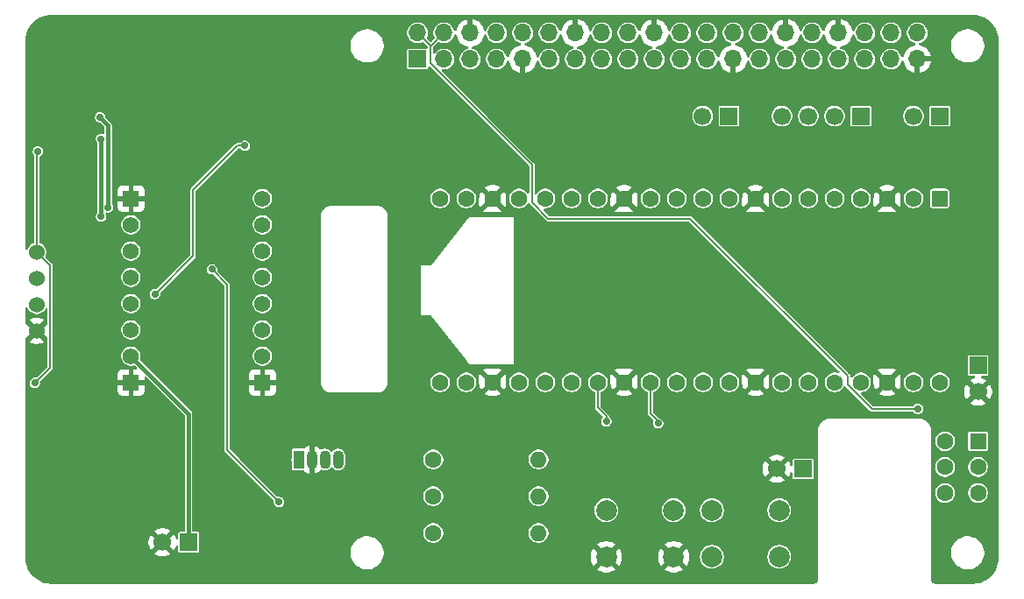
<source format=gbr>
G04 #@! TF.GenerationSoftware,KiCad,Pcbnew,9.0.1-9.0.1-0~ubuntu24.04.1*
G04 #@! TF.CreationDate,2025-04-23T21:02:07-05:00*
G04 #@! TF.ProjectId,cerebellum,63657265-6265-46c6-9c75-6d2e6b696361,rev?*
G04 #@! TF.SameCoordinates,Original*
G04 #@! TF.FileFunction,Copper,L4,Bot*
G04 #@! TF.FilePolarity,Positive*
%FSLAX46Y46*%
G04 Gerber Fmt 4.6, Leading zero omitted, Abs format (unit mm)*
G04 Created by KiCad (PCBNEW 9.0.1-9.0.1-0~ubuntu24.04.1) date 2025-04-23 21:02:07*
%MOMM*%
%LPD*%
G01*
G04 APERTURE LIST*
G04 Aperture macros list*
%AMRoundRect*
0 Rectangle with rounded corners*
0 $1 Rounding radius*
0 $2 $3 $4 $5 $6 $7 $8 $9 X,Y pos of 4 corners*
0 Add a 4 corners polygon primitive as box body*
4,1,4,$2,$3,$4,$5,$6,$7,$8,$9,$2,$3,0*
0 Add four circle primitives for the rounded corners*
1,1,$1+$1,$2,$3*
1,1,$1+$1,$4,$5*
1,1,$1+$1,$6,$7*
1,1,$1+$1,$8,$9*
0 Add four rect primitives between the rounded corners*
20,1,$1+$1,$2,$3,$4,$5,0*
20,1,$1+$1,$4,$5,$6,$7,0*
20,1,$1+$1,$6,$7,$8,$9,0*
20,1,$1+$1,$8,$9,$2,$3,0*%
%AMFreePoly0*
4,1,37,0.603843,0.796157,0.639018,0.796157,0.711114,0.766294,0.766294,0.711114,0.796157,0.639018,0.796157,0.603843,0.800000,0.600000,0.800000,-0.600000,0.796157,-0.603843,0.796157,-0.639018,0.766294,-0.711114,0.711114,-0.766294,0.639018,-0.796157,0.603843,-0.796157,0.600000,-0.800000,0.000000,-0.800000,0.000000,-0.796148,-0.078414,-0.796148,-0.232228,-0.765552,-0.377117,-0.705537,
-0.507515,-0.618408,-0.618408,-0.507515,-0.705537,-0.377117,-0.765552,-0.232228,-0.796148,-0.078414,-0.796148,0.078414,-0.765552,0.232228,-0.705537,0.377117,-0.618408,0.507515,-0.507515,0.618408,-0.377117,0.705537,-0.232228,0.765552,-0.078414,0.796148,0.000000,0.796148,0.000000,0.800000,0.600000,0.800000,0.603843,0.796157,0.603843,0.796157,$1*%
%AMFreePoly1*
4,1,37,0.000000,0.796148,0.078414,0.796148,0.232228,0.765552,0.377117,0.705537,0.507515,0.618408,0.618408,0.507515,0.705537,0.377117,0.765552,0.232228,0.796148,0.078414,0.796148,-0.078414,0.765552,-0.232228,0.705537,-0.377117,0.618408,-0.507515,0.507515,-0.618408,0.377117,-0.705537,0.232228,-0.765552,0.078414,-0.796148,0.000000,-0.796148,0.000000,-0.800000,-0.600000,-0.800000,
-0.603843,-0.796157,-0.639018,-0.796157,-0.711114,-0.766294,-0.766294,-0.711114,-0.796157,-0.639018,-0.796157,-0.603843,-0.800000,-0.600000,-0.800000,0.600000,-0.796157,0.603843,-0.796157,0.639018,-0.766294,0.711114,-0.711114,0.766294,-0.639018,0.796157,-0.603843,0.796157,-0.600000,0.800000,0.000000,0.800000,0.000000,0.796148,0.000000,0.796148,$1*%
G04 Aperture macros list end*
G04 #@! TA.AperFunction,ComponentPad*
%ADD10R,1.700000X1.700000*%
G04 #@! TD*
G04 #@! TA.AperFunction,ComponentPad*
%ADD11C,1.700000*%
G04 #@! TD*
G04 #@! TA.AperFunction,ComponentPad*
%ADD12C,1.600000*%
G04 #@! TD*
G04 #@! TA.AperFunction,ComponentPad*
%ADD13O,1.600000X1.600000*%
G04 #@! TD*
G04 #@! TA.AperFunction,ComponentPad*
%ADD14C,2.000000*%
G04 #@! TD*
G04 #@! TA.AperFunction,ComponentPad*
%ADD15C,1.530000*%
G04 #@! TD*
G04 #@! TA.AperFunction,ComponentPad*
%ADD16R,1.070000X1.800000*%
G04 #@! TD*
G04 #@! TA.AperFunction,ComponentPad*
%ADD17O,1.070000X1.800000*%
G04 #@! TD*
G04 #@! TA.AperFunction,ComponentPad*
%ADD18R,1.600000X1.600000*%
G04 #@! TD*
G04 #@! TA.AperFunction,ComponentPad*
%ADD19R,1.560000X1.560000*%
G04 #@! TD*
G04 #@! TA.AperFunction,ComponentPad*
%ADD20C,1.560000*%
G04 #@! TD*
G04 #@! TA.AperFunction,ComponentPad*
%ADD21RoundRect,0.200000X-0.600000X0.600000X-0.600000X-0.600000X0.600000X-0.600000X0.600000X0.600000X0*%
G04 #@! TD*
G04 #@! TA.AperFunction,ComponentPad*
%ADD22FreePoly0,270.000000*%
G04 #@! TD*
G04 #@! TA.AperFunction,ComponentPad*
%ADD23FreePoly1,270.000000*%
G04 #@! TD*
G04 #@! TA.AperFunction,ComponentPad*
%ADD24O,1.700000X1.700000*%
G04 #@! TD*
G04 #@! TA.AperFunction,ViaPad*
%ADD25C,0.700000*%
G04 #@! TD*
G04 #@! TA.AperFunction,Conductor*
%ADD26C,0.150000*%
G04 #@! TD*
G04 #@! TA.AperFunction,Conductor*
%ADD27C,0.200000*%
G04 #@! TD*
G04 #@! TA.AperFunction,Conductor*
%ADD28C,0.400000*%
G04 #@! TD*
G04 APERTURE END LIST*
D10*
X158800000Y-54300000D03*
D11*
X156260000Y-54300000D03*
D12*
X109894000Y-94604000D03*
D13*
X120054000Y-94604000D03*
D10*
X162500000Y-78410000D03*
D11*
X162500000Y-80950000D03*
D14*
X143300000Y-96900000D03*
X136800000Y-96900000D03*
X143300000Y-92400000D03*
X136800000Y-92400000D03*
D15*
X71595000Y-67430000D03*
X71595000Y-69970000D03*
X71595000Y-72510000D03*
X71595000Y-75050000D03*
D16*
X96890000Y-87500000D03*
D17*
X98160000Y-87500000D03*
X99430000Y-87500000D03*
X100700000Y-87500000D03*
D18*
X162500000Y-85720000D03*
D12*
X162500000Y-88220000D03*
X162500000Y-90720000D03*
X159300000Y-85720000D03*
X159300000Y-88220000D03*
X159300000Y-90720000D03*
D10*
X151180000Y-54300000D03*
D11*
X148640000Y-54300000D03*
X146100000Y-54300000D03*
X143560000Y-54300000D03*
D14*
X126600000Y-92400000D03*
X133100000Y-92400000D03*
X126600000Y-96900000D03*
X133100000Y-96900000D03*
D10*
X138440000Y-54300000D03*
D11*
X135900000Y-54300000D03*
D10*
X86275000Y-95500000D03*
D11*
X83735000Y-95500000D03*
D19*
X80700000Y-62260000D03*
D20*
X80700000Y-64800000D03*
X80700000Y-67340000D03*
X80700000Y-69880000D03*
X80700000Y-72420000D03*
X80700000Y-74960000D03*
X80700000Y-77500000D03*
D19*
X80700000Y-80040000D03*
X93400000Y-80040000D03*
D20*
X93400000Y-77500000D03*
X93400000Y-74960000D03*
X93400000Y-72420000D03*
X93400000Y-69880000D03*
X93400000Y-67340000D03*
X93400000Y-64800000D03*
X93400000Y-62260000D03*
D12*
X109894000Y-91048000D03*
D13*
X120054000Y-91048000D03*
D10*
X145600000Y-88400000D03*
D11*
X143060000Y-88400000D03*
D21*
X158800000Y-62260000D03*
D12*
X156260000Y-62260000D03*
D22*
X153720000Y-62260000D03*
D12*
X151180000Y-62260000D03*
X148640000Y-62260000D03*
X146100000Y-62260000D03*
X143560000Y-62260000D03*
D22*
X141020000Y-62260000D03*
D12*
X138480000Y-62260000D03*
X135940000Y-62260000D03*
X133400000Y-62260000D03*
X130860000Y-62260000D03*
D22*
X128320000Y-62260000D03*
D12*
X125780000Y-62260000D03*
X123240000Y-62260000D03*
X120700000Y-62260000D03*
X118160000Y-62260000D03*
D22*
X115620000Y-62260000D03*
D12*
X113080000Y-62260000D03*
X110540000Y-62260000D03*
X110540000Y-80040000D03*
X113080000Y-80040000D03*
D23*
X115620000Y-80040000D03*
D12*
X118160000Y-80040000D03*
X120700000Y-80040000D03*
X123240000Y-80040000D03*
X125780000Y-80040000D03*
D23*
X128320000Y-80040000D03*
D12*
X130860000Y-80040000D03*
X133400000Y-80040000D03*
X135940000Y-80040000D03*
X138480000Y-80040000D03*
D23*
X141020000Y-80040000D03*
D12*
X143560000Y-80040000D03*
X146100000Y-80040000D03*
X148640000Y-80040000D03*
X151180000Y-80040000D03*
D23*
X153720000Y-80040000D03*
D12*
X156260000Y-80040000D03*
X158800000Y-80040000D03*
X109894000Y-87492000D03*
D13*
X120054000Y-87492000D03*
D10*
X108370000Y-48770000D03*
D24*
X108370000Y-46230000D03*
X110910000Y-48770000D03*
X110910000Y-46230000D03*
X113450000Y-48770000D03*
X113450000Y-46230000D03*
X115990000Y-48770000D03*
X115990000Y-46230000D03*
X118530000Y-48770000D03*
X118530000Y-46230000D03*
X121070000Y-48770000D03*
X121070000Y-46230000D03*
X123610000Y-48770000D03*
X123610000Y-46230000D03*
X126150000Y-48770000D03*
X126150000Y-46230000D03*
X128690000Y-48770000D03*
X128690000Y-46230000D03*
X131230000Y-48770000D03*
X131230000Y-46230000D03*
X133770000Y-48770000D03*
X133770000Y-46230000D03*
X136310000Y-48770000D03*
X136310000Y-46230000D03*
X138850000Y-48770000D03*
X138850000Y-46230000D03*
X141390000Y-48770000D03*
X141390000Y-46230000D03*
X143930000Y-48770000D03*
X143930000Y-46230000D03*
X146470000Y-48770000D03*
X146470000Y-46230000D03*
X149010000Y-48770000D03*
X149010000Y-46230000D03*
X151550000Y-48770000D03*
X151550000Y-46230000D03*
X154090000Y-48770000D03*
X154090000Y-46230000D03*
X156630000Y-48770000D03*
X156630000Y-46230000D03*
D25*
X131600000Y-84000000D03*
X95000000Y-91600000D03*
X88500000Y-69100000D03*
X71400000Y-80100000D03*
X156700000Y-82600000D03*
X71700000Y-57700000D03*
X126600000Y-83800000D03*
X77800000Y-64000000D03*
X77800000Y-56500000D03*
X78500000Y-63100000D03*
X77700000Y-54400000D03*
X83000000Y-71511000D03*
X91700000Y-57149000D03*
D26*
X109600000Y-47460000D02*
X109680000Y-47460000D01*
X109680000Y-47460000D02*
X110910000Y-46230000D01*
D27*
X131600000Y-83800000D02*
X130860000Y-83060000D01*
X131600000Y-84000000D02*
X131600000Y-83800000D01*
X130860000Y-83060000D02*
X130860000Y-80040000D01*
X90000000Y-70600000D02*
X90000000Y-86600000D01*
X88500000Y-69100000D02*
X90000000Y-70600000D01*
X90000000Y-86600000D02*
X95000000Y-91600000D01*
X119400000Y-62600000D02*
X119400000Y-59000000D01*
X134700000Y-64200000D02*
X121000000Y-64200000D01*
X72900000Y-78600000D02*
X72900000Y-68735000D01*
X149900000Y-79400000D02*
X134700000Y-64200000D01*
X109600000Y-47460000D02*
X108370000Y-46230000D01*
X152253661Y-82600000D02*
X149900000Y-80246339D01*
X71595000Y-67430000D02*
X71595000Y-57805000D01*
X119400000Y-59000000D02*
X109600000Y-49200000D01*
X109600000Y-49200000D02*
X109600000Y-47460000D01*
X156700000Y-82600000D02*
X152253661Y-82600000D01*
X121000000Y-64200000D02*
X119400000Y-62600000D01*
X71595000Y-57805000D02*
X71700000Y-57700000D01*
X149900000Y-80246339D02*
X149900000Y-79400000D01*
X72900000Y-68735000D02*
X71595000Y-67430000D01*
X71400000Y-80100000D02*
X72900000Y-78600000D01*
X126600000Y-83300000D02*
X125780000Y-82480000D01*
X126600000Y-83800000D02*
X126600000Y-83300000D01*
X125780000Y-82480000D02*
X125780000Y-80040000D01*
D28*
X77800000Y-64000000D02*
X77800000Y-56500000D01*
X78500000Y-63100000D02*
X78500000Y-55200000D01*
X78500000Y-55200000D02*
X77700000Y-54400000D01*
X86275000Y-83075000D02*
X80700000Y-77500000D01*
X86275000Y-95500000D02*
X86275000Y-83075000D01*
D27*
X90951000Y-57149000D02*
X86700000Y-61400000D01*
X91700000Y-57149000D02*
X90951000Y-57149000D01*
X86700000Y-61400000D02*
X86700000Y-67811000D01*
X86700000Y-67811000D02*
X83000000Y-71511000D01*
G04 #@! TA.AperFunction,Conductor*
G36*
X162003736Y-44500726D02*
G01*
X162293796Y-44518271D01*
X162308659Y-44520076D01*
X162590798Y-44571780D01*
X162605335Y-44575363D01*
X162879172Y-44660695D01*
X162893163Y-44666000D01*
X163154743Y-44783727D01*
X163167989Y-44790680D01*
X163413465Y-44939075D01*
X163425776Y-44947573D01*
X163588909Y-45075379D01*
X163651573Y-45124473D01*
X163662781Y-45134403D01*
X163865596Y-45337218D01*
X163875526Y-45348426D01*
X163995481Y-45501538D01*
X164052422Y-45574217D01*
X164060926Y-45586537D01*
X164201633Y-45819295D01*
X164209316Y-45832004D01*
X164216275Y-45845263D01*
X164333997Y-46106831D01*
X164339306Y-46120832D01*
X164424635Y-46394663D01*
X164428219Y-46409201D01*
X164479923Y-46691340D01*
X164481728Y-46706205D01*
X164499274Y-46996263D01*
X164499500Y-47003750D01*
X164499500Y-96996249D01*
X164499274Y-97003736D01*
X164481728Y-97293794D01*
X164479923Y-97308659D01*
X164428219Y-97590798D01*
X164424635Y-97605336D01*
X164339306Y-97879167D01*
X164333997Y-97893168D01*
X164216275Y-98154736D01*
X164209316Y-98167995D01*
X164060928Y-98413459D01*
X164052422Y-98425782D01*
X163875526Y-98651573D01*
X163865596Y-98662781D01*
X163662781Y-98865596D01*
X163651573Y-98875526D01*
X163425782Y-99052422D01*
X163413459Y-99060928D01*
X163167995Y-99209316D01*
X163154736Y-99216275D01*
X162893168Y-99333997D01*
X162879167Y-99339306D01*
X162605336Y-99424635D01*
X162590798Y-99428219D01*
X162308659Y-99479923D01*
X162293794Y-99481728D01*
X162003736Y-99499274D01*
X161996249Y-99499500D01*
X158309757Y-99499500D01*
X158290360Y-99497973D01*
X158249549Y-99491509D01*
X158226845Y-99487913D01*
X158189950Y-99475925D01*
X158141457Y-99451217D01*
X158110070Y-99428413D01*
X158071586Y-99389929D01*
X158048782Y-99358542D01*
X158038981Y-99339306D01*
X158024073Y-99310046D01*
X158012086Y-99273152D01*
X158002027Y-99209639D01*
X158000500Y-99190242D01*
X158000500Y-96374038D01*
X159899500Y-96374038D01*
X159899500Y-96625961D01*
X159938910Y-96874785D01*
X160016760Y-97114383D01*
X160079598Y-97237708D01*
X160115749Y-97308659D01*
X160131132Y-97338848D01*
X160279201Y-97542649D01*
X160279205Y-97542654D01*
X160457345Y-97720794D01*
X160457350Y-97720798D01*
X160635117Y-97849952D01*
X160661155Y-97868870D01*
X160804184Y-97941747D01*
X160885616Y-97983239D01*
X160885618Y-97983239D01*
X160885621Y-97983241D01*
X161125215Y-98061090D01*
X161374038Y-98100500D01*
X161374039Y-98100500D01*
X161625961Y-98100500D01*
X161625962Y-98100500D01*
X161874785Y-98061090D01*
X162114379Y-97983241D01*
X162338845Y-97868870D01*
X162542656Y-97720793D01*
X162720793Y-97542656D01*
X162868870Y-97338845D01*
X162983241Y-97114379D01*
X163061090Y-96874785D01*
X163100500Y-96625962D01*
X163100500Y-96374038D01*
X163061090Y-96125215D01*
X162983241Y-95885621D01*
X162983239Y-95885618D01*
X162983239Y-95885616D01*
X162885092Y-95692993D01*
X162868870Y-95661155D01*
X162791380Y-95554499D01*
X162720798Y-95457350D01*
X162720794Y-95457345D01*
X162542654Y-95279205D01*
X162542649Y-95279201D01*
X162338848Y-95131132D01*
X162338847Y-95131131D01*
X162338845Y-95131130D01*
X162251246Y-95086496D01*
X162114383Y-95016760D01*
X161874785Y-94938910D01*
X161625962Y-94899500D01*
X161374038Y-94899500D01*
X161249626Y-94919205D01*
X161125214Y-94938910D01*
X160885616Y-95016760D01*
X160661151Y-95131132D01*
X160457350Y-95279201D01*
X160457345Y-95279205D01*
X160279205Y-95457345D01*
X160279201Y-95457350D01*
X160131132Y-95661151D01*
X160016760Y-95885616D01*
X159938910Y-96125214D01*
X159899500Y-96374038D01*
X158000500Y-96374038D01*
X158000500Y-90626379D01*
X158349500Y-90626379D01*
X158349500Y-90813620D01*
X158386025Y-90997243D01*
X158386027Y-90997251D01*
X158457676Y-91170228D01*
X158457681Y-91170237D01*
X158561697Y-91325907D01*
X158561700Y-91325911D01*
X158694088Y-91458299D01*
X158694092Y-91458302D01*
X158849762Y-91562318D01*
X158849768Y-91562321D01*
X158849769Y-91562322D01*
X159022749Y-91633973D01*
X159183208Y-91665890D01*
X159206379Y-91670499D01*
X159206383Y-91670500D01*
X159206384Y-91670500D01*
X159393617Y-91670500D01*
X159393618Y-91670499D01*
X159577251Y-91633973D01*
X159750231Y-91562322D01*
X159905908Y-91458302D01*
X160038302Y-91325908D01*
X160142322Y-91170231D01*
X160213973Y-90997251D01*
X160250500Y-90813616D01*
X160250500Y-90626384D01*
X160250499Y-90626379D01*
X161549500Y-90626379D01*
X161549500Y-90813620D01*
X161586025Y-90997243D01*
X161586027Y-90997251D01*
X161657676Y-91170228D01*
X161657681Y-91170237D01*
X161761697Y-91325907D01*
X161761700Y-91325911D01*
X161894088Y-91458299D01*
X161894092Y-91458302D01*
X162049762Y-91562318D01*
X162049768Y-91562321D01*
X162049769Y-91562322D01*
X162222749Y-91633973D01*
X162383208Y-91665890D01*
X162406379Y-91670499D01*
X162406383Y-91670500D01*
X162406384Y-91670500D01*
X162593617Y-91670500D01*
X162593618Y-91670499D01*
X162777251Y-91633973D01*
X162950231Y-91562322D01*
X163105908Y-91458302D01*
X163238302Y-91325908D01*
X163342322Y-91170231D01*
X163413973Y-90997251D01*
X163450500Y-90813616D01*
X163450500Y-90626384D01*
X163413973Y-90442749D01*
X163342322Y-90269769D01*
X163342321Y-90269768D01*
X163342318Y-90269762D01*
X163238302Y-90114092D01*
X163238299Y-90114088D01*
X163105911Y-89981700D01*
X163105907Y-89981697D01*
X162950237Y-89877681D01*
X162950228Y-89877676D01*
X162777251Y-89806027D01*
X162777243Y-89806025D01*
X162593620Y-89769500D01*
X162593616Y-89769500D01*
X162406384Y-89769500D01*
X162406379Y-89769500D01*
X162222756Y-89806025D01*
X162222748Y-89806027D01*
X162049771Y-89877676D01*
X162049762Y-89877681D01*
X161894092Y-89981697D01*
X161894088Y-89981700D01*
X161761700Y-90114088D01*
X161761697Y-90114092D01*
X161657681Y-90269762D01*
X161657676Y-90269771D01*
X161586027Y-90442748D01*
X161586025Y-90442756D01*
X161549500Y-90626379D01*
X160250499Y-90626379D01*
X160213973Y-90442749D01*
X160142322Y-90269769D01*
X160142321Y-90269768D01*
X160142318Y-90269762D01*
X160038302Y-90114092D01*
X160038299Y-90114088D01*
X159905911Y-89981700D01*
X159905907Y-89981697D01*
X159750237Y-89877681D01*
X159750228Y-89877676D01*
X159577251Y-89806027D01*
X159577243Y-89806025D01*
X159393620Y-89769500D01*
X159393616Y-89769500D01*
X159206384Y-89769500D01*
X159206379Y-89769500D01*
X159022756Y-89806025D01*
X159022748Y-89806027D01*
X158849771Y-89877676D01*
X158849762Y-89877681D01*
X158694092Y-89981697D01*
X158694088Y-89981700D01*
X158561700Y-90114088D01*
X158561697Y-90114092D01*
X158457681Y-90269762D01*
X158457676Y-90269771D01*
X158386027Y-90442748D01*
X158386025Y-90442756D01*
X158349500Y-90626379D01*
X158000500Y-90626379D01*
X158000500Y-88126379D01*
X158349500Y-88126379D01*
X158349500Y-88313620D01*
X158386025Y-88497243D01*
X158386027Y-88497251D01*
X158457676Y-88670228D01*
X158457681Y-88670237D01*
X158561697Y-88825907D01*
X158561700Y-88825911D01*
X158694088Y-88958299D01*
X158694092Y-88958302D01*
X158849762Y-89062318D01*
X158849768Y-89062321D01*
X158849769Y-89062322D01*
X159022749Y-89133973D01*
X159162224Y-89161716D01*
X159206379Y-89170499D01*
X159206383Y-89170500D01*
X159206384Y-89170500D01*
X159393617Y-89170500D01*
X159393618Y-89170499D01*
X159577251Y-89133973D01*
X159750231Y-89062322D01*
X159905908Y-88958302D01*
X160038302Y-88825908D01*
X160142322Y-88670231D01*
X160213973Y-88497251D01*
X160250500Y-88313616D01*
X160250500Y-88126384D01*
X160250499Y-88126379D01*
X161549500Y-88126379D01*
X161549500Y-88313620D01*
X161586025Y-88497243D01*
X161586027Y-88497251D01*
X161657676Y-88670228D01*
X161657681Y-88670237D01*
X161761697Y-88825907D01*
X161761700Y-88825911D01*
X161894088Y-88958299D01*
X161894092Y-88958302D01*
X162049762Y-89062318D01*
X162049768Y-89062321D01*
X162049769Y-89062322D01*
X162222749Y-89133973D01*
X162362224Y-89161716D01*
X162406379Y-89170499D01*
X162406383Y-89170500D01*
X162406384Y-89170500D01*
X162593617Y-89170500D01*
X162593618Y-89170499D01*
X162777251Y-89133973D01*
X162950231Y-89062322D01*
X163105908Y-88958302D01*
X163238302Y-88825908D01*
X163342322Y-88670231D01*
X163413973Y-88497251D01*
X163450500Y-88313616D01*
X163450500Y-88126384D01*
X163413973Y-87942749D01*
X163342322Y-87769769D01*
X163342321Y-87769768D01*
X163342318Y-87769762D01*
X163238302Y-87614092D01*
X163238299Y-87614088D01*
X163105911Y-87481700D01*
X163105907Y-87481697D01*
X162950237Y-87377681D01*
X162950228Y-87377676D01*
X162777251Y-87306027D01*
X162777243Y-87306025D01*
X162593620Y-87269500D01*
X162593616Y-87269500D01*
X162406384Y-87269500D01*
X162406379Y-87269500D01*
X162222756Y-87306025D01*
X162222748Y-87306027D01*
X162049771Y-87377676D01*
X162049762Y-87377681D01*
X161894092Y-87481697D01*
X161894088Y-87481700D01*
X161761700Y-87614088D01*
X161761697Y-87614092D01*
X161657681Y-87769762D01*
X161657676Y-87769771D01*
X161586027Y-87942748D01*
X161586025Y-87942756D01*
X161549500Y-88126379D01*
X160250499Y-88126379D01*
X160213973Y-87942749D01*
X160142322Y-87769769D01*
X160142321Y-87769768D01*
X160142318Y-87769762D01*
X160038302Y-87614092D01*
X160038299Y-87614088D01*
X159905911Y-87481700D01*
X159905907Y-87481697D01*
X159750237Y-87377681D01*
X159750228Y-87377676D01*
X159577251Y-87306027D01*
X159577243Y-87306025D01*
X159393620Y-87269500D01*
X159393616Y-87269500D01*
X159206384Y-87269500D01*
X159206379Y-87269500D01*
X159022756Y-87306025D01*
X159022748Y-87306027D01*
X158849771Y-87377676D01*
X158849762Y-87377681D01*
X158694092Y-87481697D01*
X158694088Y-87481700D01*
X158561700Y-87614088D01*
X158561697Y-87614092D01*
X158457681Y-87769762D01*
X158457676Y-87769771D01*
X158386027Y-87942748D01*
X158386025Y-87942756D01*
X158349500Y-88126379D01*
X158000500Y-88126379D01*
X158000500Y-85626379D01*
X158349500Y-85626379D01*
X158349500Y-85813620D01*
X158386025Y-85997243D01*
X158386027Y-85997251D01*
X158457676Y-86170228D01*
X158457681Y-86170237D01*
X158561697Y-86325907D01*
X158561700Y-86325911D01*
X158694088Y-86458299D01*
X158694092Y-86458302D01*
X158849762Y-86562318D01*
X158849768Y-86562321D01*
X158849769Y-86562322D01*
X159022749Y-86633973D01*
X159162470Y-86661765D01*
X159206379Y-86670499D01*
X159206383Y-86670500D01*
X159206384Y-86670500D01*
X159393617Y-86670500D01*
X159393618Y-86670499D01*
X159577251Y-86633973D01*
X159750231Y-86562322D01*
X159791388Y-86534822D01*
X161549499Y-86534822D01*
X161558231Y-86578717D01*
X161558234Y-86578724D01*
X161574148Y-86602541D01*
X161591496Y-86628504D01*
X161641278Y-86661767D01*
X161641281Y-86661767D01*
X161641282Y-86661768D01*
X161685177Y-86670500D01*
X161685180Y-86670500D01*
X163314822Y-86670500D01*
X163358717Y-86661768D01*
X163358717Y-86661767D01*
X163358722Y-86661767D01*
X163408504Y-86628504D01*
X163441767Y-86578722D01*
X163447446Y-86550172D01*
X163450500Y-86534822D01*
X163450500Y-84905177D01*
X163441768Y-84861282D01*
X163441767Y-84861281D01*
X163441767Y-84861278D01*
X163408504Y-84811496D01*
X163400319Y-84806027D01*
X163358724Y-84778234D01*
X163358717Y-84778231D01*
X163314822Y-84769500D01*
X163314820Y-84769500D01*
X161685180Y-84769500D01*
X161685178Y-84769500D01*
X161641282Y-84778231D01*
X161641275Y-84778234D01*
X161591496Y-84811495D01*
X161591495Y-84811496D01*
X161558234Y-84861275D01*
X161558231Y-84861282D01*
X161549500Y-84905177D01*
X161549500Y-84905180D01*
X161549500Y-86534820D01*
X161549500Y-86534822D01*
X161549499Y-86534822D01*
X159791388Y-86534822D01*
X159905908Y-86458302D01*
X160038302Y-86325908D01*
X160142322Y-86170231D01*
X160213973Y-85997251D01*
X160250500Y-85813616D01*
X160250500Y-85626384D01*
X160213973Y-85442749D01*
X160142322Y-85269769D01*
X160142321Y-85269768D01*
X160142318Y-85269762D01*
X160038302Y-85114092D01*
X160038299Y-85114088D01*
X159905911Y-84981700D01*
X159905907Y-84981697D01*
X159750237Y-84877681D01*
X159750228Y-84877676D01*
X159577251Y-84806027D01*
X159577243Y-84806025D01*
X159393620Y-84769500D01*
X159393616Y-84769500D01*
X159206384Y-84769500D01*
X159206379Y-84769500D01*
X159022756Y-84806025D01*
X159022748Y-84806027D01*
X158849771Y-84877676D01*
X158849762Y-84877681D01*
X158694092Y-84981697D01*
X158694088Y-84981700D01*
X158561700Y-85114088D01*
X158561697Y-85114092D01*
X158457681Y-85269762D01*
X158457676Y-85269771D01*
X158386027Y-85442748D01*
X158386025Y-85442756D01*
X158349500Y-85626379D01*
X158000500Y-85626379D01*
X158000500Y-84697648D01*
X157968477Y-84495465D01*
X157907343Y-84307316D01*
X157905220Y-84300781D01*
X157905218Y-84300778D01*
X157905218Y-84300776D01*
X157854124Y-84200500D01*
X157812287Y-84118390D01*
X157804239Y-84107313D01*
X157691971Y-83952786D01*
X157547213Y-83808028D01*
X157381613Y-83687715D01*
X157381612Y-83687714D01*
X157381610Y-83687713D01*
X157324653Y-83658691D01*
X157199223Y-83594781D01*
X157004534Y-83531522D01*
X156828610Y-83503659D01*
X156802352Y-83499500D01*
X156765892Y-83499500D01*
X148365892Y-83499500D01*
X148300000Y-83499500D01*
X148197648Y-83499500D01*
X148173329Y-83503351D01*
X147995465Y-83531522D01*
X147800776Y-83594781D01*
X147618386Y-83687715D01*
X147452786Y-83808028D01*
X147308028Y-83952786D01*
X147187715Y-84118386D01*
X147094781Y-84300776D01*
X147031522Y-84495465D01*
X146999500Y-84697648D01*
X146999500Y-99190242D01*
X146997973Y-99209639D01*
X146997973Y-99209641D01*
X146987913Y-99273154D01*
X146975925Y-99310049D01*
X146951217Y-99358542D01*
X146928413Y-99389929D01*
X146889929Y-99428413D01*
X146858542Y-99451217D01*
X146810049Y-99475925D01*
X146773154Y-99487913D01*
X146735734Y-99493840D01*
X146709639Y-99497973D01*
X146690243Y-99499500D01*
X73003751Y-99499500D01*
X72996264Y-99499274D01*
X72706205Y-99481728D01*
X72691340Y-99479923D01*
X72409201Y-99428219D01*
X72394663Y-99424635D01*
X72120832Y-99339306D01*
X72106831Y-99333997D01*
X71845263Y-99216275D01*
X71832004Y-99209316D01*
X71586540Y-99060928D01*
X71574217Y-99052422D01*
X71348426Y-98875526D01*
X71337218Y-98865596D01*
X71134403Y-98662781D01*
X71124473Y-98651573D01*
X70947573Y-98425776D01*
X70939075Y-98413465D01*
X70790680Y-98167989D01*
X70783727Y-98154743D01*
X70666000Y-97893163D01*
X70660693Y-97879167D01*
X70657484Y-97868870D01*
X70575363Y-97605335D01*
X70571780Y-97590798D01*
X70520076Y-97308659D01*
X70518271Y-97293794D01*
X70515697Y-97251247D01*
X70500726Y-97003736D01*
X70500500Y-96996249D01*
X70500500Y-75842307D01*
X70520185Y-75775268D01*
X70536819Y-75754626D01*
X71103871Y-75187574D01*
X71119755Y-75246853D01*
X71186898Y-75363147D01*
X71281853Y-75458102D01*
X71398147Y-75525245D01*
X71457425Y-75541128D01*
X70894134Y-76104417D01*
X70931994Y-76131924D01*
X71109405Y-76222320D01*
X71298777Y-76283852D01*
X71495437Y-76315000D01*
X71694563Y-76315000D01*
X71891222Y-76283852D01*
X72080594Y-76222320D01*
X72258005Y-76131924D01*
X72295863Y-76104418D01*
X72295863Y-76104417D01*
X71732574Y-75541128D01*
X71791853Y-75525245D01*
X71908147Y-75458102D01*
X72003102Y-75363147D01*
X72070245Y-75246853D01*
X72086128Y-75187574D01*
X72613181Y-75714627D01*
X72646666Y-75775950D01*
X72649500Y-75802308D01*
X72649500Y-78444876D01*
X72629815Y-78511915D01*
X72613181Y-78532557D01*
X71579881Y-79565856D01*
X71518558Y-79599341D01*
X71474247Y-79598289D01*
X71473948Y-79600561D01*
X71465893Y-79599500D01*
X71465892Y-79599500D01*
X71334108Y-79599500D01*
X71206812Y-79633608D01*
X71092686Y-79699500D01*
X71092683Y-79699502D01*
X70999502Y-79792683D01*
X70999500Y-79792686D01*
X70933608Y-79906812D01*
X70899500Y-80034108D01*
X70899500Y-80165891D01*
X70933608Y-80293187D01*
X70935329Y-80296167D01*
X70999500Y-80407314D01*
X71092686Y-80500500D01*
X71206814Y-80566392D01*
X71334108Y-80600500D01*
X71334110Y-80600500D01*
X71465890Y-80600500D01*
X71465892Y-80600500D01*
X71593186Y-80566392D01*
X71707314Y-80500500D01*
X71800500Y-80407314D01*
X71866392Y-80293186D01*
X71900500Y-80165892D01*
X71900500Y-80034108D01*
X71896941Y-80020829D01*
X71898004Y-80001123D01*
X71903329Y-79986041D01*
X71903709Y-79970049D01*
X71916231Y-79949503D01*
X71921268Y-79935240D01*
X71928209Y-79929851D01*
X71934141Y-79920118D01*
X72642105Y-79212155D01*
X79420000Y-79212155D01*
X79420000Y-79790000D01*
X80243893Y-79790000D01*
X80215437Y-79839288D01*
X80180000Y-79971541D01*
X80180000Y-80108459D01*
X80215437Y-80240712D01*
X80243893Y-80290000D01*
X79420000Y-80290000D01*
X79420000Y-80867844D01*
X79426401Y-80927372D01*
X79426403Y-80927379D01*
X79476645Y-81062086D01*
X79476649Y-81062093D01*
X79562809Y-81177187D01*
X79562812Y-81177190D01*
X79677906Y-81263350D01*
X79677913Y-81263354D01*
X79812620Y-81313596D01*
X79812627Y-81313598D01*
X79872155Y-81319999D01*
X79872172Y-81320000D01*
X80450000Y-81320000D01*
X80450000Y-80496106D01*
X80499288Y-80524563D01*
X80631541Y-80560000D01*
X80768459Y-80560000D01*
X80900712Y-80524563D01*
X80950000Y-80496106D01*
X80950000Y-81320000D01*
X81527828Y-81320000D01*
X81527844Y-81319999D01*
X81587372Y-81313598D01*
X81587379Y-81313596D01*
X81722086Y-81263354D01*
X81722093Y-81263350D01*
X81837187Y-81177190D01*
X81837190Y-81177187D01*
X81923350Y-81062093D01*
X81923354Y-81062086D01*
X81973596Y-80927379D01*
X81973598Y-80927372D01*
X81979999Y-80867844D01*
X81980000Y-80867827D01*
X81980000Y-80290000D01*
X81156107Y-80290000D01*
X81184563Y-80240712D01*
X81220000Y-80108459D01*
X81220000Y-79971541D01*
X81184563Y-79839288D01*
X81156107Y-79790000D01*
X81980000Y-79790000D01*
X81980000Y-79575044D01*
X81999685Y-79508005D01*
X82052489Y-79462250D01*
X82121647Y-79452306D01*
X82185203Y-79481331D01*
X82191681Y-79487363D01*
X85888181Y-83183863D01*
X85921666Y-83245186D01*
X85924500Y-83271544D01*
X85924500Y-94375500D01*
X85904815Y-94442539D01*
X85852011Y-94488294D01*
X85800500Y-94499500D01*
X85410178Y-94499500D01*
X85366282Y-94508231D01*
X85366275Y-94508234D01*
X85316496Y-94541495D01*
X85316495Y-94541496D01*
X85283234Y-94591275D01*
X85283231Y-94591282D01*
X85274500Y-94635177D01*
X85274500Y-95086496D01*
X85254815Y-95153535D01*
X85202011Y-95199290D01*
X85132853Y-95209234D01*
X85069297Y-95180209D01*
X85032569Y-95124814D01*
X84986095Y-94981782D01*
X84889624Y-94792449D01*
X84850270Y-94738282D01*
X84850269Y-94738282D01*
X84217962Y-95370590D01*
X84200925Y-95307007D01*
X84135099Y-95192993D01*
X84042007Y-95099901D01*
X83927993Y-95034075D01*
X83864409Y-95017037D01*
X84496716Y-94384728D01*
X84442550Y-94345375D01*
X84253217Y-94248904D01*
X84051129Y-94183242D01*
X83841246Y-94150000D01*
X83628754Y-94150000D01*
X83418872Y-94183242D01*
X83418869Y-94183242D01*
X83216782Y-94248904D01*
X83027439Y-94345380D01*
X82973282Y-94384727D01*
X82973282Y-94384728D01*
X83605591Y-95017037D01*
X83542007Y-95034075D01*
X83427993Y-95099901D01*
X83334901Y-95192993D01*
X83269075Y-95307007D01*
X83252037Y-95370591D01*
X82619728Y-94738282D01*
X82619727Y-94738282D01*
X82580380Y-94792439D01*
X82483904Y-94981782D01*
X82418242Y-95183869D01*
X82418242Y-95183872D01*
X82385000Y-95393753D01*
X82385000Y-95606246D01*
X82418242Y-95816127D01*
X82418242Y-95816130D01*
X82483904Y-96018217D01*
X82580375Y-96207550D01*
X82619728Y-96261716D01*
X83252037Y-95629408D01*
X83269075Y-95692993D01*
X83334901Y-95807007D01*
X83427993Y-95900099D01*
X83542007Y-95965925D01*
X83605590Y-95982962D01*
X82973282Y-96615269D01*
X82973282Y-96615270D01*
X83027449Y-96654624D01*
X83216782Y-96751095D01*
X83418870Y-96816757D01*
X83628754Y-96850000D01*
X83841246Y-96850000D01*
X84051127Y-96816757D01*
X84051130Y-96816757D01*
X84253217Y-96751095D01*
X84442554Y-96654622D01*
X84496716Y-96615270D01*
X84496717Y-96615270D01*
X83864408Y-95982962D01*
X83927993Y-95965925D01*
X84042007Y-95900099D01*
X84135099Y-95807007D01*
X84200925Y-95692993D01*
X84217962Y-95629408D01*
X84850270Y-96261717D01*
X84850270Y-96261716D01*
X84889622Y-96207554D01*
X84986095Y-96018217D01*
X85032569Y-95875185D01*
X85072006Y-95817510D01*
X85136365Y-95790311D01*
X85205211Y-95802225D01*
X85256687Y-95849469D01*
X85274500Y-95913503D01*
X85274500Y-96364820D01*
X85274500Y-96364822D01*
X85274499Y-96364822D01*
X85283231Y-96408717D01*
X85283234Y-96408724D01*
X85316495Y-96458503D01*
X85316496Y-96458504D01*
X85366278Y-96491767D01*
X85366281Y-96491767D01*
X85366282Y-96491768D01*
X85410177Y-96500500D01*
X85410180Y-96500500D01*
X87139822Y-96500500D01*
X87183717Y-96491768D01*
X87183717Y-96491767D01*
X87183722Y-96491767D01*
X87233504Y-96458504D01*
X87266767Y-96408722D01*
X87270992Y-96387482D01*
X87273667Y-96374038D01*
X101899500Y-96374038D01*
X101899500Y-96625961D01*
X101938910Y-96874785D01*
X102016760Y-97114383D01*
X102079598Y-97237708D01*
X102115749Y-97308659D01*
X102131132Y-97338848D01*
X102279201Y-97542649D01*
X102279205Y-97542654D01*
X102457345Y-97720794D01*
X102457350Y-97720798D01*
X102635117Y-97849952D01*
X102661155Y-97868870D01*
X102804184Y-97941747D01*
X102885616Y-97983239D01*
X102885618Y-97983239D01*
X102885621Y-97983241D01*
X103125215Y-98061090D01*
X103374038Y-98100500D01*
X103374039Y-98100500D01*
X103625961Y-98100500D01*
X103625962Y-98100500D01*
X103874785Y-98061090D01*
X104114379Y-97983241D01*
X104114383Y-97983239D01*
X104150348Y-97964914D01*
X104162178Y-97958886D01*
X104338845Y-97868870D01*
X104542656Y-97720793D01*
X104720793Y-97542656D01*
X104868870Y-97338845D01*
X104983241Y-97114379D01*
X105061090Y-96874785D01*
X105075794Y-96781947D01*
X125100000Y-96781947D01*
X125100000Y-97018052D01*
X125136934Y-97251247D01*
X125209897Y-97475802D01*
X125317087Y-97686174D01*
X125377338Y-97769104D01*
X125377340Y-97769105D01*
X126076212Y-97070233D01*
X126087482Y-97112292D01*
X126159890Y-97237708D01*
X126262292Y-97340110D01*
X126387708Y-97412518D01*
X126429765Y-97423787D01*
X125730893Y-98122658D01*
X125813828Y-98182914D01*
X126024197Y-98290102D01*
X126248752Y-98363065D01*
X126248751Y-98363065D01*
X126481948Y-98400000D01*
X126718052Y-98400000D01*
X126951247Y-98363065D01*
X127175802Y-98290102D01*
X127386163Y-98182918D01*
X127386169Y-98182914D01*
X127469104Y-98122658D01*
X127469105Y-98122658D01*
X126770233Y-97423787D01*
X126812292Y-97412518D01*
X126937708Y-97340110D01*
X127040110Y-97237708D01*
X127112518Y-97112292D01*
X127123787Y-97070234D01*
X127822658Y-97769105D01*
X127822658Y-97769104D01*
X127882914Y-97686169D01*
X127882918Y-97686163D01*
X127990102Y-97475802D01*
X128063065Y-97251247D01*
X128100000Y-97018052D01*
X128100000Y-96781947D01*
X131600000Y-96781947D01*
X131600000Y-97018052D01*
X131636934Y-97251247D01*
X131709897Y-97475802D01*
X131817087Y-97686174D01*
X131877338Y-97769104D01*
X131877340Y-97769105D01*
X132576212Y-97070233D01*
X132587482Y-97112292D01*
X132659890Y-97237708D01*
X132762292Y-97340110D01*
X132887708Y-97412518D01*
X132929765Y-97423787D01*
X132230893Y-98122658D01*
X132313828Y-98182914D01*
X132524197Y-98290102D01*
X132748752Y-98363065D01*
X132748751Y-98363065D01*
X132981948Y-98400000D01*
X133218052Y-98400000D01*
X133451247Y-98363065D01*
X133675802Y-98290102D01*
X133886163Y-98182918D01*
X133886169Y-98182914D01*
X133969104Y-98122658D01*
X133969105Y-98122658D01*
X133270233Y-97423787D01*
X133312292Y-97412518D01*
X133437708Y-97340110D01*
X133540110Y-97237708D01*
X133612518Y-97112292D01*
X133623787Y-97070234D01*
X134322658Y-97769105D01*
X134322658Y-97769104D01*
X134382914Y-97686169D01*
X134382918Y-97686163D01*
X134490102Y-97475802D01*
X134563065Y-97251247D01*
X134600000Y-97018052D01*
X134600000Y-96809448D01*
X135649500Y-96809448D01*
X135649500Y-96990551D01*
X135677829Y-97169410D01*
X135733787Y-97341636D01*
X135733788Y-97341639D01*
X135816006Y-97502997D01*
X135922441Y-97649494D01*
X135922445Y-97649499D01*
X136050500Y-97777554D01*
X136050505Y-97777558D01*
X136152386Y-97851578D01*
X136197006Y-97883996D01*
X136302484Y-97937740D01*
X136358360Y-97966211D01*
X136358363Y-97966212D01*
X136444476Y-97994191D01*
X136530591Y-98022171D01*
X136613429Y-98035291D01*
X136709449Y-98050500D01*
X136709454Y-98050500D01*
X136890551Y-98050500D01*
X136977259Y-98036765D01*
X137069409Y-98022171D01*
X137241639Y-97966211D01*
X137402994Y-97883996D01*
X137549501Y-97777553D01*
X137677553Y-97649501D01*
X137783996Y-97502994D01*
X137866211Y-97341639D01*
X137922171Y-97169409D01*
X137936765Y-97077259D01*
X137950500Y-96990551D01*
X137950500Y-96809448D01*
X142149500Y-96809448D01*
X142149500Y-96990551D01*
X142177829Y-97169410D01*
X142233787Y-97341636D01*
X142233788Y-97341639D01*
X142316006Y-97502997D01*
X142422441Y-97649494D01*
X142422445Y-97649499D01*
X142550500Y-97777554D01*
X142550505Y-97777558D01*
X142652386Y-97851578D01*
X142697006Y-97883996D01*
X142802484Y-97937740D01*
X142858360Y-97966211D01*
X142858363Y-97966212D01*
X142944476Y-97994191D01*
X143030591Y-98022171D01*
X143113429Y-98035291D01*
X143209449Y-98050500D01*
X143209454Y-98050500D01*
X143390551Y-98050500D01*
X143477259Y-98036765D01*
X143569409Y-98022171D01*
X143741639Y-97966211D01*
X143902994Y-97883996D01*
X144049501Y-97777553D01*
X144177553Y-97649501D01*
X144283996Y-97502994D01*
X144366211Y-97341639D01*
X144422171Y-97169409D01*
X144436765Y-97077259D01*
X144450500Y-96990551D01*
X144450500Y-96809448D01*
X144425977Y-96654622D01*
X144422171Y-96630591D01*
X144379903Y-96500500D01*
X144366212Y-96458363D01*
X144366211Y-96458360D01*
X144318549Y-96364820D01*
X144283996Y-96297006D01*
X144258357Y-96261717D01*
X144177558Y-96150505D01*
X144177554Y-96150500D01*
X144049499Y-96022445D01*
X144049494Y-96022441D01*
X143902997Y-95916006D01*
X143902996Y-95916005D01*
X143902994Y-95916004D01*
X143851300Y-95889664D01*
X143741639Y-95833788D01*
X143741636Y-95833787D01*
X143569410Y-95777829D01*
X143390551Y-95749500D01*
X143390546Y-95749500D01*
X143209454Y-95749500D01*
X143209449Y-95749500D01*
X143030589Y-95777829D01*
X142858363Y-95833787D01*
X142858360Y-95833788D01*
X142697002Y-95916006D01*
X142550505Y-96022441D01*
X142550500Y-96022445D01*
X142422445Y-96150500D01*
X142422441Y-96150505D01*
X142316006Y-96297002D01*
X142233788Y-96458360D01*
X142233787Y-96458363D01*
X142177829Y-96630589D01*
X142149500Y-96809448D01*
X137950500Y-96809448D01*
X137925977Y-96654622D01*
X137922171Y-96630591D01*
X137879903Y-96500500D01*
X137866212Y-96458363D01*
X137866211Y-96458360D01*
X137818549Y-96364820D01*
X137783996Y-96297006D01*
X137758357Y-96261717D01*
X137677558Y-96150505D01*
X137677554Y-96150500D01*
X137549499Y-96022445D01*
X137549494Y-96022441D01*
X137402997Y-95916006D01*
X137402996Y-95916005D01*
X137402994Y-95916004D01*
X137351300Y-95889664D01*
X137241639Y-95833788D01*
X137241636Y-95833787D01*
X137069410Y-95777829D01*
X136890551Y-95749500D01*
X136890546Y-95749500D01*
X136709454Y-95749500D01*
X136709449Y-95749500D01*
X136530589Y-95777829D01*
X136358363Y-95833787D01*
X136358360Y-95833788D01*
X136197002Y-95916006D01*
X136050505Y-96022441D01*
X136050500Y-96022445D01*
X135922445Y-96150500D01*
X135922441Y-96150505D01*
X135816006Y-96297002D01*
X135733788Y-96458360D01*
X135733787Y-96458363D01*
X135677829Y-96630589D01*
X135649500Y-96809448D01*
X134600000Y-96809448D01*
X134600000Y-96781947D01*
X134563065Y-96548752D01*
X134490102Y-96324197D01*
X134382914Y-96113828D01*
X134322658Y-96030894D01*
X134322658Y-96030893D01*
X133623787Y-96729765D01*
X133612518Y-96687708D01*
X133540110Y-96562292D01*
X133437708Y-96459890D01*
X133312292Y-96387482D01*
X133270234Y-96376212D01*
X133969105Y-95677340D01*
X133969104Y-95677338D01*
X133886174Y-95617087D01*
X133675802Y-95509897D01*
X133451247Y-95436934D01*
X133451248Y-95436934D01*
X133218052Y-95400000D01*
X132981948Y-95400000D01*
X132748752Y-95436934D01*
X132524197Y-95509897D01*
X132313830Y-95617084D01*
X132230894Y-95677340D01*
X132929766Y-96376212D01*
X132887708Y-96387482D01*
X132762292Y-96459890D01*
X132659890Y-96562292D01*
X132587482Y-96687708D01*
X132576212Y-96729766D01*
X131877340Y-96030894D01*
X131817084Y-96113830D01*
X131709897Y-96324197D01*
X131636934Y-96548752D01*
X131600000Y-96781947D01*
X128100000Y-96781947D01*
X128063065Y-96548752D01*
X127990102Y-96324197D01*
X127882914Y-96113828D01*
X127822658Y-96030894D01*
X127822658Y-96030893D01*
X127123787Y-96729765D01*
X127112518Y-96687708D01*
X127040110Y-96562292D01*
X126937708Y-96459890D01*
X126812292Y-96387482D01*
X126770234Y-96376212D01*
X127469105Y-95677340D01*
X127469104Y-95677339D01*
X127386174Y-95617087D01*
X127175802Y-95509897D01*
X126951247Y-95436934D01*
X126951248Y-95436934D01*
X126718052Y-95400000D01*
X126481948Y-95400000D01*
X126248752Y-95436934D01*
X126024197Y-95509897D01*
X125813830Y-95617084D01*
X125730894Y-95677340D01*
X126429766Y-96376212D01*
X126387708Y-96387482D01*
X126262292Y-96459890D01*
X126159890Y-96562292D01*
X126087482Y-96687708D01*
X126076212Y-96729766D01*
X125377340Y-96030894D01*
X125317084Y-96113830D01*
X125209897Y-96324197D01*
X125136934Y-96548752D01*
X125100000Y-96781947D01*
X105075794Y-96781947D01*
X105100500Y-96625962D01*
X105100500Y-96374038D01*
X105061090Y-96125215D01*
X104983241Y-95885621D01*
X104983239Y-95885618D01*
X104983239Y-95885616D01*
X104929880Y-95780894D01*
X104885092Y-95692993D01*
X104868870Y-95661155D01*
X104791380Y-95554499D01*
X104720798Y-95457350D01*
X104720794Y-95457345D01*
X104542654Y-95279205D01*
X104542649Y-95279201D01*
X104338848Y-95131132D01*
X104338847Y-95131131D01*
X104338845Y-95131130D01*
X104251246Y-95086496D01*
X104114383Y-95016760D01*
X103874785Y-94938910D01*
X103625962Y-94899500D01*
X103374038Y-94899500D01*
X103249626Y-94919205D01*
X103125214Y-94938910D01*
X102885616Y-95016760D01*
X102661151Y-95131132D01*
X102457350Y-95279201D01*
X102457345Y-95279205D01*
X102279205Y-95457345D01*
X102279201Y-95457350D01*
X102131132Y-95661151D01*
X102016760Y-95885616D01*
X101938910Y-96125214D01*
X101899500Y-96374038D01*
X87273667Y-96374038D01*
X87275500Y-96364822D01*
X87275500Y-94635177D01*
X87266768Y-94591282D01*
X87266767Y-94591281D01*
X87266767Y-94591278D01*
X87233504Y-94541496D01*
X87233502Y-94541495D01*
X87233502Y-94541494D01*
X87186934Y-94510379D01*
X108943500Y-94510379D01*
X108943500Y-94697620D01*
X108980025Y-94881243D01*
X108980027Y-94881251D01*
X109051676Y-95054228D01*
X109051681Y-95054237D01*
X109155697Y-95209907D01*
X109155700Y-95209911D01*
X109288088Y-95342299D01*
X109288092Y-95342302D01*
X109443762Y-95446318D01*
X109443768Y-95446321D01*
X109443769Y-95446322D01*
X109616749Y-95517973D01*
X109800379Y-95554499D01*
X109800383Y-95554500D01*
X109800384Y-95554500D01*
X109987617Y-95554500D01*
X109987618Y-95554499D01*
X110171251Y-95517973D01*
X110344231Y-95446322D01*
X110499908Y-95342302D01*
X110632302Y-95209908D01*
X110736322Y-95054231D01*
X110807973Y-94881251D01*
X110844500Y-94697616D01*
X110844500Y-94510384D01*
X110844499Y-94510379D01*
X119103500Y-94510379D01*
X119103500Y-94697620D01*
X119140025Y-94881243D01*
X119140027Y-94881251D01*
X119211676Y-95054228D01*
X119211681Y-95054237D01*
X119315697Y-95209907D01*
X119315700Y-95209911D01*
X119448088Y-95342299D01*
X119448092Y-95342302D01*
X119603762Y-95446318D01*
X119603768Y-95446321D01*
X119603769Y-95446322D01*
X119776749Y-95517973D01*
X119960379Y-95554499D01*
X119960383Y-95554500D01*
X119960384Y-95554500D01*
X120147617Y-95554500D01*
X120147618Y-95554499D01*
X120331251Y-95517973D01*
X120504231Y-95446322D01*
X120659908Y-95342302D01*
X120792302Y-95209908D01*
X120896322Y-95054231D01*
X120967973Y-94881251D01*
X121004500Y-94697616D01*
X121004500Y-94510384D01*
X120967973Y-94326749D01*
X120896322Y-94153769D01*
X120896321Y-94153768D01*
X120896318Y-94153762D01*
X120792302Y-93998092D01*
X120792299Y-93998088D01*
X120659911Y-93865700D01*
X120659907Y-93865697D01*
X120504237Y-93761681D01*
X120504228Y-93761676D01*
X120331251Y-93690027D01*
X120331243Y-93690025D01*
X120147620Y-93653500D01*
X120147616Y-93653500D01*
X119960384Y-93653500D01*
X119960379Y-93653500D01*
X119776756Y-93690025D01*
X119776748Y-93690027D01*
X119603771Y-93761676D01*
X119603762Y-93761681D01*
X119448092Y-93865697D01*
X119448088Y-93865700D01*
X119315700Y-93998088D01*
X119315697Y-93998092D01*
X119211681Y-94153762D01*
X119211676Y-94153771D01*
X119140027Y-94326748D01*
X119140025Y-94326756D01*
X119103500Y-94510379D01*
X110844499Y-94510379D01*
X110807973Y-94326749D01*
X110736322Y-94153769D01*
X110736321Y-94153768D01*
X110736318Y-94153762D01*
X110632302Y-93998092D01*
X110632299Y-93998088D01*
X110499911Y-93865700D01*
X110499907Y-93865697D01*
X110344237Y-93761681D01*
X110344228Y-93761676D01*
X110171251Y-93690027D01*
X110171243Y-93690025D01*
X109987620Y-93653500D01*
X109987616Y-93653500D01*
X109800384Y-93653500D01*
X109800379Y-93653500D01*
X109616756Y-93690025D01*
X109616748Y-93690027D01*
X109443771Y-93761676D01*
X109443762Y-93761681D01*
X109288092Y-93865697D01*
X109288088Y-93865700D01*
X109155700Y-93998088D01*
X109155697Y-93998092D01*
X109051681Y-94153762D01*
X109051676Y-94153771D01*
X108980027Y-94326748D01*
X108980025Y-94326756D01*
X108943500Y-94510379D01*
X87186934Y-94510379D01*
X87183724Y-94508234D01*
X87183717Y-94508231D01*
X87139822Y-94499500D01*
X87139820Y-94499500D01*
X86749500Y-94499500D01*
X86682461Y-94479815D01*
X86636706Y-94427011D01*
X86625500Y-94375500D01*
X86625500Y-92309448D01*
X125449500Y-92309448D01*
X125449500Y-92490551D01*
X125477829Y-92669410D01*
X125533787Y-92841636D01*
X125533788Y-92841639D01*
X125616006Y-93002997D01*
X125722441Y-93149494D01*
X125722445Y-93149499D01*
X125850500Y-93277554D01*
X125850505Y-93277558D01*
X125978287Y-93370396D01*
X125997006Y-93383996D01*
X126102484Y-93437740D01*
X126158360Y-93466211D01*
X126158363Y-93466212D01*
X126244476Y-93494191D01*
X126330591Y-93522171D01*
X126413429Y-93535291D01*
X126509449Y-93550500D01*
X126509454Y-93550500D01*
X126690551Y-93550500D01*
X126777259Y-93536765D01*
X126869409Y-93522171D01*
X127041639Y-93466211D01*
X127202994Y-93383996D01*
X127349501Y-93277553D01*
X127477553Y-93149501D01*
X127583996Y-93002994D01*
X127666211Y-92841639D01*
X127722171Y-92669409D01*
X127736765Y-92577259D01*
X127750500Y-92490551D01*
X127750500Y-92309448D01*
X131949500Y-92309448D01*
X131949500Y-92490551D01*
X131977829Y-92669410D01*
X132033787Y-92841636D01*
X132033788Y-92841639D01*
X132116006Y-93002997D01*
X132222441Y-93149494D01*
X132222445Y-93149499D01*
X132350500Y-93277554D01*
X132350505Y-93277558D01*
X132478287Y-93370396D01*
X132497006Y-93383996D01*
X132602484Y-93437740D01*
X132658360Y-93466211D01*
X132658363Y-93466212D01*
X132744476Y-93494191D01*
X132830591Y-93522171D01*
X132913429Y-93535291D01*
X133009449Y-93550500D01*
X133009454Y-93550500D01*
X133190551Y-93550500D01*
X133277259Y-93536765D01*
X133369409Y-93522171D01*
X133541639Y-93466211D01*
X133702994Y-93383996D01*
X133849501Y-93277553D01*
X133977553Y-93149501D01*
X134083996Y-93002994D01*
X134166211Y-92841639D01*
X134222171Y-92669409D01*
X134236765Y-92577259D01*
X134250500Y-92490551D01*
X134250500Y-92309448D01*
X135649500Y-92309448D01*
X135649500Y-92490551D01*
X135677829Y-92669410D01*
X135733787Y-92841636D01*
X135733788Y-92841639D01*
X135816006Y-93002997D01*
X135922441Y-93149494D01*
X135922445Y-93149499D01*
X136050500Y-93277554D01*
X136050505Y-93277558D01*
X136178287Y-93370396D01*
X136197006Y-93383996D01*
X136302484Y-93437740D01*
X136358360Y-93466211D01*
X136358363Y-93466212D01*
X136444476Y-93494191D01*
X136530591Y-93522171D01*
X136613429Y-93535291D01*
X136709449Y-93550500D01*
X136709454Y-93550500D01*
X136890551Y-93550500D01*
X136977259Y-93536765D01*
X137069409Y-93522171D01*
X137241639Y-93466211D01*
X137402994Y-93383996D01*
X137549501Y-93277553D01*
X137677553Y-93149501D01*
X137783996Y-93002994D01*
X137866211Y-92841639D01*
X137922171Y-92669409D01*
X137936765Y-92577259D01*
X137950500Y-92490551D01*
X137950500Y-92309448D01*
X142149500Y-92309448D01*
X142149500Y-92490551D01*
X142177829Y-92669410D01*
X142233787Y-92841636D01*
X142233788Y-92841639D01*
X142316006Y-93002997D01*
X142422441Y-93149494D01*
X142422445Y-93149499D01*
X142550500Y-93277554D01*
X142550505Y-93277558D01*
X142678287Y-93370396D01*
X142697006Y-93383996D01*
X142802484Y-93437740D01*
X142858360Y-93466211D01*
X142858363Y-93466212D01*
X142944476Y-93494191D01*
X143030591Y-93522171D01*
X143113429Y-93535291D01*
X143209449Y-93550500D01*
X143209454Y-93550500D01*
X143390551Y-93550500D01*
X143477259Y-93536765D01*
X143569409Y-93522171D01*
X143741639Y-93466211D01*
X143902994Y-93383996D01*
X144049501Y-93277553D01*
X144177553Y-93149501D01*
X144283996Y-93002994D01*
X144366211Y-92841639D01*
X144422171Y-92669409D01*
X144436765Y-92577259D01*
X144450500Y-92490551D01*
X144450500Y-92309448D01*
X144434019Y-92205397D01*
X144422171Y-92130591D01*
X144379253Y-91998500D01*
X144366212Y-91958363D01*
X144366211Y-91958360D01*
X144331541Y-91890318D01*
X144283996Y-91797006D01*
X144270396Y-91778287D01*
X144177558Y-91650505D01*
X144177554Y-91650500D01*
X144049499Y-91522445D01*
X144049494Y-91522441D01*
X143902997Y-91416006D01*
X143902996Y-91416005D01*
X143902994Y-91416004D01*
X143851300Y-91389664D01*
X143741639Y-91333788D01*
X143741636Y-91333787D01*
X143569410Y-91277829D01*
X143390551Y-91249500D01*
X143390546Y-91249500D01*
X143209454Y-91249500D01*
X143209449Y-91249500D01*
X143030589Y-91277829D01*
X142858363Y-91333787D01*
X142858360Y-91333788D01*
X142697002Y-91416006D01*
X142550505Y-91522441D01*
X142550500Y-91522445D01*
X142422445Y-91650500D01*
X142422441Y-91650505D01*
X142316006Y-91797002D01*
X142233788Y-91958360D01*
X142233787Y-91958363D01*
X142177829Y-92130589D01*
X142149500Y-92309448D01*
X137950500Y-92309448D01*
X137934019Y-92205397D01*
X137922171Y-92130591D01*
X137879253Y-91998500D01*
X137866212Y-91958363D01*
X137866211Y-91958360D01*
X137831541Y-91890318D01*
X137783996Y-91797006D01*
X137770396Y-91778287D01*
X137677558Y-91650505D01*
X137677554Y-91650500D01*
X137549499Y-91522445D01*
X137549494Y-91522441D01*
X137402997Y-91416006D01*
X137402996Y-91416005D01*
X137402994Y-91416004D01*
X137351300Y-91389664D01*
X137241639Y-91333788D01*
X137241636Y-91333787D01*
X137069410Y-91277829D01*
X136890551Y-91249500D01*
X136890546Y-91249500D01*
X136709454Y-91249500D01*
X136709449Y-91249500D01*
X136530589Y-91277829D01*
X136358363Y-91333787D01*
X136358360Y-91333788D01*
X136197002Y-91416006D01*
X136050505Y-91522441D01*
X136050500Y-91522445D01*
X135922445Y-91650500D01*
X135922441Y-91650505D01*
X135816006Y-91797002D01*
X135733788Y-91958360D01*
X135733787Y-91958363D01*
X135677829Y-92130589D01*
X135649500Y-92309448D01*
X134250500Y-92309448D01*
X134234019Y-92205397D01*
X134222171Y-92130591D01*
X134179253Y-91998500D01*
X134166212Y-91958363D01*
X134166211Y-91958360D01*
X134131541Y-91890318D01*
X134083996Y-91797006D01*
X134070396Y-91778287D01*
X133977558Y-91650505D01*
X133977554Y-91650500D01*
X133849499Y-91522445D01*
X133849494Y-91522441D01*
X133702997Y-91416006D01*
X133702996Y-91416005D01*
X133702994Y-91416004D01*
X133651300Y-91389664D01*
X133541639Y-91333788D01*
X133541636Y-91333787D01*
X133369410Y-91277829D01*
X133190551Y-91249500D01*
X133190546Y-91249500D01*
X133009454Y-91249500D01*
X133009449Y-91249500D01*
X132830589Y-91277829D01*
X132658363Y-91333787D01*
X132658360Y-91333788D01*
X132497002Y-91416006D01*
X132350505Y-91522441D01*
X132350500Y-91522445D01*
X132222445Y-91650500D01*
X132222441Y-91650505D01*
X132116006Y-91797002D01*
X132033788Y-91958360D01*
X132033787Y-91958363D01*
X131977829Y-92130589D01*
X131949500Y-92309448D01*
X127750500Y-92309448D01*
X127734019Y-92205397D01*
X127722171Y-92130591D01*
X127679253Y-91998500D01*
X127666212Y-91958363D01*
X127666211Y-91958360D01*
X127631541Y-91890318D01*
X127583996Y-91797006D01*
X127570396Y-91778287D01*
X127477558Y-91650505D01*
X127477554Y-91650500D01*
X127349499Y-91522445D01*
X127349494Y-91522441D01*
X127202997Y-91416006D01*
X127202996Y-91416005D01*
X127202994Y-91416004D01*
X127151300Y-91389664D01*
X127041639Y-91333788D01*
X127041636Y-91333787D01*
X126869410Y-91277829D01*
X126690551Y-91249500D01*
X126690546Y-91249500D01*
X126509454Y-91249500D01*
X126509449Y-91249500D01*
X126330589Y-91277829D01*
X126158363Y-91333787D01*
X126158360Y-91333788D01*
X125997002Y-91416006D01*
X125850505Y-91522441D01*
X125850500Y-91522445D01*
X125722445Y-91650500D01*
X125722441Y-91650505D01*
X125616006Y-91797002D01*
X125533788Y-91958360D01*
X125533787Y-91958363D01*
X125477829Y-92130589D01*
X125449500Y-92309448D01*
X86625500Y-92309448D01*
X86625500Y-83028858D01*
X86625500Y-83028856D01*
X86601614Y-82939712D01*
X86582909Y-82907314D01*
X86555470Y-82859788D01*
X81615942Y-77920260D01*
X81582457Y-77858937D01*
X81587441Y-77789245D01*
X81589063Y-77785124D01*
X81594741Y-77771417D01*
X81630500Y-77591646D01*
X81630500Y-77408354D01*
X81630500Y-77408351D01*
X81594742Y-77228588D01*
X81594741Y-77228587D01*
X81594741Y-77228583D01*
X81524598Y-77059243D01*
X81524597Y-77059242D01*
X81524594Y-77059236D01*
X81422766Y-76906841D01*
X81422763Y-76906837D01*
X81293162Y-76777236D01*
X81293158Y-76777233D01*
X81140763Y-76675405D01*
X81140754Y-76675400D01*
X80971417Y-76605259D01*
X80971411Y-76605257D01*
X80791648Y-76569500D01*
X80791646Y-76569500D01*
X80608354Y-76569500D01*
X80608352Y-76569500D01*
X80428588Y-76605257D01*
X80428582Y-76605259D01*
X80259245Y-76675400D01*
X80259236Y-76675405D01*
X80106841Y-76777233D01*
X80106837Y-76777236D01*
X79977236Y-76906837D01*
X79977233Y-76906841D01*
X79875405Y-77059236D01*
X79875400Y-77059245D01*
X79805259Y-77228582D01*
X79805257Y-77228588D01*
X79769500Y-77408351D01*
X79769500Y-77408354D01*
X79769500Y-77591646D01*
X79769500Y-77591648D01*
X79769499Y-77591648D01*
X79805257Y-77771411D01*
X79805259Y-77771417D01*
X79875400Y-77940754D01*
X79875405Y-77940763D01*
X79977233Y-78093158D01*
X79977236Y-78093162D01*
X80106837Y-78222763D01*
X80106841Y-78222766D01*
X80259236Y-78324594D01*
X80259242Y-78324597D01*
X80259243Y-78324598D01*
X80428583Y-78394741D01*
X80428587Y-78394741D01*
X80428588Y-78394742D01*
X80608351Y-78430500D01*
X80608354Y-78430500D01*
X80791648Y-78430500D01*
X80912590Y-78406442D01*
X80971417Y-78394741D01*
X80985124Y-78389062D01*
X81005001Y-78386925D01*
X81023733Y-78379939D01*
X81039029Y-78383266D01*
X81054594Y-78381593D01*
X81072471Y-78390541D01*
X81092006Y-78394791D01*
X81114294Y-78411476D01*
X81117073Y-78412867D01*
X81120260Y-78415942D01*
X81252637Y-78548319D01*
X81286122Y-78609642D01*
X81281138Y-78679334D01*
X81239266Y-78735267D01*
X81173802Y-78759684D01*
X81164956Y-78760000D01*
X80950000Y-78760000D01*
X80950000Y-79583893D01*
X80900712Y-79555437D01*
X80768459Y-79520000D01*
X80631541Y-79520000D01*
X80499288Y-79555437D01*
X80450000Y-79583893D01*
X80450000Y-78760000D01*
X79872155Y-78760000D01*
X79812627Y-78766401D01*
X79812620Y-78766403D01*
X79677913Y-78816645D01*
X79677906Y-78816649D01*
X79562812Y-78902809D01*
X79562809Y-78902812D01*
X79476649Y-79017906D01*
X79476645Y-79017913D01*
X79426403Y-79152620D01*
X79426401Y-79152627D01*
X79420000Y-79212155D01*
X72642105Y-79212155D01*
X73112364Y-78741897D01*
X73150500Y-78649828D01*
X73150500Y-78550173D01*
X73150500Y-75051648D01*
X79769499Y-75051648D01*
X79805257Y-75231411D01*
X79805259Y-75231417D01*
X79875400Y-75400754D01*
X79875405Y-75400763D01*
X79977233Y-75553158D01*
X79977236Y-75553162D01*
X80106837Y-75682763D01*
X80106841Y-75682766D01*
X80259236Y-75784594D01*
X80259242Y-75784597D01*
X80259243Y-75784598D01*
X80428583Y-75854741D01*
X80428587Y-75854741D01*
X80428588Y-75854742D01*
X80608351Y-75890500D01*
X80608354Y-75890500D01*
X80791648Y-75890500D01*
X80912590Y-75866442D01*
X80971417Y-75854741D01*
X81140757Y-75784598D01*
X81293159Y-75682766D01*
X81422766Y-75553159D01*
X81524598Y-75400757D01*
X81594741Y-75231417D01*
X81630500Y-75051646D01*
X81630500Y-74868354D01*
X81630500Y-74868351D01*
X81594742Y-74688588D01*
X81594741Y-74688587D01*
X81594741Y-74688583D01*
X81524598Y-74519243D01*
X81524597Y-74519242D01*
X81524594Y-74519236D01*
X81422766Y-74366841D01*
X81422763Y-74366837D01*
X81293162Y-74237236D01*
X81293158Y-74237233D01*
X81140763Y-74135405D01*
X81140754Y-74135400D01*
X80971417Y-74065259D01*
X80971411Y-74065257D01*
X80791648Y-74029500D01*
X80791646Y-74029500D01*
X80608354Y-74029500D01*
X80608352Y-74029500D01*
X80428588Y-74065257D01*
X80428582Y-74065259D01*
X80259245Y-74135400D01*
X80259236Y-74135405D01*
X80106841Y-74237233D01*
X80106837Y-74237236D01*
X79977236Y-74366837D01*
X79977233Y-74366841D01*
X79875405Y-74519236D01*
X79875400Y-74519245D01*
X79805259Y-74688582D01*
X79805257Y-74688588D01*
X79769500Y-74868351D01*
X79769500Y-74868354D01*
X79769500Y-75051646D01*
X79769500Y-75051648D01*
X79769499Y-75051648D01*
X73150500Y-75051648D01*
X73150500Y-72511648D01*
X79769499Y-72511648D01*
X79805257Y-72691411D01*
X79805259Y-72691417D01*
X79875400Y-72860754D01*
X79875405Y-72860763D01*
X79977233Y-73013158D01*
X79977236Y-73013162D01*
X80106837Y-73142763D01*
X80106841Y-73142766D01*
X80259236Y-73244594D01*
X80259242Y-73244597D01*
X80259243Y-73244598D01*
X80428583Y-73314741D01*
X80428587Y-73314741D01*
X80428588Y-73314742D01*
X80608351Y-73350500D01*
X80608354Y-73350500D01*
X80791648Y-73350500D01*
X80912590Y-73326442D01*
X80971417Y-73314741D01*
X81140757Y-73244598D01*
X81293159Y-73142766D01*
X81422766Y-73013159D01*
X81524598Y-72860757D01*
X81594741Y-72691417D01*
X81630500Y-72511646D01*
X81630500Y-72328354D01*
X81630500Y-72328351D01*
X81594742Y-72148588D01*
X81594741Y-72148587D01*
X81594741Y-72148583D01*
X81524598Y-71979243D01*
X81524597Y-71979242D01*
X81524594Y-71979236D01*
X81422766Y-71826841D01*
X81422763Y-71826837D01*
X81293162Y-71697236D01*
X81293158Y-71697233D01*
X81140763Y-71595405D01*
X81140754Y-71595400D01*
X81034870Y-71551542D01*
X81034868Y-71551541D01*
X80971421Y-71525260D01*
X80971411Y-71525257D01*
X80791648Y-71489500D01*
X80791646Y-71489500D01*
X80608354Y-71489500D01*
X80608352Y-71489500D01*
X80428588Y-71525257D01*
X80428582Y-71525259D01*
X80259245Y-71595400D01*
X80259236Y-71595405D01*
X80106841Y-71697233D01*
X80106837Y-71697236D01*
X79977236Y-71826837D01*
X79977233Y-71826841D01*
X79875405Y-71979236D01*
X79875400Y-71979245D01*
X79805259Y-72148582D01*
X79805257Y-72148588D01*
X79769500Y-72328351D01*
X79769500Y-72328354D01*
X79769500Y-72511646D01*
X79769500Y-72511648D01*
X79769499Y-72511648D01*
X73150500Y-72511648D01*
X73150500Y-71445108D01*
X82499500Y-71445108D01*
X82499500Y-71576892D01*
X82513644Y-71629680D01*
X82533608Y-71704187D01*
X82566554Y-71761250D01*
X82599500Y-71818314D01*
X82692686Y-71911500D01*
X82806814Y-71977392D01*
X82934108Y-72011500D01*
X82934110Y-72011500D01*
X83065890Y-72011500D01*
X83065892Y-72011500D01*
X83193186Y-71977392D01*
X83307314Y-71911500D01*
X83400500Y-71818314D01*
X83466392Y-71704186D01*
X83500500Y-71576892D01*
X83500500Y-71445108D01*
X83500499Y-71445107D01*
X83499439Y-71437051D01*
X83502388Y-71436662D01*
X83503709Y-71381049D01*
X83534141Y-71331118D01*
X85831152Y-69034108D01*
X87999500Y-69034108D01*
X87999500Y-69165891D01*
X88033608Y-69293187D01*
X88066554Y-69350250D01*
X88099500Y-69407314D01*
X88192686Y-69500500D01*
X88306814Y-69566392D01*
X88434108Y-69600500D01*
X88434110Y-69600500D01*
X88565891Y-69600500D01*
X88565892Y-69600500D01*
X88565892Y-69600499D01*
X88573949Y-69599439D01*
X88574338Y-69602394D01*
X88629921Y-69603700D01*
X88679882Y-69634143D01*
X89713181Y-70667442D01*
X89746666Y-70728765D01*
X89749500Y-70755123D01*
X89749500Y-86649829D01*
X89787636Y-86741897D01*
X89787637Y-86741898D01*
X94465857Y-91420117D01*
X94499342Y-91481440D01*
X94498288Y-91525754D01*
X94500561Y-91526054D01*
X94499500Y-91534105D01*
X94499500Y-91534108D01*
X94499500Y-91665892D01*
X94500735Y-91670500D01*
X94533608Y-91793187D01*
X94535811Y-91797002D01*
X94599500Y-91907314D01*
X94692686Y-92000500D01*
X94806814Y-92066392D01*
X94934108Y-92100500D01*
X94934110Y-92100500D01*
X95065890Y-92100500D01*
X95065892Y-92100500D01*
X95193186Y-92066392D01*
X95307314Y-92000500D01*
X95400500Y-91907314D01*
X95466392Y-91793186D01*
X95500500Y-91665892D01*
X95500500Y-91534108D01*
X95466392Y-91406814D01*
X95400500Y-91292686D01*
X95307314Y-91199500D01*
X95250250Y-91166554D01*
X95193187Y-91133608D01*
X95129259Y-91116479D01*
X95065892Y-91099500D01*
X94934108Y-91099500D01*
X94934104Y-91099501D01*
X94926054Y-91100561D01*
X94925776Y-91098453D01*
X94916644Y-91101860D01*
X94893606Y-91096848D01*
X94870035Y-91096286D01*
X94858390Y-91089187D01*
X94848371Y-91087008D01*
X94820117Y-91065857D01*
X94708639Y-90954379D01*
X108943500Y-90954379D01*
X108943500Y-91141620D01*
X108980025Y-91325243D01*
X108980027Y-91325251D01*
X109051676Y-91498228D01*
X109051681Y-91498237D01*
X109155697Y-91653907D01*
X109155700Y-91653911D01*
X109288088Y-91786299D01*
X109288092Y-91786302D01*
X109443762Y-91890318D01*
X109443768Y-91890321D01*
X109443769Y-91890322D01*
X109616749Y-91961973D01*
X109800379Y-91998499D01*
X109800383Y-91998500D01*
X109800384Y-91998500D01*
X109987617Y-91998500D01*
X109987618Y-91998499D01*
X110171251Y-91961973D01*
X110344231Y-91890322D01*
X110499908Y-91786302D01*
X110632302Y-91653908D01*
X110736322Y-91498231D01*
X110807973Y-91325251D01*
X110844500Y-91141616D01*
X110844500Y-90954384D01*
X110844499Y-90954379D01*
X119103500Y-90954379D01*
X119103500Y-91141620D01*
X119140025Y-91325243D01*
X119140027Y-91325251D01*
X119211676Y-91498228D01*
X119211681Y-91498237D01*
X119315697Y-91653907D01*
X119315700Y-91653911D01*
X119448088Y-91786299D01*
X119448092Y-91786302D01*
X119603762Y-91890318D01*
X119603768Y-91890321D01*
X119603769Y-91890322D01*
X119776749Y-91961973D01*
X119960379Y-91998499D01*
X119960383Y-91998500D01*
X119960384Y-91998500D01*
X120147617Y-91998500D01*
X120147618Y-91998499D01*
X120331251Y-91961973D01*
X120504231Y-91890322D01*
X120659908Y-91786302D01*
X120792302Y-91653908D01*
X120896322Y-91498231D01*
X120967973Y-91325251D01*
X121004500Y-91141616D01*
X121004500Y-90954384D01*
X120967973Y-90770749D01*
X120896322Y-90597769D01*
X120896321Y-90597768D01*
X120896318Y-90597762D01*
X120792302Y-90442092D01*
X120792299Y-90442088D01*
X120659911Y-90309700D01*
X120659907Y-90309697D01*
X120504237Y-90205681D01*
X120504228Y-90205676D01*
X120331251Y-90134027D01*
X120331243Y-90134025D01*
X120147620Y-90097500D01*
X120147616Y-90097500D01*
X119960384Y-90097500D01*
X119960379Y-90097500D01*
X119776756Y-90134025D01*
X119776748Y-90134027D01*
X119603771Y-90205676D01*
X119603762Y-90205681D01*
X119448092Y-90309697D01*
X119448088Y-90309700D01*
X119315700Y-90442088D01*
X119315697Y-90442092D01*
X119211681Y-90597762D01*
X119211676Y-90597771D01*
X119140027Y-90770748D01*
X119140025Y-90770756D01*
X119103500Y-90954379D01*
X110844499Y-90954379D01*
X110807973Y-90770749D01*
X110736322Y-90597769D01*
X110736321Y-90597768D01*
X110736318Y-90597762D01*
X110632302Y-90442092D01*
X110632299Y-90442088D01*
X110499911Y-90309700D01*
X110499907Y-90309697D01*
X110344237Y-90205681D01*
X110344228Y-90205676D01*
X110171251Y-90134027D01*
X110171243Y-90134025D01*
X109987620Y-90097500D01*
X109987616Y-90097500D01*
X109800384Y-90097500D01*
X109800379Y-90097500D01*
X109616756Y-90134025D01*
X109616748Y-90134027D01*
X109443771Y-90205676D01*
X109443762Y-90205681D01*
X109288092Y-90309697D01*
X109288088Y-90309700D01*
X109155700Y-90442088D01*
X109155697Y-90442092D01*
X109051681Y-90597762D01*
X109051676Y-90597771D01*
X108980027Y-90770748D01*
X108980025Y-90770756D01*
X108943500Y-90954379D01*
X94708639Y-90954379D01*
X93309952Y-89555692D01*
X92554359Y-88800099D01*
X91185268Y-87431007D01*
X96189500Y-87431007D01*
X96189500Y-87436225D01*
X96189500Y-87568995D01*
X96202117Y-87632422D01*
X96204500Y-87656614D01*
X96204500Y-88414820D01*
X96204500Y-88414822D01*
X96204499Y-88414822D01*
X96213231Y-88458717D01*
X96213234Y-88458724D01*
X96238977Y-88497251D01*
X96246496Y-88508504D01*
X96296278Y-88541767D01*
X96296281Y-88541767D01*
X96296282Y-88541768D01*
X96340177Y-88550500D01*
X97330427Y-88550500D01*
X97397466Y-88570185D01*
X97418109Y-88586819D01*
X97500227Y-88668938D01*
X97669737Y-88782201D01*
X97669747Y-88782206D01*
X97858101Y-88860225D01*
X97858109Y-88860227D01*
X97909999Y-88870549D01*
X97910000Y-88870549D01*
X97910000Y-87875277D01*
X97986306Y-87919333D01*
X98100756Y-87950000D01*
X98219244Y-87950000D01*
X98333694Y-87919333D01*
X98410000Y-87875277D01*
X98410000Y-88870549D01*
X98461890Y-88860227D01*
X98461898Y-88860225D01*
X98650252Y-88782206D01*
X98650262Y-88782201D01*
X98819773Y-88668937D01*
X98819777Y-88668934D01*
X98963931Y-88524780D01*
X98965403Y-88522578D01*
X98966472Y-88521684D01*
X98967797Y-88520070D01*
X98968103Y-88520321D01*
X99019013Y-88477769D01*
X99088337Y-88469057D01*
X99115960Y-88476900D01*
X99230047Y-88524157D01*
X99318570Y-88541765D01*
X99362479Y-88550499D01*
X99362483Y-88550500D01*
X99362484Y-88550500D01*
X99497517Y-88550500D01*
X99497518Y-88550499D01*
X99629953Y-88524157D01*
X99754706Y-88472482D01*
X99866981Y-88397463D01*
X99962463Y-88301981D01*
X99962466Y-88301975D01*
X99966323Y-88297277D01*
X99967440Y-88298194D01*
X100015509Y-88258022D01*
X100084834Y-88249314D01*
X100147862Y-88279468D01*
X100163453Y-88297460D01*
X100163677Y-88297277D01*
X100167541Y-88301986D01*
X100263013Y-88397458D01*
X100263020Y-88397464D01*
X100375292Y-88472481D01*
X100375293Y-88472481D01*
X100375294Y-88472482D01*
X100500047Y-88524157D01*
X100588570Y-88541765D01*
X100632479Y-88550499D01*
X100632483Y-88550500D01*
X100632484Y-88550500D01*
X100767517Y-88550500D01*
X100767518Y-88550499D01*
X100899953Y-88524157D01*
X101024706Y-88472482D01*
X101136981Y-88397463D01*
X101232463Y-88301981D01*
X101307482Y-88189706D01*
X101359157Y-88064953D01*
X101385500Y-87932516D01*
X101385500Y-87656614D01*
X101387883Y-87632422D01*
X101400500Y-87568995D01*
X101400500Y-87431006D01*
X101397611Y-87416481D01*
X101397611Y-87416480D01*
X101394010Y-87398379D01*
X108943500Y-87398379D01*
X108943500Y-87585620D01*
X108980025Y-87769243D01*
X108980027Y-87769251D01*
X109051676Y-87942228D01*
X109051681Y-87942237D01*
X109155697Y-88097907D01*
X109155700Y-88097911D01*
X109288088Y-88230299D01*
X109288092Y-88230302D01*
X109443762Y-88334318D01*
X109443768Y-88334321D01*
X109443769Y-88334322D01*
X109616749Y-88405973D01*
X109800379Y-88442499D01*
X109800383Y-88442500D01*
X109800384Y-88442500D01*
X109987617Y-88442500D01*
X109987618Y-88442499D01*
X110171251Y-88405973D01*
X110344231Y-88334322D01*
X110344453Y-88334174D01*
X110392625Y-88301986D01*
X110499908Y-88230302D01*
X110632302Y-88097908D01*
X110736322Y-87942231D01*
X110807973Y-87769251D01*
X110844500Y-87585616D01*
X110844500Y-87398384D01*
X110844499Y-87398379D01*
X119103500Y-87398379D01*
X119103500Y-87585620D01*
X119140025Y-87769243D01*
X119140027Y-87769251D01*
X119211676Y-87942228D01*
X119211681Y-87942237D01*
X119315697Y-88097907D01*
X119315700Y-88097911D01*
X119448088Y-88230299D01*
X119448092Y-88230302D01*
X119603762Y-88334318D01*
X119603768Y-88334321D01*
X119603769Y-88334322D01*
X119776749Y-88405973D01*
X119960379Y-88442499D01*
X119960383Y-88442500D01*
X119960384Y-88442500D01*
X120147617Y-88442500D01*
X120147618Y-88442499D01*
X120331251Y-88405973D01*
X120504231Y-88334322D01*
X120504453Y-88334174D01*
X120552625Y-88301986D01*
X120564947Y-88293753D01*
X141710000Y-88293753D01*
X141710000Y-88506246D01*
X141743242Y-88716127D01*
X141743242Y-88716130D01*
X141808904Y-88918217D01*
X141905375Y-89107550D01*
X141944728Y-89161716D01*
X142577037Y-88529408D01*
X142594075Y-88592993D01*
X142659901Y-88707007D01*
X142752993Y-88800099D01*
X142867007Y-88865925D01*
X142930590Y-88882962D01*
X142298282Y-89515269D01*
X142298282Y-89515270D01*
X142352449Y-89554624D01*
X142541782Y-89651095D01*
X142743870Y-89716757D01*
X142953754Y-89750000D01*
X143166246Y-89750000D01*
X143376127Y-89716757D01*
X143376130Y-89716757D01*
X143578217Y-89651095D01*
X143767554Y-89554622D01*
X143821716Y-89515270D01*
X143821717Y-89515270D01*
X143189408Y-88882962D01*
X143252993Y-88865925D01*
X143367007Y-88800099D01*
X143460099Y-88707007D01*
X143525925Y-88592993D01*
X143542962Y-88529408D01*
X144175270Y-89161717D01*
X144175270Y-89161716D01*
X144214622Y-89107554D01*
X144311095Y-88918217D01*
X144357569Y-88775185D01*
X144397006Y-88717510D01*
X144461365Y-88690311D01*
X144530211Y-88702225D01*
X144581687Y-88749469D01*
X144599500Y-88813503D01*
X144599500Y-89264820D01*
X144599500Y-89264822D01*
X144599499Y-89264822D01*
X144608231Y-89308717D01*
X144608232Y-89308721D01*
X144608233Y-89308722D01*
X144641496Y-89358504D01*
X144691278Y-89391767D01*
X144691281Y-89391767D01*
X144691282Y-89391768D01*
X144735177Y-89400500D01*
X144735180Y-89400500D01*
X146464822Y-89400500D01*
X146508717Y-89391768D01*
X146508717Y-89391767D01*
X146508722Y-89391767D01*
X146558504Y-89358504D01*
X146591767Y-89308722D01*
X146600500Y-89264820D01*
X146600500Y-87535180D01*
X146600500Y-87535177D01*
X146591768Y-87491282D01*
X146591767Y-87491281D01*
X146591767Y-87491278D01*
X146558504Y-87441496D01*
X146557397Y-87440756D01*
X146508724Y-87408234D01*
X146508717Y-87408231D01*
X146464822Y-87399500D01*
X146464820Y-87399500D01*
X144735180Y-87399500D01*
X144735178Y-87399500D01*
X144691282Y-87408231D01*
X144691275Y-87408234D01*
X144641496Y-87441495D01*
X144641495Y-87441496D01*
X144608234Y-87491275D01*
X144608231Y-87491282D01*
X144599500Y-87535177D01*
X144599500Y-87986496D01*
X144579815Y-88053535D01*
X144527011Y-88099290D01*
X144457853Y-88109234D01*
X144394297Y-88080209D01*
X144357569Y-88024814D01*
X144311095Y-87881782D01*
X144214624Y-87692449D01*
X144175270Y-87638282D01*
X144175269Y-87638282D01*
X143542962Y-88270590D01*
X143525925Y-88207007D01*
X143460099Y-88092993D01*
X143367007Y-87999901D01*
X143252993Y-87934075D01*
X143189409Y-87917037D01*
X143821716Y-87284728D01*
X143767550Y-87245375D01*
X143578217Y-87148904D01*
X143376129Y-87083242D01*
X143166246Y-87050000D01*
X142953754Y-87050000D01*
X142743872Y-87083242D01*
X142743869Y-87083242D01*
X142541782Y-87148904D01*
X142352439Y-87245380D01*
X142298282Y-87284727D01*
X142298282Y-87284728D01*
X142930591Y-87917037D01*
X142867007Y-87934075D01*
X142752993Y-87999901D01*
X142659901Y-88092993D01*
X142594075Y-88207007D01*
X142577037Y-88270591D01*
X141944728Y-87638282D01*
X141944727Y-87638282D01*
X141905380Y-87692439D01*
X141808904Y-87881782D01*
X141743242Y-88083869D01*
X141743242Y-88083872D01*
X141710000Y-88293753D01*
X120564947Y-88293753D01*
X120659908Y-88230302D01*
X120659911Y-88230299D01*
X120689011Y-88201200D01*
X120792299Y-88097911D01*
X120792302Y-88097908D01*
X120896322Y-87942231D01*
X120967973Y-87769251D01*
X121004500Y-87585616D01*
X121004500Y-87398384D01*
X120967973Y-87214749D01*
X120906973Y-87067483D01*
X120896323Y-87041771D01*
X120896318Y-87041762D01*
X120792302Y-86886092D01*
X120792299Y-86886088D01*
X120659911Y-86753700D01*
X120659907Y-86753697D01*
X120504237Y-86649681D01*
X120504228Y-86649676D01*
X120331251Y-86578027D01*
X120331243Y-86578025D01*
X120147620Y-86541500D01*
X120147616Y-86541500D01*
X119960384Y-86541500D01*
X119960379Y-86541500D01*
X119776756Y-86578025D01*
X119776748Y-86578027D01*
X119603771Y-86649676D01*
X119603762Y-86649681D01*
X119448092Y-86753697D01*
X119448088Y-86753700D01*
X119315700Y-86886088D01*
X119315697Y-86886092D01*
X119211681Y-87041762D01*
X119211676Y-87041771D01*
X119140027Y-87214748D01*
X119140025Y-87214756D01*
X119103500Y-87398379D01*
X110844499Y-87398379D01*
X110807973Y-87214749D01*
X110746973Y-87067483D01*
X110736323Y-87041771D01*
X110736318Y-87041762D01*
X110632302Y-86886092D01*
X110632299Y-86886088D01*
X110499911Y-86753700D01*
X110499907Y-86753697D01*
X110344237Y-86649681D01*
X110344228Y-86649676D01*
X110171251Y-86578027D01*
X110171243Y-86578025D01*
X109987620Y-86541500D01*
X109987616Y-86541500D01*
X109800384Y-86541500D01*
X109800379Y-86541500D01*
X109616756Y-86578025D01*
X109616748Y-86578027D01*
X109443771Y-86649676D01*
X109443762Y-86649681D01*
X109288092Y-86753697D01*
X109288088Y-86753700D01*
X109155700Y-86886088D01*
X109155697Y-86886092D01*
X109051681Y-87041762D01*
X109051676Y-87041771D01*
X108980027Y-87214748D01*
X108980025Y-87214756D01*
X108943500Y-87398379D01*
X101394010Y-87398379D01*
X101387883Y-87367578D01*
X101385500Y-87343385D01*
X101385500Y-87067483D01*
X101385499Y-87067479D01*
X101359158Y-86935054D01*
X101359157Y-86935047D01*
X101307482Y-86810294D01*
X101269667Y-86753700D01*
X101232464Y-86698020D01*
X101232458Y-86698013D01*
X101136986Y-86602541D01*
X101136979Y-86602535D01*
X101024707Y-86527518D01*
X100899953Y-86475843D01*
X100899945Y-86475841D01*
X100767520Y-86449500D01*
X100767516Y-86449500D01*
X100632484Y-86449500D01*
X100632479Y-86449500D01*
X100500054Y-86475841D01*
X100500046Y-86475843D01*
X100375292Y-86527518D01*
X100263020Y-86602535D01*
X100263013Y-86602541D01*
X100167541Y-86698013D01*
X100163677Y-86702723D01*
X100162560Y-86701807D01*
X100114478Y-86741983D01*
X100045153Y-86750683D01*
X99982128Y-86720522D01*
X99966546Y-86702539D01*
X99966323Y-86702723D01*
X99962458Y-86698013D01*
X99866986Y-86602541D01*
X99866979Y-86602535D01*
X99754707Y-86527518D01*
X99629953Y-86475843D01*
X99629945Y-86475841D01*
X99497520Y-86449500D01*
X99497516Y-86449500D01*
X99362484Y-86449500D01*
X99362479Y-86449500D01*
X99230054Y-86475841D01*
X99230042Y-86475844D01*
X99115962Y-86523098D01*
X99046493Y-86530567D01*
X98984014Y-86499292D01*
X98965403Y-86477421D01*
X98963933Y-86475221D01*
X98819777Y-86331065D01*
X98819773Y-86331062D01*
X98650262Y-86217798D01*
X98650252Y-86217793D01*
X98461896Y-86139773D01*
X98461893Y-86139772D01*
X98410000Y-86129449D01*
X98410000Y-87124722D01*
X98333694Y-87080667D01*
X98219244Y-87050000D01*
X98100756Y-87050000D01*
X97986306Y-87080667D01*
X97910000Y-87124722D01*
X97910000Y-86129450D01*
X97909999Y-86129449D01*
X97858106Y-86139772D01*
X97858103Y-86139773D01*
X97669747Y-86217793D01*
X97669737Y-86217798D01*
X97500227Y-86331061D01*
X97418109Y-86413181D01*
X97356786Y-86446666D01*
X97330427Y-86449500D01*
X96340178Y-86449500D01*
X96296282Y-86458231D01*
X96296275Y-86458234D01*
X96246496Y-86491495D01*
X96246495Y-86491496D01*
X96213234Y-86541275D01*
X96213231Y-86541282D01*
X96204500Y-86585177D01*
X96204500Y-87343385D01*
X96202560Y-87363073D01*
X96202453Y-87365822D01*
X96202291Y-87366700D01*
X96189500Y-87431007D01*
X91185268Y-87431007D01*
X90286819Y-86532558D01*
X90253334Y-86471235D01*
X90250500Y-86444877D01*
X90250500Y-79212155D01*
X92120000Y-79212155D01*
X92120000Y-79790000D01*
X92943893Y-79790000D01*
X92915437Y-79839288D01*
X92880000Y-79971541D01*
X92880000Y-80108459D01*
X92915437Y-80240712D01*
X92943893Y-80290000D01*
X92120000Y-80290000D01*
X92120000Y-80867844D01*
X92126401Y-80927372D01*
X92126403Y-80927379D01*
X92176645Y-81062086D01*
X92176649Y-81062093D01*
X92262809Y-81177187D01*
X92262812Y-81177190D01*
X92377906Y-81263350D01*
X92377913Y-81263354D01*
X92512620Y-81313596D01*
X92512627Y-81313598D01*
X92572155Y-81319999D01*
X92572172Y-81320000D01*
X93150000Y-81320000D01*
X93150000Y-80496106D01*
X93199288Y-80524563D01*
X93331541Y-80560000D01*
X93468459Y-80560000D01*
X93600712Y-80524563D01*
X93650000Y-80496106D01*
X93650000Y-81320000D01*
X94227828Y-81320000D01*
X94227844Y-81319999D01*
X94287372Y-81313598D01*
X94287379Y-81313596D01*
X94422086Y-81263354D01*
X94422093Y-81263350D01*
X94537187Y-81177190D01*
X94537190Y-81177187D01*
X94623350Y-81062093D01*
X94623354Y-81062086D01*
X94673596Y-80927379D01*
X94673598Y-80927372D01*
X94679999Y-80867844D01*
X94680000Y-80867827D01*
X94680000Y-80290000D01*
X93856107Y-80290000D01*
X93884563Y-80240712D01*
X93920000Y-80108459D01*
X93920000Y-79971541D01*
X93884563Y-79839288D01*
X93856107Y-79790000D01*
X94680000Y-79790000D01*
X94680000Y-79212172D01*
X94679999Y-79212155D01*
X94673598Y-79152627D01*
X94673596Y-79152620D01*
X94623354Y-79017913D01*
X94623350Y-79017906D01*
X94537190Y-78902812D01*
X94537187Y-78902809D01*
X94422093Y-78816649D01*
X94422086Y-78816645D01*
X94287379Y-78766403D01*
X94287372Y-78766401D01*
X94227844Y-78760000D01*
X93650000Y-78760000D01*
X93650000Y-79583893D01*
X93600712Y-79555437D01*
X93468459Y-79520000D01*
X93331541Y-79520000D01*
X93199288Y-79555437D01*
X93150000Y-79583893D01*
X93150000Y-78760000D01*
X92572155Y-78760000D01*
X92512627Y-78766401D01*
X92512620Y-78766403D01*
X92377913Y-78816645D01*
X92377906Y-78816649D01*
X92262812Y-78902809D01*
X92262809Y-78902812D01*
X92176649Y-79017906D01*
X92176645Y-79017913D01*
X92126403Y-79152620D01*
X92126401Y-79152627D01*
X92120000Y-79212155D01*
X90250500Y-79212155D01*
X90250500Y-77591648D01*
X92469499Y-77591648D01*
X92505257Y-77771411D01*
X92505259Y-77771417D01*
X92575400Y-77940754D01*
X92575405Y-77940763D01*
X92677233Y-78093158D01*
X92677236Y-78093162D01*
X92806837Y-78222763D01*
X92806841Y-78222766D01*
X92959236Y-78324594D01*
X92959242Y-78324597D01*
X92959243Y-78324598D01*
X93128583Y-78394741D01*
X93128587Y-78394741D01*
X93128588Y-78394742D01*
X93308351Y-78430500D01*
X93308354Y-78430500D01*
X93491648Y-78430500D01*
X93612590Y-78406442D01*
X93671417Y-78394741D01*
X93840757Y-78324598D01*
X93993159Y-78222766D01*
X94122766Y-78093159D01*
X94224598Y-77940757D01*
X94294741Y-77771417D01*
X94330500Y-77591646D01*
X94330500Y-77408354D01*
X94330500Y-77408351D01*
X94294742Y-77228588D01*
X94294741Y-77228587D01*
X94294741Y-77228583D01*
X94224598Y-77059243D01*
X94224597Y-77059242D01*
X94224594Y-77059236D01*
X94122766Y-76906841D01*
X94122763Y-76906837D01*
X93993162Y-76777236D01*
X93993158Y-76777233D01*
X93840763Y-76675405D01*
X93840754Y-76675400D01*
X93671417Y-76605259D01*
X93671411Y-76605257D01*
X93491648Y-76569500D01*
X93491646Y-76569500D01*
X93308354Y-76569500D01*
X93308352Y-76569500D01*
X93128588Y-76605257D01*
X93128582Y-76605259D01*
X92959245Y-76675400D01*
X92959236Y-76675405D01*
X92806841Y-76777233D01*
X92806837Y-76777236D01*
X92677236Y-76906837D01*
X92677233Y-76906841D01*
X92575405Y-77059236D01*
X92575400Y-77059245D01*
X92505259Y-77228582D01*
X92505257Y-77228588D01*
X92469500Y-77408351D01*
X92469500Y-77408354D01*
X92469500Y-77591646D01*
X92469500Y-77591648D01*
X92469499Y-77591648D01*
X90250500Y-77591648D01*
X90250500Y-75051648D01*
X92469499Y-75051648D01*
X92505257Y-75231411D01*
X92505259Y-75231417D01*
X92575400Y-75400754D01*
X92575405Y-75400763D01*
X92677233Y-75553158D01*
X92677236Y-75553162D01*
X92806837Y-75682763D01*
X92806841Y-75682766D01*
X92959236Y-75784594D01*
X92959242Y-75784597D01*
X92959243Y-75784598D01*
X93128583Y-75854741D01*
X93128587Y-75854741D01*
X93128588Y-75854742D01*
X93308351Y-75890500D01*
X93308354Y-75890500D01*
X93491648Y-75890500D01*
X93612590Y-75866442D01*
X93671417Y-75854741D01*
X93840757Y-75784598D01*
X93993159Y-75682766D01*
X94122766Y-75553159D01*
X94224598Y-75400757D01*
X94294741Y-75231417D01*
X94330500Y-75051646D01*
X94330500Y-74868354D01*
X94330500Y-74868351D01*
X94294742Y-74688588D01*
X94294741Y-74688587D01*
X94294741Y-74688583D01*
X94224598Y-74519243D01*
X94224597Y-74519242D01*
X94224594Y-74519236D01*
X94122766Y-74366841D01*
X94122763Y-74366837D01*
X93993162Y-74237236D01*
X93993158Y-74237233D01*
X93840763Y-74135405D01*
X93840754Y-74135400D01*
X93671417Y-74065259D01*
X93671411Y-74065257D01*
X93491648Y-74029500D01*
X93491646Y-74029500D01*
X93308354Y-74029500D01*
X93308352Y-74029500D01*
X93128588Y-74065257D01*
X93128582Y-74065259D01*
X92959245Y-74135400D01*
X92959236Y-74135405D01*
X92806841Y-74237233D01*
X92806837Y-74237236D01*
X92677236Y-74366837D01*
X92677233Y-74366841D01*
X92575405Y-74519236D01*
X92575400Y-74519245D01*
X92505259Y-74688582D01*
X92505257Y-74688588D01*
X92469500Y-74868351D01*
X92469500Y-74868354D01*
X92469500Y-75051646D01*
X92469500Y-75051648D01*
X92469499Y-75051648D01*
X90250500Y-75051648D01*
X90250500Y-72511648D01*
X92469499Y-72511648D01*
X92505257Y-72691411D01*
X92505259Y-72691417D01*
X92575400Y-72860754D01*
X92575405Y-72860763D01*
X92677233Y-73013158D01*
X92677236Y-73013162D01*
X92806837Y-73142763D01*
X92806841Y-73142766D01*
X92959236Y-73244594D01*
X92959242Y-73244597D01*
X92959243Y-73244598D01*
X93128583Y-73314741D01*
X93128587Y-73314741D01*
X93128588Y-73314742D01*
X93308351Y-73350500D01*
X93308354Y-73350500D01*
X93491648Y-73350500D01*
X93612590Y-73326442D01*
X93671417Y-73314741D01*
X93840757Y-73244598D01*
X93993159Y-73142766D01*
X94122766Y-73013159D01*
X94224598Y-72860757D01*
X94294741Y-72691417D01*
X94330500Y-72511646D01*
X94330500Y-72328354D01*
X94330500Y-72328351D01*
X94294742Y-72148588D01*
X94294741Y-72148587D01*
X94294741Y-72148583D01*
X94224598Y-71979243D01*
X94224597Y-71979242D01*
X94224594Y-71979236D01*
X94122766Y-71826841D01*
X94122763Y-71826837D01*
X93993162Y-71697236D01*
X93993158Y-71697233D01*
X93840763Y-71595405D01*
X93840754Y-71595400D01*
X93671417Y-71525259D01*
X93671411Y-71525257D01*
X93491648Y-71489500D01*
X93491646Y-71489500D01*
X93308354Y-71489500D01*
X93308352Y-71489500D01*
X93128588Y-71525257D01*
X93128582Y-71525259D01*
X92959245Y-71595400D01*
X92959236Y-71595405D01*
X92806841Y-71697233D01*
X92806837Y-71697236D01*
X92677236Y-71826837D01*
X92677233Y-71826841D01*
X92575405Y-71979236D01*
X92575400Y-71979245D01*
X92505259Y-72148582D01*
X92505257Y-72148588D01*
X92469500Y-72328351D01*
X92469500Y-72328354D01*
X92469500Y-72511646D01*
X92469500Y-72511648D01*
X92469499Y-72511648D01*
X90250500Y-72511648D01*
X90250500Y-70550173D01*
X90250499Y-70550170D01*
X90212364Y-70458103D01*
X90141897Y-70387636D01*
X89725909Y-69971648D01*
X92469499Y-69971648D01*
X92505257Y-70151411D01*
X92505259Y-70151417D01*
X92575400Y-70320754D01*
X92575405Y-70320763D01*
X92677233Y-70473158D01*
X92677236Y-70473162D01*
X92806837Y-70602763D01*
X92806841Y-70602766D01*
X92959236Y-70704594D01*
X92959242Y-70704597D01*
X92959243Y-70704598D01*
X93128583Y-70774741D01*
X93128587Y-70774741D01*
X93128588Y-70774742D01*
X93308351Y-70810500D01*
X93308354Y-70810500D01*
X93491648Y-70810500D01*
X93612590Y-70786442D01*
X93671417Y-70774741D01*
X93840757Y-70704598D01*
X93993159Y-70602766D01*
X94122766Y-70473159D01*
X94224598Y-70320757D01*
X94294741Y-70151417D01*
X94330500Y-69971646D01*
X94330500Y-69788354D01*
X94330500Y-69788351D01*
X94294742Y-69608588D01*
X94294741Y-69608587D01*
X94294741Y-69608583D01*
X94224598Y-69439243D01*
X94224597Y-69439242D01*
X94224594Y-69439236D01*
X94122766Y-69286841D01*
X94122763Y-69286837D01*
X93993162Y-69157236D01*
X93993158Y-69157233D01*
X93840763Y-69055405D01*
X93840754Y-69055400D01*
X93671417Y-68985259D01*
X93671411Y-68985257D01*
X93491648Y-68949500D01*
X93491646Y-68949500D01*
X93308354Y-68949500D01*
X93308352Y-68949500D01*
X93128588Y-68985257D01*
X93128582Y-68985259D01*
X92959245Y-69055400D01*
X92959236Y-69055405D01*
X92806841Y-69157233D01*
X92806837Y-69157236D01*
X92677236Y-69286837D01*
X92677233Y-69286841D01*
X92575405Y-69439236D01*
X92575400Y-69439245D01*
X92505259Y-69608582D01*
X92505257Y-69608588D01*
X92469500Y-69788351D01*
X92469500Y-69788354D01*
X92469500Y-69971646D01*
X92469500Y-69971648D01*
X92469499Y-69971648D01*
X89725909Y-69971648D01*
X89034143Y-69279882D01*
X89000658Y-69218559D01*
X89001719Y-69174249D01*
X88999439Y-69173949D01*
X89000500Y-69165891D01*
X89000500Y-69034110D01*
X89000500Y-69034108D01*
X88966392Y-68906814D01*
X88900500Y-68792686D01*
X88807314Y-68699500D01*
X88750250Y-68666554D01*
X88693187Y-68633608D01*
X88629539Y-68616554D01*
X88565892Y-68599500D01*
X88434108Y-68599500D01*
X88306812Y-68633608D01*
X88192686Y-68699500D01*
X88192683Y-68699502D01*
X88099502Y-68792683D01*
X88099500Y-68792686D01*
X88033608Y-68906812D01*
X87999500Y-69034108D01*
X85831152Y-69034108D01*
X86912364Y-67952897D01*
X86950500Y-67860828D01*
X86950500Y-67761172D01*
X86950500Y-67431648D01*
X92469499Y-67431648D01*
X92505257Y-67611411D01*
X92505259Y-67611417D01*
X92575400Y-67780754D01*
X92575405Y-67780763D01*
X92677233Y-67933158D01*
X92677236Y-67933162D01*
X92806837Y-68062763D01*
X92806841Y-68062766D01*
X92959236Y-68164594D01*
X92959242Y-68164597D01*
X92959243Y-68164598D01*
X93128583Y-68234741D01*
X93128587Y-68234741D01*
X93128588Y-68234742D01*
X93308351Y-68270500D01*
X93308354Y-68270500D01*
X93491648Y-68270500D01*
X93612590Y-68246442D01*
X93671417Y-68234741D01*
X93840757Y-68164598D01*
X93993159Y-68062766D01*
X94122766Y-67933159D01*
X94224598Y-67780757D01*
X94294741Y-67611417D01*
X94330500Y-67431646D01*
X94330500Y-67248354D01*
X94330500Y-67248351D01*
X94294742Y-67068588D01*
X94294741Y-67068587D01*
X94294741Y-67068583D01*
X94224598Y-66899243D01*
X94224597Y-66899242D01*
X94224594Y-66899236D01*
X94122766Y-66746841D01*
X94122763Y-66746837D01*
X93993162Y-66617236D01*
X93993158Y-66617233D01*
X93840763Y-66515405D01*
X93840754Y-66515400D01*
X93671417Y-66445259D01*
X93671411Y-66445257D01*
X93491648Y-66409500D01*
X93491646Y-66409500D01*
X93308354Y-66409500D01*
X93308352Y-66409500D01*
X93128588Y-66445257D01*
X93128582Y-66445259D01*
X92959245Y-66515400D01*
X92959236Y-66515405D01*
X92806841Y-66617233D01*
X92806837Y-66617236D01*
X92677236Y-66746837D01*
X92677233Y-66746841D01*
X92575405Y-66899236D01*
X92575400Y-66899245D01*
X92505259Y-67068582D01*
X92505257Y-67068588D01*
X92469500Y-67248351D01*
X92469500Y-67248354D01*
X92469500Y-67431646D01*
X92469500Y-67431648D01*
X92469499Y-67431648D01*
X86950500Y-67431648D01*
X86950500Y-64891648D01*
X92469499Y-64891648D01*
X92505257Y-65071411D01*
X92505259Y-65071417D01*
X92575400Y-65240754D01*
X92575405Y-65240763D01*
X92677233Y-65393158D01*
X92677236Y-65393162D01*
X92806837Y-65522763D01*
X92806841Y-65522766D01*
X92959236Y-65624594D01*
X92959242Y-65624597D01*
X92959243Y-65624598D01*
X93128583Y-65694741D01*
X93128587Y-65694741D01*
X93128588Y-65694742D01*
X93308351Y-65730500D01*
X93308354Y-65730500D01*
X93491648Y-65730500D01*
X93612590Y-65706442D01*
X93671417Y-65694741D01*
X93840757Y-65624598D01*
X93993159Y-65522766D01*
X94122766Y-65393159D01*
X94224598Y-65240757D01*
X94294741Y-65071417D01*
X94330500Y-64891646D01*
X94330500Y-64708354D01*
X94330500Y-64708351D01*
X94294742Y-64528588D01*
X94294741Y-64528587D01*
X94294741Y-64528583D01*
X94224598Y-64359243D01*
X94224597Y-64359242D01*
X94224594Y-64359236D01*
X94122766Y-64206841D01*
X94122763Y-64206837D01*
X93993162Y-64077236D01*
X93993158Y-64077233D01*
X93892771Y-64010156D01*
X93840763Y-63975405D01*
X93840754Y-63975400D01*
X93688814Y-63912465D01*
X98999500Y-63912465D01*
X98999500Y-80087534D01*
X99029898Y-80259937D01*
X99089775Y-80424446D01*
X99177309Y-80576057D01*
X99289836Y-80710163D01*
X99423942Y-80822690D01*
X99423943Y-80822691D01*
X99423945Y-80822692D01*
X99575555Y-80910225D01*
X99740062Y-80970101D01*
X99912468Y-81000500D01*
X99912472Y-81000500D01*
X104587528Y-81000500D01*
X104587532Y-81000500D01*
X104759938Y-80970101D01*
X104924445Y-80910225D01*
X105076055Y-80822692D01*
X105210163Y-80710163D01*
X105322692Y-80576055D01*
X105410225Y-80424445D01*
X105470101Y-80259938D01*
X105500500Y-80087532D01*
X105500500Y-80000000D01*
X105500500Y-79946379D01*
X109589500Y-79946379D01*
X109589500Y-80133620D01*
X109626025Y-80317243D01*
X109626027Y-80317251D01*
X109697676Y-80490228D01*
X109697681Y-80490237D01*
X109801697Y-80645907D01*
X109801700Y-80645911D01*
X109934088Y-80778299D01*
X109934092Y-80778302D01*
X110089762Y-80882318D01*
X110089768Y-80882321D01*
X110089769Y-80882322D01*
X110262749Y-80953973D01*
X110446379Y-80990499D01*
X110446383Y-80990500D01*
X110446384Y-80990500D01*
X110633617Y-80990500D01*
X110633618Y-80990499D01*
X110817251Y-80953973D01*
X110990231Y-80882322D01*
X111145908Y-80778302D01*
X111278302Y-80645908D01*
X111382322Y-80490231D01*
X111453973Y-80317251D01*
X111490500Y-80133616D01*
X111490500Y-79946384D01*
X111490499Y-79946379D01*
X112129500Y-79946379D01*
X112129500Y-80133620D01*
X112166025Y-80317243D01*
X112166027Y-80317251D01*
X112237676Y-80490228D01*
X112237681Y-80490237D01*
X112341697Y-80645907D01*
X112341700Y-80645911D01*
X112474088Y-80778299D01*
X112474092Y-80778302D01*
X112629762Y-80882318D01*
X112629768Y-80882321D01*
X112629769Y-80882322D01*
X112802749Y-80953973D01*
X112986379Y-80990499D01*
X112986383Y-80990500D01*
X112986384Y-80990500D01*
X113173617Y-80990500D01*
X113173618Y-80990499D01*
X113357251Y-80953973D01*
X113530231Y-80882322D01*
X113685908Y-80778302D01*
X113818302Y-80645908D01*
X113922322Y-80490231D01*
X113993973Y-80317251D01*
X114030500Y-80133616D01*
X114030500Y-79946384D01*
X113993973Y-79762749D01*
X113922322Y-79589769D01*
X113922321Y-79589768D01*
X113922318Y-79589762D01*
X113838742Y-79464682D01*
X113838741Y-79464681D01*
X113818299Y-79434088D01*
X113784430Y-79400219D01*
X114315000Y-79400219D01*
X114315000Y-80118789D01*
X114324701Y-80217299D01*
X114324701Y-80217302D01*
X114355444Y-80371864D01*
X114384185Y-80466612D01*
X114444490Y-80612198D01*
X114491155Y-80699501D01*
X114491161Y-80699511D01*
X114537534Y-80768912D01*
X115137037Y-80169410D01*
X115154075Y-80232993D01*
X115219901Y-80347007D01*
X115312993Y-80440099D01*
X115427007Y-80505925D01*
X115490589Y-80522962D01*
X114891085Y-81122465D01*
X114960488Y-81168838D01*
X114960498Y-81168844D01*
X115047801Y-81215509D01*
X115193387Y-81275814D01*
X115288135Y-81304555D01*
X115442699Y-81335298D01*
X115541210Y-81345000D01*
X115698790Y-81345000D01*
X115797299Y-81335298D01*
X115797302Y-81335298D01*
X115951864Y-81304555D01*
X116046612Y-81275814D01*
X116192198Y-81215509D01*
X116279511Y-81168838D01*
X116279515Y-81168837D01*
X116348913Y-81122465D01*
X115749410Y-80522962D01*
X115812993Y-80505925D01*
X115927007Y-80440099D01*
X116020099Y-80347007D01*
X116085925Y-80232993D01*
X116102962Y-80169410D01*
X116702464Y-80768913D01*
X116702465Y-80768913D01*
X116748837Y-80699515D01*
X116748838Y-80699511D01*
X116795509Y-80612198D01*
X116855814Y-80466612D01*
X116884555Y-80371864D01*
X116915298Y-80217302D01*
X116915298Y-80217299D01*
X116925000Y-80118789D01*
X116925000Y-79946379D01*
X117209500Y-79946379D01*
X117209500Y-80133620D01*
X117246025Y-80317243D01*
X117246027Y-80317251D01*
X117317676Y-80490228D01*
X117317681Y-80490237D01*
X117421697Y-80645907D01*
X117421700Y-80645911D01*
X117554088Y-80778299D01*
X117554092Y-80778302D01*
X117709762Y-80882318D01*
X117709768Y-80882321D01*
X117709769Y-80882322D01*
X117882749Y-80953973D01*
X118066379Y-80990499D01*
X118066383Y-80990500D01*
X118066384Y-80990500D01*
X118253617Y-80990500D01*
X118253618Y-80990499D01*
X118437251Y-80953973D01*
X118610231Y-80882322D01*
X118765908Y-80778302D01*
X118898302Y-80645908D01*
X119002322Y-80490231D01*
X119073973Y-80317251D01*
X119110500Y-80133616D01*
X119110500Y-79946384D01*
X119110499Y-79946379D01*
X119749500Y-79946379D01*
X119749500Y-80133620D01*
X119786025Y-80317243D01*
X119786027Y-80317251D01*
X119857676Y-80490228D01*
X119857681Y-80490237D01*
X119961697Y-80645907D01*
X119961700Y-80645911D01*
X120094088Y-80778299D01*
X120094092Y-80778302D01*
X120249762Y-80882318D01*
X120249768Y-80882321D01*
X120249769Y-80882322D01*
X120422749Y-80953973D01*
X120606379Y-80990499D01*
X120606383Y-80990500D01*
X120606384Y-80990500D01*
X120793617Y-80990500D01*
X120793618Y-80990499D01*
X120977251Y-80953973D01*
X121150231Y-80882322D01*
X121305908Y-80778302D01*
X121438302Y-80645908D01*
X121542322Y-80490231D01*
X121613973Y-80317251D01*
X121650500Y-80133616D01*
X121650500Y-79946384D01*
X121650499Y-79946379D01*
X122289500Y-79946379D01*
X122289500Y-80133620D01*
X122326025Y-80317243D01*
X122326027Y-80317251D01*
X122397676Y-80490228D01*
X122397681Y-80490237D01*
X122501697Y-80645907D01*
X122501700Y-80645911D01*
X122634088Y-80778299D01*
X122634092Y-80778302D01*
X122789762Y-80882318D01*
X122789768Y-80882321D01*
X122789769Y-80882322D01*
X122962749Y-80953973D01*
X123146379Y-80990499D01*
X123146383Y-80990500D01*
X123146384Y-80990500D01*
X123333617Y-80990500D01*
X123333618Y-80990499D01*
X123517251Y-80953973D01*
X123690231Y-80882322D01*
X123845908Y-80778302D01*
X123978302Y-80645908D01*
X124082322Y-80490231D01*
X124153973Y-80317251D01*
X124190500Y-80133616D01*
X124190500Y-79946384D01*
X124190499Y-79946379D01*
X124829500Y-79946379D01*
X124829500Y-80133620D01*
X124866025Y-80317243D01*
X124866027Y-80317251D01*
X124937676Y-80490228D01*
X124937681Y-80490237D01*
X125041697Y-80645907D01*
X125041700Y-80645911D01*
X125174088Y-80778299D01*
X125174092Y-80778302D01*
X125329762Y-80882318D01*
X125329775Y-80882325D01*
X125397130Y-80910224D01*
X125452952Y-80933346D01*
X125507356Y-80977187D01*
X125529421Y-81043481D01*
X125529500Y-81047907D01*
X125529500Y-82529829D01*
X125567636Y-82621897D01*
X126231281Y-83285542D01*
X126264766Y-83346865D01*
X126259782Y-83416557D01*
X126231282Y-83460903D01*
X126199503Y-83492682D01*
X126199500Y-83492686D01*
X126133608Y-83606812D01*
X126099500Y-83734108D01*
X126099500Y-83865891D01*
X126133608Y-83993187D01*
X126166554Y-84050250D01*
X126199500Y-84107314D01*
X126292686Y-84200500D01*
X126406814Y-84266392D01*
X126534108Y-84300500D01*
X126534110Y-84300500D01*
X126665890Y-84300500D01*
X126665892Y-84300500D01*
X126793186Y-84266392D01*
X126907314Y-84200500D01*
X127000500Y-84107314D01*
X127066392Y-83993186D01*
X127100500Y-83865892D01*
X127100500Y-83734108D01*
X127066392Y-83606814D01*
X127000500Y-83492686D01*
X126907314Y-83399500D01*
X126907311Y-83399498D01*
X126900865Y-83394552D01*
X126902675Y-83392192D01*
X126864280Y-83351920D01*
X126850500Y-83295107D01*
X126850500Y-83250173D01*
X126850499Y-83250170D01*
X126823034Y-83183863D01*
X126812364Y-83158103D01*
X126741897Y-83087636D01*
X126066819Y-82412558D01*
X126033334Y-82351235D01*
X126030500Y-82324877D01*
X126030500Y-81047907D01*
X126050185Y-80980868D01*
X126102989Y-80935113D01*
X126107033Y-80933352D01*
X126230231Y-80882322D01*
X126385908Y-80778302D01*
X126518302Y-80645908D01*
X126622322Y-80490231D01*
X126693973Y-80317251D01*
X126730500Y-80133616D01*
X126730500Y-79946384D01*
X126693973Y-79762749D01*
X126622322Y-79589769D01*
X126622321Y-79589768D01*
X126622318Y-79589762D01*
X126538742Y-79464682D01*
X126538741Y-79464681D01*
X126518299Y-79434088D01*
X126484430Y-79400219D01*
X127015000Y-79400219D01*
X127015000Y-80118789D01*
X127024701Y-80217299D01*
X127024701Y-80217302D01*
X127055444Y-80371864D01*
X127084185Y-80466612D01*
X127144490Y-80612198D01*
X127191155Y-80699501D01*
X127191161Y-80699511D01*
X127237534Y-80768912D01*
X127837037Y-80169410D01*
X127854075Y-80232993D01*
X127919901Y-80347007D01*
X128012993Y-80440099D01*
X128127007Y-80505925D01*
X128190589Y-80522962D01*
X127591085Y-81122465D01*
X127660488Y-81168838D01*
X127660498Y-81168844D01*
X127747801Y-81215509D01*
X127893387Y-81275814D01*
X127988135Y-81304555D01*
X128142699Y-81335298D01*
X128241210Y-81345000D01*
X128398790Y-81345000D01*
X128497299Y-81335298D01*
X128497302Y-81335298D01*
X128651864Y-81304555D01*
X128746612Y-81275814D01*
X128892198Y-81215509D01*
X128979511Y-81168838D01*
X128979515Y-81168837D01*
X129048913Y-81122465D01*
X128449410Y-80522962D01*
X128512993Y-80505925D01*
X128627007Y-80440099D01*
X128720099Y-80347007D01*
X128785925Y-80232993D01*
X128802962Y-80169410D01*
X129402464Y-80768913D01*
X129402465Y-80768913D01*
X129448837Y-80699515D01*
X129448838Y-80699511D01*
X129495509Y-80612198D01*
X129555814Y-80466612D01*
X129584555Y-80371864D01*
X129615298Y-80217302D01*
X129615298Y-80217299D01*
X129625000Y-80118789D01*
X129625000Y-79946379D01*
X129909500Y-79946379D01*
X129909500Y-80133620D01*
X129946025Y-80317243D01*
X129946027Y-80317251D01*
X130017676Y-80490228D01*
X130017681Y-80490237D01*
X130121697Y-80645907D01*
X130121700Y-80645911D01*
X130254088Y-80778299D01*
X130254092Y-80778302D01*
X130409762Y-80882318D01*
X130409775Y-80882325D01*
X130477130Y-80910224D01*
X130532952Y-80933346D01*
X130587356Y-80977187D01*
X130609421Y-81043481D01*
X130609500Y-81047907D01*
X130609500Y-83109829D01*
X130647636Y-83201897D01*
X131109865Y-83664126D01*
X131143350Y-83725449D01*
X131138366Y-83795141D01*
X131136459Y-83799197D01*
X131136719Y-83799305D01*
X131133609Y-83806811D01*
X131133608Y-83806814D01*
X131099500Y-83934108D01*
X131099500Y-84065892D01*
X131113566Y-84118386D01*
X131133608Y-84193187D01*
X131166554Y-84250250D01*
X131199500Y-84307314D01*
X131292686Y-84400500D01*
X131406814Y-84466392D01*
X131534108Y-84500500D01*
X131534110Y-84500500D01*
X131665890Y-84500500D01*
X131665892Y-84500500D01*
X131793186Y-84466392D01*
X131907314Y-84400500D01*
X132000500Y-84307314D01*
X132066392Y-84193186D01*
X132100500Y-84065892D01*
X132100500Y-83934108D01*
X132066392Y-83806814D01*
X132000500Y-83692686D01*
X131907314Y-83599500D01*
X131793186Y-83533608D01*
X131681412Y-83503658D01*
X131625826Y-83471565D01*
X131146819Y-82992558D01*
X131113334Y-82931235D01*
X131110500Y-82904877D01*
X131110500Y-81047907D01*
X131130185Y-80980868D01*
X131182989Y-80935113D01*
X131187033Y-80933352D01*
X131310231Y-80882322D01*
X131465908Y-80778302D01*
X131598302Y-80645908D01*
X131702322Y-80490231D01*
X131773973Y-80317251D01*
X131810500Y-80133616D01*
X131810500Y-79946384D01*
X131810499Y-79946379D01*
X132449500Y-79946379D01*
X132449500Y-80133620D01*
X132486025Y-80317243D01*
X132486027Y-80317251D01*
X132557676Y-80490228D01*
X132557681Y-80490237D01*
X132661697Y-80645907D01*
X132661700Y-80645911D01*
X132794088Y-80778299D01*
X132794092Y-80778302D01*
X132949762Y-80882318D01*
X132949768Y-80882321D01*
X132949769Y-80882322D01*
X133122749Y-80953973D01*
X133306379Y-80990499D01*
X133306383Y-80990500D01*
X133306384Y-80990500D01*
X133493617Y-80990500D01*
X133493618Y-80990499D01*
X133677251Y-80953973D01*
X133850231Y-80882322D01*
X134005908Y-80778302D01*
X134138302Y-80645908D01*
X134242322Y-80490231D01*
X134313973Y-80317251D01*
X134350500Y-80133616D01*
X134350500Y-79946384D01*
X134350499Y-79946379D01*
X134989500Y-79946379D01*
X134989500Y-80133620D01*
X135026025Y-80317243D01*
X135026027Y-80317251D01*
X135097676Y-80490228D01*
X135097681Y-80490237D01*
X135201697Y-80645907D01*
X135201700Y-80645911D01*
X135334088Y-80778299D01*
X135334092Y-80778302D01*
X135489762Y-80882318D01*
X135489768Y-80882321D01*
X135489769Y-80882322D01*
X135662749Y-80953973D01*
X135846379Y-80990499D01*
X135846383Y-80990500D01*
X135846384Y-80990500D01*
X136033617Y-80990500D01*
X136033618Y-80990499D01*
X136217251Y-80953973D01*
X136390231Y-80882322D01*
X136545908Y-80778302D01*
X136678302Y-80645908D01*
X136782322Y-80490231D01*
X136853973Y-80317251D01*
X136890500Y-80133616D01*
X136890500Y-79946384D01*
X136890499Y-79946379D01*
X137529500Y-79946379D01*
X137529500Y-80133620D01*
X137566025Y-80317243D01*
X137566027Y-80317251D01*
X137637676Y-80490228D01*
X137637681Y-80490237D01*
X137741697Y-80645907D01*
X137741700Y-80645911D01*
X137874088Y-80778299D01*
X137874092Y-80778302D01*
X138029762Y-80882318D01*
X138029768Y-80882321D01*
X138029769Y-80882322D01*
X138202749Y-80953973D01*
X138386379Y-80990499D01*
X138386383Y-80990500D01*
X138386384Y-80990500D01*
X138573617Y-80990500D01*
X138573618Y-80990499D01*
X138757251Y-80953973D01*
X138930231Y-80882322D01*
X139085908Y-80778302D01*
X139218302Y-80645908D01*
X139322322Y-80490231D01*
X139393973Y-80317251D01*
X139430500Y-80133616D01*
X139430500Y-79946384D01*
X139393973Y-79762749D01*
X139322322Y-79589769D01*
X139322321Y-79589768D01*
X139322318Y-79589762D01*
X139238742Y-79464682D01*
X139238741Y-79464681D01*
X139218299Y-79434088D01*
X139184430Y-79400219D01*
X139715000Y-79400219D01*
X139715000Y-80118789D01*
X139724701Y-80217299D01*
X139724701Y-80217302D01*
X139755444Y-80371864D01*
X139784185Y-80466612D01*
X139844490Y-80612198D01*
X139891155Y-80699501D01*
X139891161Y-80699511D01*
X139937534Y-80768912D01*
X140537037Y-80169410D01*
X140554075Y-80232993D01*
X140619901Y-80347007D01*
X140712993Y-80440099D01*
X140827007Y-80505925D01*
X140890589Y-80522962D01*
X140291085Y-81122465D01*
X140360488Y-81168838D01*
X140360498Y-81168844D01*
X140447801Y-81215509D01*
X140593387Y-81275814D01*
X140688135Y-81304555D01*
X140842699Y-81335298D01*
X140941210Y-81345000D01*
X141098790Y-81345000D01*
X141197299Y-81335298D01*
X141197302Y-81335298D01*
X141351864Y-81304555D01*
X141446612Y-81275814D01*
X141592198Y-81215509D01*
X141679511Y-81168838D01*
X141679515Y-81168837D01*
X141748913Y-81122465D01*
X141149410Y-80522962D01*
X141212993Y-80505925D01*
X141327007Y-80440099D01*
X141420099Y-80347007D01*
X141485925Y-80232993D01*
X141502962Y-80169410D01*
X142102464Y-80768913D01*
X142102465Y-80768913D01*
X142148837Y-80699515D01*
X142148838Y-80699511D01*
X142195509Y-80612198D01*
X142255814Y-80466612D01*
X142284555Y-80371864D01*
X142315298Y-80217302D01*
X142315298Y-80217299D01*
X142325000Y-80118789D01*
X142325000Y-79946379D01*
X142609500Y-79946379D01*
X142609500Y-80133620D01*
X142646025Y-80317243D01*
X142646027Y-80317251D01*
X142717676Y-80490228D01*
X142717681Y-80490237D01*
X142821697Y-80645907D01*
X142821700Y-80645911D01*
X142954088Y-80778299D01*
X142954092Y-80778302D01*
X143109762Y-80882318D01*
X143109768Y-80882321D01*
X143109769Y-80882322D01*
X143282749Y-80953973D01*
X143466379Y-80990499D01*
X143466383Y-80990500D01*
X143466384Y-80990500D01*
X143653617Y-80990500D01*
X143653618Y-80990499D01*
X143837251Y-80953973D01*
X144010231Y-80882322D01*
X144165908Y-80778302D01*
X144298302Y-80645908D01*
X144402322Y-80490231D01*
X144473973Y-80317251D01*
X144510500Y-80133616D01*
X144510500Y-79946384D01*
X144510499Y-79946379D01*
X145149500Y-79946379D01*
X145149500Y-80133620D01*
X145186025Y-80317243D01*
X145186027Y-80317251D01*
X145257676Y-80490228D01*
X145257681Y-80490237D01*
X145361697Y-80645907D01*
X145361700Y-80645911D01*
X145494088Y-80778299D01*
X145494092Y-80778302D01*
X145649762Y-80882318D01*
X145649768Y-80882321D01*
X145649769Y-80882322D01*
X145822749Y-80953973D01*
X146006379Y-80990499D01*
X146006383Y-80990500D01*
X146006384Y-80990500D01*
X146193617Y-80990500D01*
X146193618Y-80990499D01*
X146377251Y-80953973D01*
X146550231Y-80882322D01*
X146705908Y-80778302D01*
X146838302Y-80645908D01*
X146942322Y-80490231D01*
X147013973Y-80317251D01*
X147050500Y-80133616D01*
X147050500Y-79946384D01*
X147013973Y-79762749D01*
X146942322Y-79589769D01*
X146942321Y-79589768D01*
X146942318Y-79589762D01*
X146838302Y-79434092D01*
X146838299Y-79434088D01*
X146705911Y-79301700D01*
X146705907Y-79301697D01*
X146550237Y-79197681D01*
X146550228Y-79197676D01*
X146377251Y-79126027D01*
X146377243Y-79126025D01*
X146193620Y-79089500D01*
X146193616Y-79089500D01*
X146006384Y-79089500D01*
X146006379Y-79089500D01*
X145822756Y-79126025D01*
X145822748Y-79126027D01*
X145649771Y-79197676D01*
X145649762Y-79197681D01*
X145494092Y-79301697D01*
X145494088Y-79301700D01*
X145361700Y-79434088D01*
X145361697Y-79434092D01*
X145257681Y-79589762D01*
X145257676Y-79589771D01*
X145186027Y-79762748D01*
X145186025Y-79762756D01*
X145149500Y-79946379D01*
X144510499Y-79946379D01*
X144473973Y-79762749D01*
X144402322Y-79589769D01*
X144402321Y-79589768D01*
X144402318Y-79589762D01*
X144298302Y-79434092D01*
X144298299Y-79434088D01*
X144165911Y-79301700D01*
X144165907Y-79301697D01*
X144010237Y-79197681D01*
X144010228Y-79197676D01*
X143837251Y-79126027D01*
X143837243Y-79126025D01*
X143653620Y-79089500D01*
X143653616Y-79089500D01*
X143466384Y-79089500D01*
X143466379Y-79089500D01*
X143282756Y-79126025D01*
X143282748Y-79126027D01*
X143109771Y-79197676D01*
X143109762Y-79197681D01*
X142954092Y-79301697D01*
X142954088Y-79301700D01*
X142821700Y-79434088D01*
X142821697Y-79434092D01*
X142717681Y-79589762D01*
X142717676Y-79589771D01*
X142646027Y-79762748D01*
X142646025Y-79762756D01*
X142609500Y-79946379D01*
X142325000Y-79946379D01*
X142325000Y-79400214D01*
X142322106Y-79346237D01*
X142322106Y-79346235D01*
X142286561Y-79206969D01*
X142286559Y-79206962D01*
X142263135Y-79150414D01*
X141502962Y-79910588D01*
X141485925Y-79847007D01*
X141420099Y-79732993D01*
X141327007Y-79639901D01*
X141212993Y-79574075D01*
X141149410Y-79557037D01*
X141909584Y-78796862D01*
X141853059Y-78773449D01*
X141802053Y-78755455D01*
X141659780Y-78735000D01*
X140380214Y-78735000D01*
X140326237Y-78737893D01*
X140326235Y-78737893D01*
X140186976Y-78773436D01*
X140186962Y-78773441D01*
X140130415Y-78796863D01*
X140890589Y-79557037D01*
X140827007Y-79574075D01*
X140712993Y-79639901D01*
X140619901Y-79732993D01*
X140554075Y-79847007D01*
X140537037Y-79910589D01*
X139776863Y-79150415D01*
X139776862Y-79150415D01*
X139753446Y-79206947D01*
X139753431Y-79206987D01*
X139735457Y-79257939D01*
X139735455Y-79257946D01*
X139715000Y-79400219D01*
X139184430Y-79400219D01*
X139085911Y-79301700D01*
X139085907Y-79301697D01*
X138930237Y-79197681D01*
X138930228Y-79197676D01*
X138757251Y-79126027D01*
X138757243Y-79126025D01*
X138573620Y-79089500D01*
X138573616Y-79089500D01*
X138386384Y-79089500D01*
X138386379Y-79089500D01*
X138202756Y-79126025D01*
X138202748Y-79126027D01*
X138029771Y-79197676D01*
X138029762Y-79197681D01*
X137874092Y-79301697D01*
X137874088Y-79301700D01*
X137741700Y-79434088D01*
X137741697Y-79434092D01*
X137637681Y-79589762D01*
X137637676Y-79589771D01*
X137566027Y-79762748D01*
X137566025Y-79762756D01*
X137529500Y-79946379D01*
X136890499Y-79946379D01*
X136853973Y-79762749D01*
X136782322Y-79589769D01*
X136782321Y-79589768D01*
X136782318Y-79589762D01*
X136678302Y-79434092D01*
X136678299Y-79434088D01*
X136545911Y-79301700D01*
X136545907Y-79301697D01*
X136390237Y-79197681D01*
X136390228Y-79197676D01*
X136217251Y-79126027D01*
X136217243Y-79126025D01*
X136033620Y-79089500D01*
X136033616Y-79089500D01*
X135846384Y-79089500D01*
X135846379Y-79089500D01*
X135662756Y-79126025D01*
X135662748Y-79126027D01*
X135489771Y-79197676D01*
X135489762Y-79197681D01*
X135334092Y-79301697D01*
X135334088Y-79301700D01*
X135201700Y-79434088D01*
X135201697Y-79434092D01*
X135097681Y-79589762D01*
X135097676Y-79589771D01*
X135026027Y-79762748D01*
X135026025Y-79762756D01*
X134989500Y-79946379D01*
X134350499Y-79946379D01*
X134313973Y-79762749D01*
X134242322Y-79589769D01*
X134242321Y-79589768D01*
X134242318Y-79589762D01*
X134138302Y-79434092D01*
X134138299Y-79434088D01*
X134005911Y-79301700D01*
X134005907Y-79301697D01*
X133850237Y-79197681D01*
X133850228Y-79197676D01*
X133677251Y-79126027D01*
X133677243Y-79126025D01*
X133493620Y-79089500D01*
X133493616Y-79089500D01*
X133306384Y-79089500D01*
X133306379Y-79089500D01*
X133122756Y-79126025D01*
X133122748Y-79126027D01*
X132949771Y-79197676D01*
X132949762Y-79197681D01*
X132794092Y-79301697D01*
X132794088Y-79301700D01*
X132661700Y-79434088D01*
X132661697Y-79434092D01*
X132557681Y-79589762D01*
X132557676Y-79589771D01*
X132486027Y-79762748D01*
X132486025Y-79762756D01*
X132449500Y-79946379D01*
X131810499Y-79946379D01*
X131773973Y-79762749D01*
X131702322Y-79589769D01*
X131702321Y-79589768D01*
X131702318Y-79589762D01*
X131598302Y-79434092D01*
X131598299Y-79434088D01*
X131465911Y-79301700D01*
X131465907Y-79301697D01*
X131310237Y-79197681D01*
X131310228Y-79197676D01*
X131137251Y-79126027D01*
X131137243Y-79126025D01*
X130953620Y-79089500D01*
X130953616Y-79089500D01*
X130766384Y-79089500D01*
X130766379Y-79089500D01*
X130582756Y-79126025D01*
X130582748Y-79126027D01*
X130409771Y-79197676D01*
X130409762Y-79197681D01*
X130254092Y-79301697D01*
X130254088Y-79301700D01*
X130121700Y-79434088D01*
X130121697Y-79434092D01*
X130017681Y-79589762D01*
X130017676Y-79589771D01*
X129946027Y-79762748D01*
X129946025Y-79762756D01*
X129909500Y-79946379D01*
X129625000Y-79946379D01*
X129625000Y-79400214D01*
X129622106Y-79346237D01*
X129622106Y-79346235D01*
X129586561Y-79206969D01*
X129586559Y-79206962D01*
X129563135Y-79150414D01*
X128802962Y-79910588D01*
X128785925Y-79847007D01*
X128720099Y-79732993D01*
X128627007Y-79639901D01*
X128512993Y-79574075D01*
X128449410Y-79557037D01*
X129209584Y-78796862D01*
X129153059Y-78773449D01*
X129102053Y-78755455D01*
X128959780Y-78735000D01*
X127680214Y-78735000D01*
X127626237Y-78737893D01*
X127626235Y-78737893D01*
X127486976Y-78773436D01*
X127486962Y-78773441D01*
X127430415Y-78796863D01*
X128190589Y-79557037D01*
X128127007Y-79574075D01*
X128012993Y-79639901D01*
X127919901Y-79732993D01*
X127854075Y-79847007D01*
X127837037Y-79910589D01*
X127076863Y-79150415D01*
X127076862Y-79150415D01*
X127053446Y-79206947D01*
X127053431Y-79206987D01*
X127035457Y-79257939D01*
X127035455Y-79257946D01*
X127015000Y-79400219D01*
X126484430Y-79400219D01*
X126385911Y-79301700D01*
X126385907Y-79301697D01*
X126230237Y-79197681D01*
X126230228Y-79197676D01*
X126057251Y-79126027D01*
X126057243Y-79126025D01*
X125873620Y-79089500D01*
X125873616Y-79089500D01*
X125686384Y-79089500D01*
X125686379Y-79089500D01*
X125502756Y-79126025D01*
X125502748Y-79126027D01*
X125329771Y-79197676D01*
X125329762Y-79197681D01*
X125174092Y-79301697D01*
X125174088Y-79301700D01*
X125041700Y-79434088D01*
X125041697Y-79434092D01*
X124937681Y-79589762D01*
X124937676Y-79589771D01*
X124866027Y-79762748D01*
X124866025Y-79762756D01*
X124829500Y-79946379D01*
X124190499Y-79946379D01*
X124153973Y-79762749D01*
X124082322Y-79589769D01*
X124082321Y-79589768D01*
X124082318Y-79589762D01*
X123978302Y-79434092D01*
X123978299Y-79434088D01*
X123845911Y-79301700D01*
X123845907Y-79301697D01*
X123690237Y-79197681D01*
X123690228Y-79197676D01*
X123517251Y-79126027D01*
X123517243Y-79126025D01*
X123333620Y-79089500D01*
X123333616Y-79089500D01*
X123146384Y-79089500D01*
X123146379Y-79089500D01*
X122962756Y-79126025D01*
X122962748Y-79126027D01*
X122789771Y-79197676D01*
X122789762Y-79197681D01*
X122634092Y-79301697D01*
X122634088Y-79301700D01*
X122501700Y-79434088D01*
X122501697Y-79434092D01*
X122397681Y-79589762D01*
X122397676Y-79589771D01*
X122326027Y-79762748D01*
X122326025Y-79762756D01*
X122289500Y-79946379D01*
X121650499Y-79946379D01*
X121613973Y-79762749D01*
X121542322Y-79589769D01*
X121542321Y-79589768D01*
X121542318Y-79589762D01*
X121438302Y-79434092D01*
X121438299Y-79434088D01*
X121305911Y-79301700D01*
X121305907Y-79301697D01*
X121150237Y-79197681D01*
X121150228Y-79197676D01*
X120977251Y-79126027D01*
X120977243Y-79126025D01*
X120793620Y-79089500D01*
X120793616Y-79089500D01*
X120606384Y-79089500D01*
X120606379Y-79089500D01*
X120422756Y-79126025D01*
X120422748Y-79126027D01*
X120249771Y-79197676D01*
X120249762Y-79197681D01*
X120094092Y-79301697D01*
X120094088Y-79301700D01*
X119961700Y-79434088D01*
X119961697Y-79434092D01*
X119857681Y-79589762D01*
X119857676Y-79589771D01*
X119786027Y-79762748D01*
X119786025Y-79762756D01*
X119749500Y-79946379D01*
X119110499Y-79946379D01*
X119073973Y-79762749D01*
X119002322Y-79589769D01*
X119002321Y-79589768D01*
X119002318Y-79589762D01*
X118898302Y-79434092D01*
X118898299Y-79434088D01*
X118765911Y-79301700D01*
X118765907Y-79301697D01*
X118610237Y-79197681D01*
X118610228Y-79197676D01*
X118437251Y-79126027D01*
X118437243Y-79126025D01*
X118253620Y-79089500D01*
X118253616Y-79089500D01*
X118066384Y-79089500D01*
X118066379Y-79089500D01*
X117882756Y-79126025D01*
X117882748Y-79126027D01*
X117709771Y-79197676D01*
X117709762Y-79197681D01*
X117554092Y-79301697D01*
X117554088Y-79301700D01*
X117421700Y-79434088D01*
X117421697Y-79434092D01*
X117317681Y-79589762D01*
X117317676Y-79589771D01*
X117246027Y-79762748D01*
X117246025Y-79762756D01*
X117209500Y-79946379D01*
X116925000Y-79946379D01*
X116925000Y-79400214D01*
X116922106Y-79346237D01*
X116922106Y-79346235D01*
X116886561Y-79206969D01*
X116886559Y-79206962D01*
X116863135Y-79150414D01*
X116102962Y-79910588D01*
X116085925Y-79847007D01*
X116020099Y-79732993D01*
X115927007Y-79639901D01*
X115812993Y-79574075D01*
X115749410Y-79557037D01*
X116509584Y-78796862D01*
X116453059Y-78773449D01*
X116402053Y-78755455D01*
X116259780Y-78735000D01*
X114980214Y-78735000D01*
X114926237Y-78737893D01*
X114926235Y-78737893D01*
X114786976Y-78773436D01*
X114786962Y-78773441D01*
X114730415Y-78796863D01*
X115490589Y-79557037D01*
X115427007Y-79574075D01*
X115312993Y-79639901D01*
X115219901Y-79732993D01*
X115154075Y-79847007D01*
X115137037Y-79910589D01*
X114376863Y-79150415D01*
X114376862Y-79150415D01*
X114353446Y-79206947D01*
X114353431Y-79206987D01*
X114335457Y-79257939D01*
X114335455Y-79257946D01*
X114315000Y-79400219D01*
X113784430Y-79400219D01*
X113685911Y-79301700D01*
X113685907Y-79301697D01*
X113530237Y-79197681D01*
X113530228Y-79197676D01*
X113357251Y-79126027D01*
X113357243Y-79126025D01*
X113173620Y-79089500D01*
X113173616Y-79089500D01*
X112986384Y-79089500D01*
X112986379Y-79089500D01*
X112802756Y-79126025D01*
X112802748Y-79126027D01*
X112629771Y-79197676D01*
X112629762Y-79197681D01*
X112474092Y-79301697D01*
X112474088Y-79301700D01*
X112341700Y-79434088D01*
X112341697Y-79434092D01*
X112237681Y-79589762D01*
X112237676Y-79589771D01*
X112166027Y-79762748D01*
X112166025Y-79762756D01*
X112129500Y-79946379D01*
X111490499Y-79946379D01*
X111453973Y-79762749D01*
X111382322Y-79589769D01*
X111382321Y-79589768D01*
X111382318Y-79589762D01*
X111278302Y-79434092D01*
X111278299Y-79434088D01*
X111145911Y-79301700D01*
X111145907Y-79301697D01*
X110990237Y-79197681D01*
X110990228Y-79197676D01*
X110817251Y-79126027D01*
X110817243Y-79126025D01*
X110633620Y-79089500D01*
X110633616Y-79089500D01*
X110446384Y-79089500D01*
X110446379Y-79089500D01*
X110262756Y-79126025D01*
X110262748Y-79126027D01*
X110089771Y-79197676D01*
X110089762Y-79197681D01*
X109934092Y-79301697D01*
X109934088Y-79301700D01*
X109801700Y-79434088D01*
X109801697Y-79434092D01*
X109697681Y-79589762D01*
X109697676Y-79589771D01*
X109626027Y-79762748D01*
X109626025Y-79762756D01*
X109589500Y-79946379D01*
X105500500Y-79946379D01*
X105500500Y-79934108D01*
X105500500Y-68750000D01*
X108670000Y-68750000D01*
X108670000Y-73550000D01*
X109619402Y-73550000D01*
X109686441Y-73569685D01*
X109717338Y-73597944D01*
X112972284Y-77789245D01*
X113330105Y-78250000D01*
X117670000Y-78250000D01*
X117670000Y-64050000D01*
X113330105Y-64050000D01*
X113330104Y-64050000D01*
X109717338Y-68702056D01*
X109660672Y-68742931D01*
X109619402Y-68750000D01*
X108670000Y-68750000D01*
X105500500Y-68750000D01*
X105500500Y-63934108D01*
X105500500Y-63912468D01*
X105470101Y-63740062D01*
X105410225Y-63575555D01*
X105322692Y-63423945D01*
X105322691Y-63423943D01*
X105322690Y-63423942D01*
X105210163Y-63289836D01*
X105076057Y-63177309D01*
X104924446Y-63089775D01*
X104759937Y-63029898D01*
X104587534Y-62999500D01*
X104587532Y-62999500D01*
X104565892Y-62999500D01*
X100065892Y-62999500D01*
X100000000Y-62999500D01*
X99912468Y-62999500D01*
X99912465Y-62999500D01*
X99740062Y-63029898D01*
X99575553Y-63089775D01*
X99423942Y-63177309D01*
X99289836Y-63289836D01*
X99177309Y-63423942D01*
X99089775Y-63575553D01*
X99029898Y-63740062D01*
X98999500Y-63912465D01*
X93688814Y-63912465D01*
X93671417Y-63905259D01*
X93671411Y-63905257D01*
X93491648Y-63869500D01*
X93491646Y-63869500D01*
X93308354Y-63869500D01*
X93308352Y-63869500D01*
X93128588Y-63905257D01*
X93128582Y-63905259D01*
X92959245Y-63975400D01*
X92959236Y-63975405D01*
X92806841Y-64077233D01*
X92806837Y-64077236D01*
X92677236Y-64206837D01*
X92677233Y-64206841D01*
X92575405Y-64359236D01*
X92575400Y-64359245D01*
X92505259Y-64528582D01*
X92505257Y-64528588D01*
X92469500Y-64708351D01*
X92469500Y-64708354D01*
X92469500Y-64891646D01*
X92469500Y-64891648D01*
X92469499Y-64891648D01*
X86950500Y-64891648D01*
X86950500Y-62351648D01*
X92469499Y-62351648D01*
X92505257Y-62531411D01*
X92505259Y-62531417D01*
X92575400Y-62700754D01*
X92575405Y-62700763D01*
X92677233Y-62853158D01*
X92677236Y-62853162D01*
X92806837Y-62982763D01*
X92806841Y-62982766D01*
X92959236Y-63084594D01*
X92959245Y-63084599D01*
X92979631Y-63093043D01*
X93128583Y-63154741D01*
X93128587Y-63154741D01*
X93128588Y-63154742D01*
X93308351Y-63190500D01*
X93308354Y-63190500D01*
X93491648Y-63190500D01*
X93615368Y-63165890D01*
X93671417Y-63154741D01*
X93840757Y-63084598D01*
X93993159Y-62982766D01*
X94122766Y-62853159D01*
X94224598Y-62700757D01*
X94294741Y-62531417D01*
X94310341Y-62452993D01*
X94330500Y-62351648D01*
X94330500Y-62168351D01*
X94330108Y-62166379D01*
X109589500Y-62166379D01*
X109589500Y-62353620D01*
X109626025Y-62537243D01*
X109626027Y-62537251D01*
X109697676Y-62710228D01*
X109697681Y-62710237D01*
X109801697Y-62865907D01*
X109801700Y-62865911D01*
X109934088Y-62998299D01*
X109934092Y-62998302D01*
X110089762Y-63102318D01*
X110089768Y-63102321D01*
X110089769Y-63102322D01*
X110262749Y-63173973D01*
X110446379Y-63210499D01*
X110446383Y-63210500D01*
X110446384Y-63210500D01*
X110633617Y-63210500D01*
X110633618Y-63210499D01*
X110817251Y-63173973D01*
X110990231Y-63102322D01*
X111145908Y-62998302D01*
X111278302Y-62865908D01*
X111382322Y-62710231D01*
X111453973Y-62537251D01*
X111490500Y-62353616D01*
X111490500Y-62166384D01*
X111490499Y-62166379D01*
X112129500Y-62166379D01*
X112129500Y-62353620D01*
X112166025Y-62537243D01*
X112166027Y-62537251D01*
X112237676Y-62710228D01*
X112237681Y-62710237D01*
X112341697Y-62865907D01*
X112341700Y-62865911D01*
X112474088Y-62998299D01*
X112474092Y-62998302D01*
X112629762Y-63102318D01*
X112629768Y-63102321D01*
X112629769Y-63102322D01*
X112802749Y-63173973D01*
X112986379Y-63210499D01*
X112986383Y-63210500D01*
X112986384Y-63210500D01*
X113173617Y-63210500D01*
X113173618Y-63210499D01*
X113357251Y-63173973D01*
X113530231Y-63102322D01*
X113685908Y-62998302D01*
X113818302Y-62865908D01*
X113922322Y-62710231D01*
X113993973Y-62537251D01*
X114030500Y-62353616D01*
X114030500Y-62181210D01*
X114315000Y-62181210D01*
X114315000Y-62899785D01*
X114317893Y-62953762D01*
X114317893Y-62953764D01*
X114353438Y-63093030D01*
X114353442Y-63093043D01*
X114376862Y-63149584D01*
X115137037Y-62389410D01*
X115154075Y-62452993D01*
X115219901Y-62567007D01*
X115312993Y-62660099D01*
X115427007Y-62725925D01*
X115490589Y-62742962D01*
X114730414Y-63503135D01*
X114786960Y-63526557D01*
X114786964Y-63526559D01*
X114837946Y-63544544D01*
X114980219Y-63564999D01*
X114980221Y-63565000D01*
X116259786Y-63565000D01*
X116313762Y-63562106D01*
X116313764Y-63562106D01*
X116453039Y-63526558D01*
X116509584Y-63503136D01*
X116509584Y-63503135D01*
X115749410Y-62742962D01*
X115812993Y-62725925D01*
X115927007Y-62660099D01*
X116020099Y-62567007D01*
X116085925Y-62452993D01*
X116102962Y-62389411D01*
X116863135Y-63149584D01*
X116863136Y-63149584D01*
X116886552Y-63093053D01*
X116904544Y-63042053D01*
X116924999Y-62899780D01*
X116925000Y-62899779D01*
X116925000Y-62181210D01*
X116915298Y-62082700D01*
X116915298Y-62082697D01*
X116884555Y-61928135D01*
X116855814Y-61833387D01*
X116795509Y-61687801D01*
X116748844Y-61600498D01*
X116748838Y-61600488D01*
X116702465Y-61531085D01*
X116102962Y-62130588D01*
X116085925Y-62067007D01*
X116020099Y-61952993D01*
X115927007Y-61859901D01*
X115812993Y-61794075D01*
X115749410Y-61777037D01*
X116348912Y-61177534D01*
X116279511Y-61131161D01*
X116279501Y-61131155D01*
X116192198Y-61084490D01*
X116046612Y-61024185D01*
X115951864Y-60995444D01*
X115797300Y-60964701D01*
X115698790Y-60955000D01*
X115541210Y-60955000D01*
X115442700Y-60964701D01*
X115442697Y-60964701D01*
X115288135Y-60995444D01*
X115193387Y-61024185D01*
X115047801Y-61084490D01*
X114960493Y-61131158D01*
X114891086Y-61177534D01*
X114891085Y-61177534D01*
X115490589Y-61777037D01*
X115427007Y-61794075D01*
X115312993Y-61859901D01*
X115219901Y-61952993D01*
X115154075Y-62067007D01*
X115137037Y-62130588D01*
X114537534Y-61531085D01*
X114537534Y-61531086D01*
X114491158Y-61600493D01*
X114444490Y-61687801D01*
X114384185Y-61833387D01*
X114355444Y-61928135D01*
X114324701Y-62082697D01*
X114324701Y-62082700D01*
X114315000Y-62181210D01*
X114030500Y-62181210D01*
X114030500Y-62166384D01*
X113993973Y-61982749D01*
X113926246Y-61819243D01*
X113922323Y-61809771D01*
X113922318Y-61809762D01*
X113818302Y-61654092D01*
X113818299Y-61654088D01*
X113685911Y-61521700D01*
X113685907Y-61521697D01*
X113530237Y-61417681D01*
X113530228Y-61417676D01*
X113357251Y-61346027D01*
X113357241Y-61346025D01*
X113353910Y-61345362D01*
X113353908Y-61345361D01*
X113173620Y-61309500D01*
X113173616Y-61309500D01*
X112986384Y-61309500D01*
X112986379Y-61309500D01*
X112802756Y-61346025D01*
X112802748Y-61346027D01*
X112629771Y-61417676D01*
X112629762Y-61417681D01*
X112474092Y-61521697D01*
X112474088Y-61521700D01*
X112341700Y-61654088D01*
X112341697Y-61654092D01*
X112237681Y-61809762D01*
X112237676Y-61809771D01*
X112166027Y-61982748D01*
X112166025Y-61982756D01*
X112129500Y-62166379D01*
X111490499Y-62166379D01*
X111453973Y-61982749D01*
X111386246Y-61819243D01*
X111382323Y-61809771D01*
X111382318Y-61809762D01*
X111278302Y-61654092D01*
X111278299Y-61654088D01*
X111145911Y-61521700D01*
X111145907Y-61521697D01*
X110990237Y-61417681D01*
X110990228Y-61417676D01*
X110817251Y-61346027D01*
X110817243Y-61346025D01*
X110633620Y-61309500D01*
X110633616Y-61309500D01*
X110446384Y-61309500D01*
X110446379Y-61309500D01*
X110262756Y-61346025D01*
X110262748Y-61346027D01*
X110089771Y-61417676D01*
X110089762Y-61417681D01*
X109934092Y-61521697D01*
X109934088Y-61521700D01*
X109801700Y-61654088D01*
X109801697Y-61654092D01*
X109697681Y-61809762D01*
X109697676Y-61809771D01*
X109626027Y-61982748D01*
X109626025Y-61982756D01*
X109589500Y-62166379D01*
X94330108Y-62166379D01*
X94294742Y-61988588D01*
X94294740Y-61988581D01*
X94224599Y-61819245D01*
X94224594Y-61819236D01*
X94122766Y-61666841D01*
X94122763Y-61666837D01*
X93993162Y-61537236D01*
X93993158Y-61537233D01*
X93840763Y-61435405D01*
X93840754Y-61435400D01*
X93671417Y-61365259D01*
X93671411Y-61365257D01*
X93491648Y-61329500D01*
X93491646Y-61329500D01*
X93308354Y-61329500D01*
X93308352Y-61329500D01*
X93128588Y-61365257D01*
X93128582Y-61365259D01*
X92959245Y-61435400D01*
X92959236Y-61435405D01*
X92806841Y-61537233D01*
X92806837Y-61537236D01*
X92677236Y-61666837D01*
X92677233Y-61666841D01*
X92575405Y-61819236D01*
X92575400Y-61819245D01*
X92505260Y-61988581D01*
X92505257Y-61988588D01*
X92469500Y-62168351D01*
X92469500Y-62168354D01*
X92469500Y-62351646D01*
X92469500Y-62351648D01*
X92469499Y-62351648D01*
X86950500Y-62351648D01*
X86950500Y-61555122D01*
X86970185Y-61488083D01*
X86986819Y-61467441D01*
X91018441Y-57435819D01*
X91045368Y-57421115D01*
X91071187Y-57404523D01*
X91077387Y-57403631D01*
X91079764Y-57402334D01*
X91106122Y-57399500D01*
X91195107Y-57399500D01*
X91262146Y-57419185D01*
X91292732Y-57451260D01*
X91294552Y-57449865D01*
X91299498Y-57456311D01*
X91299500Y-57456314D01*
X91392686Y-57549500D01*
X91506814Y-57615392D01*
X91634108Y-57649500D01*
X91634110Y-57649500D01*
X91765890Y-57649500D01*
X91765892Y-57649500D01*
X91893186Y-57615392D01*
X92007314Y-57549500D01*
X92100500Y-57456314D01*
X92166392Y-57342186D01*
X92200500Y-57214892D01*
X92200500Y-57083108D01*
X92166392Y-56955814D01*
X92100500Y-56841686D01*
X92007314Y-56748500D01*
X91950250Y-56715554D01*
X91893187Y-56682608D01*
X91829539Y-56665554D01*
X91765892Y-56648500D01*
X91634108Y-56648500D01*
X91506812Y-56682608D01*
X91392686Y-56748500D01*
X91392683Y-56748502D01*
X91299502Y-56841683D01*
X91294552Y-56848135D01*
X91292192Y-56846324D01*
X91251920Y-56884720D01*
X91195107Y-56898500D01*
X90901170Y-56898500D01*
X90809102Y-56936636D01*
X90809101Y-56936637D01*
X90738636Y-57007103D01*
X90738635Y-57007104D01*
X88641979Y-59103760D01*
X86540662Y-61205076D01*
X86540661Y-61205076D01*
X86540662Y-61205077D01*
X86487636Y-61258103D01*
X86449500Y-61350170D01*
X86449500Y-67655876D01*
X86429815Y-67722915D01*
X86413181Y-67743557D01*
X83179881Y-70976856D01*
X83118558Y-71010341D01*
X83074247Y-71009289D01*
X83073948Y-71011561D01*
X83065893Y-71010500D01*
X83065892Y-71010500D01*
X82934108Y-71010500D01*
X82806812Y-71044608D01*
X82692686Y-71110500D01*
X82692683Y-71110502D01*
X82599502Y-71203683D01*
X82599500Y-71203686D01*
X82533608Y-71317812D01*
X82516664Y-71381049D01*
X82499500Y-71445108D01*
X73150500Y-71445108D01*
X73150500Y-69971648D01*
X79769499Y-69971648D01*
X79805257Y-70151411D01*
X79805259Y-70151417D01*
X79875400Y-70320754D01*
X79875405Y-70320763D01*
X79977233Y-70473158D01*
X79977236Y-70473162D01*
X80106837Y-70602763D01*
X80106841Y-70602766D01*
X80259236Y-70704594D01*
X80259242Y-70704597D01*
X80259243Y-70704598D01*
X80428583Y-70774741D01*
X80428587Y-70774741D01*
X80428588Y-70774742D01*
X80608351Y-70810500D01*
X80608354Y-70810500D01*
X80791648Y-70810500D01*
X80912590Y-70786442D01*
X80971417Y-70774741D01*
X81140757Y-70704598D01*
X81293159Y-70602766D01*
X81422766Y-70473159D01*
X81524598Y-70320757D01*
X81594741Y-70151417D01*
X81630500Y-69971646D01*
X81630500Y-69788354D01*
X81630500Y-69788351D01*
X81594742Y-69608588D01*
X81594741Y-69608587D01*
X81594741Y-69608583D01*
X81524598Y-69439243D01*
X81524597Y-69439242D01*
X81524594Y-69439236D01*
X81422766Y-69286841D01*
X81422763Y-69286837D01*
X81293162Y-69157236D01*
X81293158Y-69157233D01*
X81140763Y-69055405D01*
X81140754Y-69055400D01*
X80971417Y-68985259D01*
X80971411Y-68985257D01*
X80791648Y-68949500D01*
X80791646Y-68949500D01*
X80608354Y-68949500D01*
X80608352Y-68949500D01*
X80428588Y-68985257D01*
X80428582Y-68985259D01*
X80259245Y-69055400D01*
X80259236Y-69055405D01*
X80106841Y-69157233D01*
X80106837Y-69157236D01*
X79977236Y-69286837D01*
X79977233Y-69286841D01*
X79875405Y-69439236D01*
X79875400Y-69439245D01*
X79805259Y-69608582D01*
X79805257Y-69608588D01*
X79769500Y-69788351D01*
X79769500Y-69788354D01*
X79769500Y-69971646D01*
X79769500Y-69971648D01*
X79769499Y-69971648D01*
X73150500Y-69971648D01*
X73150500Y-68784830D01*
X73150501Y-68784828D01*
X73150501Y-68685173D01*
X73128160Y-68631240D01*
X73112364Y-68593103D01*
X73041897Y-68522636D01*
X73041895Y-68522635D01*
X73034829Y-68515569D01*
X73034829Y-68515568D01*
X73034825Y-68515565D01*
X72458040Y-67938780D01*
X72424555Y-67877457D01*
X72429539Y-67807765D01*
X72431128Y-67803725D01*
X72475318Y-67697042D01*
X72510500Y-67520169D01*
X72510500Y-67431648D01*
X79769499Y-67431648D01*
X79805257Y-67611411D01*
X79805259Y-67611417D01*
X79875400Y-67780754D01*
X79875405Y-67780763D01*
X79977233Y-67933158D01*
X79977236Y-67933162D01*
X80106837Y-68062763D01*
X80106841Y-68062766D01*
X80259236Y-68164594D01*
X80259242Y-68164597D01*
X80259243Y-68164598D01*
X80428583Y-68234741D01*
X80428587Y-68234741D01*
X80428588Y-68234742D01*
X80608351Y-68270500D01*
X80608354Y-68270500D01*
X80791648Y-68270500D01*
X80912590Y-68246442D01*
X80971417Y-68234741D01*
X81140757Y-68164598D01*
X81293159Y-68062766D01*
X81422766Y-67933159D01*
X81524598Y-67780757D01*
X81594741Y-67611417D01*
X81630500Y-67431646D01*
X81630500Y-67248354D01*
X81630500Y-67248351D01*
X81594742Y-67068588D01*
X81594741Y-67068587D01*
X81594741Y-67068583D01*
X81524598Y-66899243D01*
X81524597Y-66899242D01*
X81524594Y-66899236D01*
X81422766Y-66746841D01*
X81422763Y-66746837D01*
X81293162Y-66617236D01*
X81293158Y-66617233D01*
X81140763Y-66515405D01*
X81140754Y-66515400D01*
X80971417Y-66445259D01*
X80971411Y-66445257D01*
X80791648Y-66409500D01*
X80791646Y-66409500D01*
X80608354Y-66409500D01*
X80608352Y-66409500D01*
X80428588Y-66445257D01*
X80428582Y-66445259D01*
X80259245Y-66515400D01*
X80259236Y-66515405D01*
X80106841Y-66617233D01*
X80106837Y-66617236D01*
X79977236Y-66746837D01*
X79977233Y-66746841D01*
X79875405Y-66899236D01*
X79875400Y-66899245D01*
X79805259Y-67068582D01*
X79805257Y-67068588D01*
X79769500Y-67248351D01*
X79769500Y-67248354D01*
X79769500Y-67431646D01*
X79769500Y-67431648D01*
X79769499Y-67431648D01*
X72510500Y-67431648D01*
X72510500Y-67339831D01*
X72510385Y-67339257D01*
X72495905Y-67266453D01*
X72475319Y-67162965D01*
X72475318Y-67162958D01*
X72436227Y-67068583D01*
X72406309Y-66996354D01*
X72406302Y-66996341D01*
X72306116Y-66846403D01*
X72306113Y-66846399D01*
X72178600Y-66718886D01*
X72178596Y-66718883D01*
X72028658Y-66618697D01*
X72028648Y-66618692D01*
X71922047Y-66574536D01*
X71867644Y-66530695D01*
X71845579Y-66464400D01*
X71845500Y-66459975D01*
X71845500Y-64891648D01*
X79769499Y-64891648D01*
X79805257Y-65071411D01*
X79805259Y-65071417D01*
X79875400Y-65240754D01*
X79875405Y-65240763D01*
X79977233Y-65393158D01*
X79977236Y-65393162D01*
X80106837Y-65522763D01*
X80106841Y-65522766D01*
X80259236Y-65624594D01*
X80259242Y-65624597D01*
X80259243Y-65624598D01*
X80428583Y-65694741D01*
X80428587Y-65694741D01*
X80428588Y-65694742D01*
X80608351Y-65730500D01*
X80608354Y-65730500D01*
X80791648Y-65730500D01*
X80912590Y-65706442D01*
X80971417Y-65694741D01*
X81140757Y-65624598D01*
X81293159Y-65522766D01*
X81422766Y-65393159D01*
X81524598Y-65240757D01*
X81594741Y-65071417D01*
X81630500Y-64891646D01*
X81630500Y-64708354D01*
X81630500Y-64708351D01*
X81594742Y-64528588D01*
X81594741Y-64528587D01*
X81594741Y-64528583D01*
X81524598Y-64359243D01*
X81524597Y-64359242D01*
X81524594Y-64359236D01*
X81422766Y-64206841D01*
X81422763Y-64206837D01*
X81293162Y-64077236D01*
X81293158Y-64077233D01*
X81140763Y-63975405D01*
X81140754Y-63975400D01*
X80971417Y-63905259D01*
X80971411Y-63905257D01*
X80791648Y-63869500D01*
X80791646Y-63869500D01*
X80608354Y-63869500D01*
X80608352Y-63869500D01*
X80428588Y-63905257D01*
X80428582Y-63905259D01*
X80259245Y-63975400D01*
X80259236Y-63975405D01*
X80106841Y-64077233D01*
X80106837Y-64077236D01*
X79977236Y-64206837D01*
X79977233Y-64206841D01*
X79875405Y-64359236D01*
X79875400Y-64359245D01*
X79805259Y-64528582D01*
X79805257Y-64528588D01*
X79769500Y-64708351D01*
X79769500Y-64708354D01*
X79769500Y-64891646D01*
X79769500Y-64891648D01*
X79769499Y-64891648D01*
X71845500Y-64891648D01*
X71845500Y-58265514D01*
X71865185Y-58198475D01*
X71907497Y-58158128D01*
X72007314Y-58100500D01*
X72100500Y-58007314D01*
X72166392Y-57893186D01*
X72200500Y-57765892D01*
X72200500Y-57634108D01*
X72166392Y-57506814D01*
X72100500Y-57392686D01*
X72007314Y-57299500D01*
X71950250Y-57266554D01*
X71893187Y-57233608D01*
X71823336Y-57214892D01*
X71765892Y-57199500D01*
X71634108Y-57199500D01*
X71506812Y-57233608D01*
X71392686Y-57299500D01*
X71392683Y-57299502D01*
X71299502Y-57392683D01*
X71299500Y-57392686D01*
X71233608Y-57506812D01*
X71199500Y-57634108D01*
X71199500Y-57765891D01*
X71233608Y-57893187D01*
X71266554Y-57950250D01*
X71299500Y-58007314D01*
X71299502Y-58007316D01*
X71308181Y-58015995D01*
X71341666Y-58077318D01*
X71344500Y-58103676D01*
X71344500Y-66459975D01*
X71324815Y-66527014D01*
X71272011Y-66572769D01*
X71267953Y-66574536D01*
X71161351Y-66618692D01*
X71161341Y-66618697D01*
X71011403Y-66718883D01*
X71011399Y-66718886D01*
X70883886Y-66846399D01*
X70883883Y-66846403D01*
X70783697Y-66996341D01*
X70783692Y-66996350D01*
X70739061Y-67104101D01*
X70695220Y-67158504D01*
X70628926Y-67180569D01*
X70561226Y-67163290D01*
X70513616Y-67112152D01*
X70500500Y-67056648D01*
X70500500Y-54334108D01*
X77199500Y-54334108D01*
X77199500Y-54465891D01*
X77233608Y-54593187D01*
X77266554Y-54650250D01*
X77299500Y-54707314D01*
X77392686Y-54800500D01*
X77506814Y-54866392D01*
X77634108Y-54900500D01*
X77653456Y-54900500D01*
X77720495Y-54920185D01*
X77741137Y-54936819D01*
X78113181Y-55308863D01*
X78146666Y-55370186D01*
X78149500Y-55396544D01*
X78149500Y-55913892D01*
X78129815Y-55980931D01*
X78077011Y-56026686D01*
X78007853Y-56036630D01*
X77993407Y-56033667D01*
X77936462Y-56018409D01*
X77865892Y-55999500D01*
X77734108Y-55999500D01*
X77606812Y-56033608D01*
X77492686Y-56099500D01*
X77492683Y-56099502D01*
X77399502Y-56192683D01*
X77399500Y-56192686D01*
X77333608Y-56306812D01*
X77299500Y-56434108D01*
X77299500Y-56565891D01*
X77333608Y-56693187D01*
X77365544Y-56748500D01*
X77399500Y-56807314D01*
X77399502Y-56807316D01*
X77413181Y-56820995D01*
X77446666Y-56882318D01*
X77449500Y-56908676D01*
X77449500Y-63591324D01*
X77429815Y-63658363D01*
X77413181Y-63679005D01*
X77399502Y-63692683D01*
X77399500Y-63692686D01*
X77333608Y-63806812D01*
X77299500Y-63934108D01*
X77299500Y-64065891D01*
X77333608Y-64193187D01*
X77366554Y-64250250D01*
X77399500Y-64307314D01*
X77492686Y-64400500D01*
X77606814Y-64466392D01*
X77734108Y-64500500D01*
X77734110Y-64500500D01*
X77865890Y-64500500D01*
X77865892Y-64500500D01*
X77993186Y-64466392D01*
X78107314Y-64400500D01*
X78200500Y-64307314D01*
X78266392Y-64193186D01*
X78300500Y-64065892D01*
X78300500Y-63934108D01*
X78266392Y-63806814D01*
X78244464Y-63768833D01*
X78227991Y-63700933D01*
X78250843Y-63634906D01*
X78305764Y-63591716D01*
X78375318Y-63585074D01*
X78383918Y-63587051D01*
X78434108Y-63600500D01*
X78434111Y-63600500D01*
X78565890Y-63600500D01*
X78565892Y-63600500D01*
X78693186Y-63566392D01*
X78807314Y-63500500D01*
X78900500Y-63407314D01*
X78966392Y-63293186D01*
X79000500Y-63165892D01*
X79000500Y-63034108D01*
X78966392Y-62906814D01*
X78900500Y-62792686D01*
X78886819Y-62779005D01*
X78872115Y-62752077D01*
X78855523Y-62726259D01*
X78854631Y-62720058D01*
X78853334Y-62717682D01*
X78850500Y-62691324D01*
X78850500Y-61432155D01*
X79420000Y-61432155D01*
X79420000Y-62010000D01*
X80243893Y-62010000D01*
X80215437Y-62059288D01*
X80180000Y-62191541D01*
X80180000Y-62328459D01*
X80215437Y-62460712D01*
X80243893Y-62510000D01*
X79420000Y-62510000D01*
X79420000Y-63087844D01*
X79426401Y-63147372D01*
X79426403Y-63147379D01*
X79476645Y-63282086D01*
X79476649Y-63282093D01*
X79562809Y-63397187D01*
X79562812Y-63397190D01*
X79677906Y-63483350D01*
X79677913Y-63483354D01*
X79812620Y-63533596D01*
X79812627Y-63533598D01*
X79872155Y-63539999D01*
X79872172Y-63540000D01*
X80450000Y-63540000D01*
X80450000Y-62716106D01*
X80499288Y-62744563D01*
X80631541Y-62780000D01*
X80768459Y-62780000D01*
X80900712Y-62744563D01*
X80950000Y-62716106D01*
X80950000Y-63540000D01*
X81527828Y-63540000D01*
X81527844Y-63539999D01*
X81587372Y-63533598D01*
X81587379Y-63533596D01*
X81722086Y-63483354D01*
X81722093Y-63483350D01*
X81837187Y-63397190D01*
X81837190Y-63397187D01*
X81923350Y-63282093D01*
X81923354Y-63282086D01*
X81973596Y-63147379D01*
X81973598Y-63147372D01*
X81979999Y-63087844D01*
X81980000Y-63087827D01*
X81980000Y-62510000D01*
X81156107Y-62510000D01*
X81184563Y-62460712D01*
X81220000Y-62328459D01*
X81220000Y-62191541D01*
X81184563Y-62059288D01*
X81156107Y-62010000D01*
X81980000Y-62010000D01*
X81980000Y-61432172D01*
X81979999Y-61432155D01*
X81973598Y-61372627D01*
X81973596Y-61372620D01*
X81923354Y-61237913D01*
X81923350Y-61237906D01*
X81837190Y-61122812D01*
X81837187Y-61122809D01*
X81722093Y-61036649D01*
X81722086Y-61036645D01*
X81587379Y-60986403D01*
X81587372Y-60986401D01*
X81527844Y-60980000D01*
X80950000Y-60980000D01*
X80950000Y-61803893D01*
X80900712Y-61775437D01*
X80768459Y-61740000D01*
X80631541Y-61740000D01*
X80499288Y-61775437D01*
X80450000Y-61803893D01*
X80450000Y-60980000D01*
X79872155Y-60980000D01*
X79812627Y-60986401D01*
X79812620Y-60986403D01*
X79677913Y-61036645D01*
X79677906Y-61036649D01*
X79562812Y-61122809D01*
X79562809Y-61122812D01*
X79476649Y-61237906D01*
X79476645Y-61237913D01*
X79426403Y-61372620D01*
X79426401Y-61372627D01*
X79420000Y-61432155D01*
X78850500Y-61432155D01*
X78850500Y-55153858D01*
X78850500Y-55153856D01*
X78826614Y-55064712D01*
X78818409Y-55050500D01*
X78780470Y-54984788D01*
X78236819Y-54441137D01*
X78203334Y-54379814D01*
X78200500Y-54353456D01*
X78200500Y-54334110D01*
X78200500Y-54334108D01*
X78166392Y-54206814D01*
X78100500Y-54092686D01*
X78007314Y-53999500D01*
X77950250Y-53966554D01*
X77893187Y-53933608D01*
X77829539Y-53916554D01*
X77765892Y-53899500D01*
X77634108Y-53899500D01*
X77506812Y-53933608D01*
X77392686Y-53999500D01*
X77392683Y-53999502D01*
X77299502Y-54092683D01*
X77299500Y-54092686D01*
X77233608Y-54206812D01*
X77199500Y-54334108D01*
X70500500Y-54334108D01*
X70500500Y-47374038D01*
X101899500Y-47374038D01*
X101899500Y-47625962D01*
X101921959Y-47767761D01*
X101938910Y-47874785D01*
X102016760Y-48114383D01*
X102131132Y-48338848D01*
X102279201Y-48542649D01*
X102279205Y-48542654D01*
X102457345Y-48720794D01*
X102457350Y-48720798D01*
X102552166Y-48789685D01*
X102661155Y-48868870D01*
X102804184Y-48941747D01*
X102885616Y-48983239D01*
X102885618Y-48983239D01*
X102885621Y-48983241D01*
X103125215Y-49061090D01*
X103374038Y-49100500D01*
X103374039Y-49100500D01*
X103625961Y-49100500D01*
X103625962Y-49100500D01*
X103874785Y-49061090D01*
X104114379Y-48983241D01*
X104338845Y-48868870D01*
X104542656Y-48720793D01*
X104720793Y-48542656D01*
X104868870Y-48338845D01*
X104983241Y-48114379D01*
X105061090Y-47874785D01*
X105100500Y-47625962D01*
X105100500Y-47374038D01*
X105061090Y-47125215D01*
X104983241Y-46885621D01*
X104983239Y-46885618D01*
X104983239Y-46885616D01*
X104941570Y-46803836D01*
X104868870Y-46661155D01*
X104785300Y-46546130D01*
X104720798Y-46457350D01*
X104720794Y-46457345D01*
X104591992Y-46328543D01*
X107369499Y-46328543D01*
X107407947Y-46521829D01*
X107407950Y-46521839D01*
X107483364Y-46703907D01*
X107483371Y-46703920D01*
X107592860Y-46867781D01*
X107592863Y-46867785D01*
X107732214Y-47007136D01*
X107732218Y-47007139D01*
X107896079Y-47116628D01*
X107896092Y-47116635D01*
X108078160Y-47192049D01*
X108078165Y-47192051D01*
X108078169Y-47192051D01*
X108078170Y-47192052D01*
X108271456Y-47230500D01*
X108271459Y-47230500D01*
X108468543Y-47230500D01*
X108622622Y-47199851D01*
X108661835Y-47192051D01*
X108768810Y-47147741D01*
X108808703Y-47131217D01*
X108878172Y-47123748D01*
X108940651Y-47155023D01*
X108943836Y-47158097D01*
X109313181Y-47527441D01*
X109327884Y-47554368D01*
X109344477Y-47580187D01*
X109345368Y-47586387D01*
X109346666Y-47588764D01*
X109349500Y-47615122D01*
X109349500Y-47645500D01*
X109329815Y-47712539D01*
X109277011Y-47758294D01*
X109225500Y-47769500D01*
X107505178Y-47769500D01*
X107461282Y-47778231D01*
X107461275Y-47778234D01*
X107411496Y-47811495D01*
X107411495Y-47811496D01*
X107378234Y-47861275D01*
X107378231Y-47861282D01*
X107369500Y-47905177D01*
X107369500Y-47905180D01*
X107369500Y-49634820D01*
X107369500Y-49634822D01*
X107369499Y-49634822D01*
X107378231Y-49678717D01*
X107378232Y-49678721D01*
X107378233Y-49678722D01*
X107411496Y-49728504D01*
X107461278Y-49761767D01*
X107461281Y-49761767D01*
X107461282Y-49761768D01*
X107505177Y-49770500D01*
X107505180Y-49770500D01*
X109234822Y-49770500D01*
X109278717Y-49761768D01*
X109278717Y-49761767D01*
X109278722Y-49761767D01*
X109328504Y-49728504D01*
X109361767Y-49678722D01*
X109370500Y-49634820D01*
X109370500Y-49624122D01*
X109390185Y-49557083D01*
X109442989Y-49511328D01*
X109512147Y-49501384D01*
X109575703Y-49530409D01*
X109582166Y-49536427D01*
X114328788Y-54283048D01*
X119113181Y-59067441D01*
X119146666Y-59128764D01*
X119149500Y-59155122D01*
X119149500Y-61621262D01*
X119129815Y-61688301D01*
X119077011Y-61734056D01*
X119007853Y-61744000D01*
X118944297Y-61714975D01*
X118922398Y-61690154D01*
X118914735Y-61678686D01*
X118898302Y-61654092D01*
X118898301Y-61654091D01*
X118898299Y-61654088D01*
X118765911Y-61521700D01*
X118765907Y-61521697D01*
X118610237Y-61417681D01*
X118610228Y-61417676D01*
X118437251Y-61346027D01*
X118437243Y-61346025D01*
X118253620Y-61309500D01*
X118253616Y-61309500D01*
X118066384Y-61309500D01*
X118066379Y-61309500D01*
X117882756Y-61346025D01*
X117882748Y-61346027D01*
X117709771Y-61417676D01*
X117709762Y-61417681D01*
X117554092Y-61521697D01*
X117554088Y-61521700D01*
X117421700Y-61654088D01*
X117421697Y-61654092D01*
X117317681Y-61809762D01*
X117317676Y-61809771D01*
X117246027Y-61982748D01*
X117246025Y-61982756D01*
X117209500Y-62166379D01*
X117209500Y-62353620D01*
X117246025Y-62537243D01*
X117246027Y-62537251D01*
X117317676Y-62710228D01*
X117317681Y-62710237D01*
X117421697Y-62865907D01*
X117421700Y-62865911D01*
X117554088Y-62998299D01*
X117554092Y-62998302D01*
X117709762Y-63102318D01*
X117709768Y-63102321D01*
X117709769Y-63102322D01*
X117882749Y-63173973D01*
X118066379Y-63210499D01*
X118066383Y-63210500D01*
X118066384Y-63210500D01*
X118253617Y-63210500D01*
X118253618Y-63210499D01*
X118437251Y-63173973D01*
X118610231Y-63102322D01*
X118765908Y-62998302D01*
X118898302Y-62865908D01*
X118956369Y-62779005D01*
X118981298Y-62741696D01*
X119034910Y-62696891D01*
X119104235Y-62688184D01*
X119167262Y-62718338D01*
X119187502Y-62741696D01*
X119187636Y-62741897D01*
X120787635Y-64341895D01*
X120787636Y-64341897D01*
X120858103Y-64412364D01*
X120896240Y-64428160D01*
X120950173Y-64450501D01*
X120950174Y-64450501D01*
X121064262Y-64450501D01*
X121064270Y-64450500D01*
X134544877Y-64450500D01*
X134611916Y-64470185D01*
X134632558Y-64486819D01*
X149081643Y-78935904D01*
X149115128Y-78997227D01*
X149110144Y-79066919D01*
X149068272Y-79122852D01*
X149002808Y-79147269D01*
X148946510Y-79138146D01*
X148917255Y-79126028D01*
X148917243Y-79126025D01*
X148733620Y-79089500D01*
X148733616Y-79089500D01*
X148546384Y-79089500D01*
X148546379Y-79089500D01*
X148362756Y-79126025D01*
X148362748Y-79126027D01*
X148189771Y-79197676D01*
X148189762Y-79197681D01*
X148034092Y-79301697D01*
X148034088Y-79301700D01*
X147901700Y-79434088D01*
X147901697Y-79434092D01*
X147797681Y-79589762D01*
X147797676Y-79589771D01*
X147726027Y-79762748D01*
X147726025Y-79762756D01*
X147689500Y-79946379D01*
X147689500Y-80133620D01*
X147726025Y-80317243D01*
X147726027Y-80317251D01*
X147797676Y-80490228D01*
X147797681Y-80490237D01*
X147901697Y-80645907D01*
X147901700Y-80645911D01*
X148034088Y-80778299D01*
X148034092Y-80778302D01*
X148189762Y-80882318D01*
X148189768Y-80882321D01*
X148189769Y-80882322D01*
X148362749Y-80953973D01*
X148546379Y-80990499D01*
X148546383Y-80990500D01*
X148546384Y-80990500D01*
X148733617Y-80990500D01*
X148733618Y-80990499D01*
X148917251Y-80953973D01*
X149090231Y-80882322D01*
X149245908Y-80778302D01*
X149378302Y-80645908D01*
X149482322Y-80490231D01*
X149501313Y-80444383D01*
X149545154Y-80389980D01*
X149611448Y-80367915D01*
X149679147Y-80385194D01*
X149703555Y-80404155D01*
X152041297Y-82741897D01*
X152111764Y-82812364D01*
X152203833Y-82850500D01*
X156195107Y-82850500D01*
X156262146Y-82870185D01*
X156292732Y-82902260D01*
X156294552Y-82900865D01*
X156299498Y-82907311D01*
X156299500Y-82907314D01*
X156392686Y-83000500D01*
X156506814Y-83066392D01*
X156634108Y-83100500D01*
X156634110Y-83100500D01*
X156765890Y-83100500D01*
X156765892Y-83100500D01*
X156893186Y-83066392D01*
X157007314Y-83000500D01*
X157100500Y-82907314D01*
X157166392Y-82793186D01*
X157200500Y-82665892D01*
X157200500Y-82534108D01*
X157166392Y-82406814D01*
X157100500Y-82292686D01*
X157007314Y-82199500D01*
X156950250Y-82166554D01*
X156893187Y-82133608D01*
X156785015Y-82104624D01*
X156765892Y-82099500D01*
X156634108Y-82099500D01*
X156506812Y-82133608D01*
X156392686Y-82199500D01*
X156392683Y-82199502D01*
X156299502Y-82292683D01*
X156294552Y-82299135D01*
X156292192Y-82297324D01*
X156251920Y-82335720D01*
X156195107Y-82349500D01*
X152408784Y-82349500D01*
X152341745Y-82329815D01*
X152321103Y-82313181D01*
X151208119Y-81200197D01*
X151203248Y-81191277D01*
X151195222Y-81185042D01*
X151186786Y-81161129D01*
X151174634Y-81138874D01*
X151175359Y-81128736D01*
X151171978Y-81119152D01*
X151177809Y-81094476D01*
X151179618Y-81069182D01*
X151185709Y-81061045D01*
X151188046Y-81051156D01*
X151206293Y-81033548D01*
X151221490Y-81013249D01*
X151232350Y-81008405D01*
X151238326Y-81002640D01*
X151271609Y-80990899D01*
X151273615Y-80990500D01*
X151273616Y-80990500D01*
X151457251Y-80953973D01*
X151630231Y-80882322D01*
X151785908Y-80778302D01*
X151918302Y-80645908D01*
X152022322Y-80490231D01*
X152093973Y-80317251D01*
X152130500Y-80133616D01*
X152130500Y-79946384D01*
X152093973Y-79762749D01*
X152022322Y-79589769D01*
X152022321Y-79589768D01*
X152022318Y-79589762D01*
X151938742Y-79464682D01*
X151938741Y-79464681D01*
X151918299Y-79434088D01*
X151884430Y-79400219D01*
X152415000Y-79400219D01*
X152415000Y-80118789D01*
X152424701Y-80217299D01*
X152424701Y-80217302D01*
X152455444Y-80371864D01*
X152484185Y-80466612D01*
X152544490Y-80612198D01*
X152591155Y-80699501D01*
X152591161Y-80699511D01*
X152637534Y-80768912D01*
X153237037Y-80169410D01*
X153254075Y-80232993D01*
X153319901Y-80347007D01*
X153412993Y-80440099D01*
X153527007Y-80505925D01*
X153590589Y-80522962D01*
X152991085Y-81122465D01*
X153060488Y-81168838D01*
X153060498Y-81168844D01*
X153147801Y-81215509D01*
X153293387Y-81275814D01*
X153388135Y-81304555D01*
X153542699Y-81335298D01*
X153641210Y-81345000D01*
X153798790Y-81345000D01*
X153897299Y-81335298D01*
X153897302Y-81335298D01*
X154051864Y-81304555D01*
X154146612Y-81275814D01*
X154292198Y-81215509D01*
X154379511Y-81168838D01*
X154379515Y-81168837D01*
X154448913Y-81122465D01*
X153849410Y-80522962D01*
X153912993Y-80505925D01*
X154027007Y-80440099D01*
X154120099Y-80347007D01*
X154185925Y-80232993D01*
X154202962Y-80169410D01*
X154802465Y-80768913D01*
X154848837Y-80699515D01*
X154848838Y-80699511D01*
X154895509Y-80612198D01*
X154955814Y-80466612D01*
X154984555Y-80371864D01*
X155015298Y-80217302D01*
X155015298Y-80217299D01*
X155025000Y-80118789D01*
X155025000Y-79946379D01*
X155309500Y-79946379D01*
X155309500Y-80133620D01*
X155346025Y-80317243D01*
X155346027Y-80317251D01*
X155417676Y-80490228D01*
X155417681Y-80490237D01*
X155521697Y-80645907D01*
X155521700Y-80645911D01*
X155654088Y-80778299D01*
X155654092Y-80778302D01*
X155809762Y-80882318D01*
X155809768Y-80882321D01*
X155809769Y-80882322D01*
X155982749Y-80953973D01*
X156166379Y-80990499D01*
X156166383Y-80990500D01*
X156166384Y-80990500D01*
X156353617Y-80990500D01*
X156353618Y-80990499D01*
X156537251Y-80953973D01*
X156710231Y-80882322D01*
X156865908Y-80778302D01*
X156998302Y-80645908D01*
X157102322Y-80490231D01*
X157173973Y-80317251D01*
X157210500Y-80133616D01*
X157210500Y-79946384D01*
X157210499Y-79946379D01*
X157849500Y-79946379D01*
X157849500Y-80133620D01*
X157886025Y-80317243D01*
X157886027Y-80317251D01*
X157957676Y-80490228D01*
X157957681Y-80490237D01*
X158061697Y-80645907D01*
X158061700Y-80645911D01*
X158194088Y-80778299D01*
X158194092Y-80778302D01*
X158349762Y-80882318D01*
X158349768Y-80882321D01*
X158349769Y-80882322D01*
X158522749Y-80953973D01*
X158706379Y-80990499D01*
X158706383Y-80990500D01*
X158706384Y-80990500D01*
X158893617Y-80990500D01*
X158893618Y-80990499D01*
X159077251Y-80953973D01*
X159250231Y-80882322D01*
X159307954Y-80843753D01*
X161150000Y-80843753D01*
X161150000Y-81056246D01*
X161183242Y-81266127D01*
X161183242Y-81266130D01*
X161248904Y-81468217D01*
X161345375Y-81657550D01*
X161384728Y-81711716D01*
X162017037Y-81079408D01*
X162034075Y-81142993D01*
X162099901Y-81257007D01*
X162192993Y-81350099D01*
X162307007Y-81415925D01*
X162370590Y-81432962D01*
X161738282Y-82065269D01*
X161738282Y-82065270D01*
X161792449Y-82104624D01*
X161981782Y-82201095D01*
X162183870Y-82266757D01*
X162393754Y-82300000D01*
X162606246Y-82300000D01*
X162816127Y-82266757D01*
X162816130Y-82266757D01*
X163018217Y-82201095D01*
X163207554Y-82104622D01*
X163261716Y-82065270D01*
X163261717Y-82065270D01*
X162629408Y-81432962D01*
X162692993Y-81415925D01*
X162807007Y-81350099D01*
X162900099Y-81257007D01*
X162965925Y-81142993D01*
X162982962Y-81079408D01*
X163615270Y-81711717D01*
X163615270Y-81711716D01*
X163654622Y-81657554D01*
X163751095Y-81468217D01*
X163816757Y-81266130D01*
X163816757Y-81266127D01*
X163850000Y-81056246D01*
X163850000Y-80843753D01*
X163816757Y-80633872D01*
X163816757Y-80633869D01*
X163751095Y-80431782D01*
X163654624Y-80242449D01*
X163615270Y-80188282D01*
X163615269Y-80188282D01*
X162982962Y-80820590D01*
X162965925Y-80757007D01*
X162900099Y-80642993D01*
X162807007Y-80549901D01*
X162692993Y-80484075D01*
X162629409Y-80467037D01*
X163261716Y-79834728D01*
X163207550Y-79795375D01*
X163018217Y-79698904D01*
X162875186Y-79652431D01*
X162817511Y-79612994D01*
X162790312Y-79548635D01*
X162802227Y-79479789D01*
X162849471Y-79428313D01*
X162913504Y-79410500D01*
X163364822Y-79410500D01*
X163408717Y-79401768D01*
X163408717Y-79401767D01*
X163408722Y-79401767D01*
X163458504Y-79368504D01*
X163491767Y-79318722D01*
X163495153Y-79301700D01*
X163500500Y-79274822D01*
X163500500Y-77545177D01*
X163491768Y-77501282D01*
X163491767Y-77501281D01*
X163491767Y-77501278D01*
X163458504Y-77451496D01*
X163458503Y-77451495D01*
X163408724Y-77418234D01*
X163408717Y-77418231D01*
X163364822Y-77409500D01*
X163364820Y-77409500D01*
X161635180Y-77409500D01*
X161635178Y-77409500D01*
X161591282Y-77418231D01*
X161591275Y-77418234D01*
X161541496Y-77451495D01*
X161541495Y-77451496D01*
X161508234Y-77501275D01*
X161508231Y-77501282D01*
X161499500Y-77545177D01*
X161499500Y-77545180D01*
X161499500Y-79274820D01*
X161499500Y-79274822D01*
X161499499Y-79274822D01*
X161508231Y-79318717D01*
X161508234Y-79318724D01*
X161541495Y-79368503D01*
X161541496Y-79368504D01*
X161591278Y-79401767D01*
X161591281Y-79401767D01*
X161591282Y-79401768D01*
X161635177Y-79410500D01*
X162086496Y-79410500D01*
X162153535Y-79430185D01*
X162199290Y-79482989D01*
X162209234Y-79552147D01*
X162180209Y-79615703D01*
X162124814Y-79652431D01*
X161981782Y-79698904D01*
X161792439Y-79795380D01*
X161738282Y-79834727D01*
X161738282Y-79834728D01*
X162370591Y-80467037D01*
X162307007Y-80484075D01*
X162192993Y-80549901D01*
X162099901Y-80642993D01*
X162034075Y-80757007D01*
X162017037Y-80820591D01*
X161384728Y-80188282D01*
X161384727Y-80188282D01*
X161345380Y-80242439D01*
X161248904Y-80431782D01*
X161183242Y-80633869D01*
X161183242Y-80633872D01*
X161150000Y-80843753D01*
X159307954Y-80843753D01*
X159405908Y-80778302D01*
X159415298Y-80768912D01*
X159433011Y-80751200D01*
X159538299Y-80645911D01*
X159538302Y-80645908D01*
X159642322Y-80490231D01*
X159713973Y-80317251D01*
X159750500Y-80133616D01*
X159750500Y-79946384D01*
X159713973Y-79762749D01*
X159642322Y-79589769D01*
X159642321Y-79589768D01*
X159642318Y-79589762D01*
X159538302Y-79434092D01*
X159538299Y-79434088D01*
X159405911Y-79301700D01*
X159405907Y-79301697D01*
X159250237Y-79197681D01*
X159250228Y-79197676D01*
X159077251Y-79126027D01*
X159077243Y-79126025D01*
X158893620Y-79089500D01*
X158893616Y-79089500D01*
X158706384Y-79089500D01*
X158706379Y-79089500D01*
X158522756Y-79126025D01*
X158522748Y-79126027D01*
X158349771Y-79197676D01*
X158349762Y-79197681D01*
X158194092Y-79301697D01*
X158194088Y-79301700D01*
X158061700Y-79434088D01*
X158061697Y-79434092D01*
X157957681Y-79589762D01*
X157957676Y-79589771D01*
X157886027Y-79762748D01*
X157886025Y-79762756D01*
X157849500Y-79946379D01*
X157210499Y-79946379D01*
X157173973Y-79762749D01*
X157102322Y-79589769D01*
X157102321Y-79589768D01*
X157102318Y-79589762D01*
X156998302Y-79434092D01*
X156998299Y-79434088D01*
X156865911Y-79301700D01*
X156865907Y-79301697D01*
X156710237Y-79197681D01*
X156710228Y-79197676D01*
X156537251Y-79126027D01*
X156537243Y-79126025D01*
X156353620Y-79089500D01*
X156353616Y-79089500D01*
X156166384Y-79089500D01*
X156166379Y-79089500D01*
X155982756Y-79126025D01*
X155982748Y-79126027D01*
X155809771Y-79197676D01*
X155809762Y-79197681D01*
X155654092Y-79301697D01*
X155654088Y-79301700D01*
X155521700Y-79434088D01*
X155521697Y-79434092D01*
X155417681Y-79589762D01*
X155417676Y-79589771D01*
X155346027Y-79762748D01*
X155346025Y-79762756D01*
X155309500Y-79946379D01*
X155025000Y-79946379D01*
X155025000Y-79400214D01*
X155022106Y-79346237D01*
X155022106Y-79346235D01*
X154986561Y-79206969D01*
X154986559Y-79206962D01*
X154963135Y-79150414D01*
X154202962Y-79910588D01*
X154185925Y-79847007D01*
X154120099Y-79732993D01*
X154027007Y-79639901D01*
X153912993Y-79574075D01*
X153849410Y-79557037D01*
X154609584Y-78796862D01*
X154553059Y-78773449D01*
X154502053Y-78755455D01*
X154359780Y-78735000D01*
X153080214Y-78735000D01*
X153026237Y-78737893D01*
X153026235Y-78737893D01*
X152886976Y-78773436D01*
X152886962Y-78773441D01*
X152830415Y-78796863D01*
X153590589Y-79557037D01*
X153527007Y-79574075D01*
X153412993Y-79639901D01*
X153319901Y-79732993D01*
X153254075Y-79847007D01*
X153237037Y-79910589D01*
X152476863Y-79150415D01*
X152476862Y-79150415D01*
X152453446Y-79206947D01*
X152453431Y-79206987D01*
X152435457Y-79257939D01*
X152435455Y-79257946D01*
X152415000Y-79400219D01*
X151884430Y-79400219D01*
X151785911Y-79301700D01*
X151785907Y-79301697D01*
X151630237Y-79197681D01*
X151630228Y-79197676D01*
X151457251Y-79126027D01*
X151457243Y-79126025D01*
X151273620Y-79089500D01*
X151273616Y-79089500D01*
X151086384Y-79089500D01*
X151086379Y-79089500D01*
X150902756Y-79126025D01*
X150902748Y-79126027D01*
X150729771Y-79197676D01*
X150729762Y-79197681D01*
X150574092Y-79301697D01*
X150574088Y-79301700D01*
X150441700Y-79434088D01*
X150441697Y-79434092D01*
X150377602Y-79530017D01*
X150323989Y-79574822D01*
X150254664Y-79583529D01*
X150191637Y-79553374D01*
X150154918Y-79493931D01*
X150150500Y-79461126D01*
X150150500Y-79350173D01*
X150150499Y-79350170D01*
X150130422Y-79301700D01*
X150112364Y-79258103D01*
X150041897Y-79187636D01*
X134841897Y-63987636D01*
X134812369Y-63975405D01*
X134749829Y-63949500D01*
X134749828Y-63949500D01*
X121155122Y-63949500D01*
X121088083Y-63929815D01*
X121067441Y-63913181D01*
X120704263Y-63550002D01*
X120576442Y-63422181D01*
X120542957Y-63360858D01*
X120547941Y-63291166D01*
X120589813Y-63235233D01*
X120655277Y-63210816D01*
X120664123Y-63210500D01*
X120793617Y-63210500D01*
X120793618Y-63210499D01*
X120977251Y-63173973D01*
X121150231Y-63102322D01*
X121305908Y-62998302D01*
X121438302Y-62865908D01*
X121542322Y-62710231D01*
X121613973Y-62537251D01*
X121650500Y-62353616D01*
X121650500Y-62166384D01*
X121650499Y-62166379D01*
X122289500Y-62166379D01*
X122289500Y-62353620D01*
X122326025Y-62537243D01*
X122326027Y-62537251D01*
X122397676Y-62710228D01*
X122397681Y-62710237D01*
X122501697Y-62865907D01*
X122501700Y-62865911D01*
X122634088Y-62998299D01*
X122634092Y-62998302D01*
X122789762Y-63102318D01*
X122789768Y-63102321D01*
X122789769Y-63102322D01*
X122962749Y-63173973D01*
X123146379Y-63210499D01*
X123146383Y-63210500D01*
X123146384Y-63210500D01*
X123333617Y-63210500D01*
X123333618Y-63210499D01*
X123517251Y-63173973D01*
X123690231Y-63102322D01*
X123845908Y-62998302D01*
X123978302Y-62865908D01*
X124082322Y-62710231D01*
X124153973Y-62537251D01*
X124190500Y-62353616D01*
X124190500Y-62166384D01*
X124190499Y-62166379D01*
X124829500Y-62166379D01*
X124829500Y-62353620D01*
X124866025Y-62537243D01*
X124866027Y-62537251D01*
X124937676Y-62710228D01*
X124937681Y-62710237D01*
X125041697Y-62865907D01*
X125041700Y-62865911D01*
X125174088Y-62998299D01*
X125174092Y-62998302D01*
X125329762Y-63102318D01*
X125329768Y-63102321D01*
X125329769Y-63102322D01*
X125502749Y-63173973D01*
X125686379Y-63210499D01*
X125686383Y-63210500D01*
X125686384Y-63210500D01*
X125873617Y-63210500D01*
X125873618Y-63210499D01*
X126057251Y-63173973D01*
X126230231Y-63102322D01*
X126385908Y-62998302D01*
X126518302Y-62865908D01*
X126622322Y-62710231D01*
X126693973Y-62537251D01*
X126730500Y-62353616D01*
X126730500Y-62181210D01*
X127015000Y-62181210D01*
X127015000Y-62899785D01*
X127017893Y-62953762D01*
X127017893Y-62953764D01*
X127053438Y-63093030D01*
X127053442Y-63093043D01*
X127076862Y-63149584D01*
X127837037Y-62389410D01*
X127854075Y-62452993D01*
X127919901Y-62567007D01*
X128012993Y-62660099D01*
X128127007Y-62725925D01*
X128190589Y-62742962D01*
X127430414Y-63503135D01*
X127486960Y-63526557D01*
X127486964Y-63526559D01*
X127537946Y-63544544D01*
X127680219Y-63564999D01*
X127680221Y-63565000D01*
X128959786Y-63565000D01*
X129013762Y-63562106D01*
X129013764Y-63562106D01*
X129153039Y-63526558D01*
X129209584Y-63503136D01*
X129209584Y-63503135D01*
X128449410Y-62742962D01*
X128512993Y-62725925D01*
X128627007Y-62660099D01*
X128720099Y-62567007D01*
X128785925Y-62452993D01*
X128802962Y-62389410D01*
X129563135Y-63149584D01*
X129563136Y-63149584D01*
X129586552Y-63093053D01*
X129604544Y-63042053D01*
X129624999Y-62899780D01*
X129625000Y-62899779D01*
X129625000Y-62181207D01*
X129624137Y-62172443D01*
X129623540Y-62166379D01*
X129909500Y-62166379D01*
X129909500Y-62353620D01*
X129946025Y-62537243D01*
X129946027Y-62537251D01*
X130017676Y-62710228D01*
X130017681Y-62710237D01*
X130121697Y-62865907D01*
X130121700Y-62865911D01*
X130254088Y-62998299D01*
X130254092Y-62998302D01*
X130409762Y-63102318D01*
X130409768Y-63102321D01*
X130409769Y-63102322D01*
X130582749Y-63173973D01*
X130766379Y-63210499D01*
X130766383Y-63210500D01*
X130766384Y-63210500D01*
X130953617Y-63210500D01*
X130953618Y-63210499D01*
X131137251Y-63173973D01*
X131310231Y-63102322D01*
X131465908Y-62998302D01*
X131598302Y-62865908D01*
X131702322Y-62710231D01*
X131773973Y-62537251D01*
X131810500Y-62353616D01*
X131810500Y-62166384D01*
X131810499Y-62166379D01*
X132449500Y-62166379D01*
X132449500Y-62353620D01*
X132486025Y-62537243D01*
X132486027Y-62537251D01*
X132557676Y-62710228D01*
X132557681Y-62710237D01*
X132661697Y-62865907D01*
X132661700Y-62865911D01*
X132794088Y-62998299D01*
X132794092Y-62998302D01*
X132949762Y-63102318D01*
X132949768Y-63102321D01*
X132949769Y-63102322D01*
X133122749Y-63173973D01*
X133306379Y-63210499D01*
X133306383Y-63210500D01*
X133306384Y-63210500D01*
X133493617Y-63210500D01*
X133493618Y-63210499D01*
X133677251Y-63173973D01*
X133850231Y-63102322D01*
X134005908Y-62998302D01*
X134138302Y-62865908D01*
X134242322Y-62710231D01*
X134313973Y-62537251D01*
X134350500Y-62353616D01*
X134350500Y-62166384D01*
X134350499Y-62166379D01*
X134989500Y-62166379D01*
X134989500Y-62353620D01*
X135026025Y-62537243D01*
X135026027Y-62537251D01*
X135097676Y-62710228D01*
X135097681Y-62710237D01*
X135201697Y-62865907D01*
X135201700Y-62865911D01*
X135334088Y-62998299D01*
X135334092Y-62998302D01*
X135489762Y-63102318D01*
X135489768Y-63102321D01*
X135489769Y-63102322D01*
X135662749Y-63173973D01*
X135846379Y-63210499D01*
X135846383Y-63210500D01*
X135846384Y-63210500D01*
X136033617Y-63210500D01*
X136033618Y-63210499D01*
X136217251Y-63173973D01*
X136390231Y-63102322D01*
X136545908Y-62998302D01*
X136678302Y-62865908D01*
X136782322Y-62710231D01*
X136853973Y-62537251D01*
X136890500Y-62353616D01*
X136890500Y-62166384D01*
X136890499Y-62166379D01*
X137529500Y-62166379D01*
X137529500Y-62353620D01*
X137566025Y-62537243D01*
X137566027Y-62537251D01*
X137637676Y-62710228D01*
X137637681Y-62710237D01*
X137741697Y-62865907D01*
X137741700Y-62865911D01*
X137874088Y-62998299D01*
X137874092Y-62998302D01*
X138029762Y-63102318D01*
X138029768Y-63102321D01*
X138029769Y-63102322D01*
X138202749Y-63173973D01*
X138386379Y-63210499D01*
X138386383Y-63210500D01*
X138386384Y-63210500D01*
X138573617Y-63210500D01*
X138573618Y-63210499D01*
X138757251Y-63173973D01*
X138930231Y-63102322D01*
X139085908Y-62998302D01*
X139218302Y-62865908D01*
X139322322Y-62710231D01*
X139393973Y-62537251D01*
X139430500Y-62353616D01*
X139430500Y-62181210D01*
X139715000Y-62181210D01*
X139715000Y-62899785D01*
X139717893Y-62953762D01*
X139717893Y-62953764D01*
X139753438Y-63093030D01*
X139753442Y-63093043D01*
X139776862Y-63149584D01*
X140537037Y-62389410D01*
X140554075Y-62452993D01*
X140619901Y-62567007D01*
X140712993Y-62660099D01*
X140827007Y-62725925D01*
X140890589Y-62742962D01*
X140130414Y-63503135D01*
X140186960Y-63526557D01*
X140186964Y-63526559D01*
X140237946Y-63544544D01*
X140380219Y-63564999D01*
X140380221Y-63565000D01*
X141659786Y-63565000D01*
X141713762Y-63562106D01*
X141713764Y-63562106D01*
X141853039Y-63526558D01*
X141909584Y-63503136D01*
X141909584Y-63503135D01*
X141149410Y-62742962D01*
X141212993Y-62725925D01*
X141327007Y-62660099D01*
X141420099Y-62567007D01*
X141485925Y-62452993D01*
X141502962Y-62389410D01*
X142263136Y-63149584D01*
X142286552Y-63093053D01*
X142304544Y-63042053D01*
X142324999Y-62899780D01*
X142325000Y-62899779D01*
X142325000Y-62181207D01*
X142324137Y-62172443D01*
X142323540Y-62166379D01*
X142609500Y-62166379D01*
X142609500Y-62353620D01*
X142646025Y-62537243D01*
X142646027Y-62537251D01*
X142717676Y-62710228D01*
X142717681Y-62710237D01*
X142821697Y-62865907D01*
X142821700Y-62865911D01*
X142954088Y-62998299D01*
X142954092Y-62998302D01*
X143109762Y-63102318D01*
X143109768Y-63102321D01*
X143109769Y-63102322D01*
X143282749Y-63173973D01*
X143466379Y-63210499D01*
X143466383Y-63210500D01*
X143466384Y-63210500D01*
X143653617Y-63210500D01*
X143653618Y-63210499D01*
X143837251Y-63173973D01*
X144010231Y-63102322D01*
X144165908Y-62998302D01*
X144298302Y-62865908D01*
X144402322Y-62710231D01*
X144473973Y-62537251D01*
X144510500Y-62353616D01*
X144510500Y-62166384D01*
X144510499Y-62166379D01*
X145149500Y-62166379D01*
X145149500Y-62353620D01*
X145186025Y-62537243D01*
X145186027Y-62537251D01*
X145257676Y-62710228D01*
X145257681Y-62710237D01*
X145361697Y-62865907D01*
X145361700Y-62865911D01*
X145494088Y-62998299D01*
X145494092Y-62998302D01*
X145649762Y-63102318D01*
X145649768Y-63102321D01*
X145649769Y-63102322D01*
X145822749Y-63173973D01*
X146006379Y-63210499D01*
X146006383Y-63210500D01*
X146006384Y-63210500D01*
X146193617Y-63210500D01*
X146193618Y-63210499D01*
X146377251Y-63173973D01*
X146550231Y-63102322D01*
X146705908Y-62998302D01*
X146838302Y-62865908D01*
X146942322Y-62710231D01*
X147013973Y-62537251D01*
X147050500Y-62353616D01*
X147050500Y-62166384D01*
X147050499Y-62166379D01*
X147689500Y-62166379D01*
X147689500Y-62353620D01*
X147726025Y-62537243D01*
X147726027Y-62537251D01*
X147797676Y-62710228D01*
X147797681Y-62710237D01*
X147901697Y-62865907D01*
X147901700Y-62865911D01*
X148034088Y-62998299D01*
X148034092Y-62998302D01*
X148189762Y-63102318D01*
X148189768Y-63102321D01*
X148189769Y-63102322D01*
X148362749Y-63173973D01*
X148546379Y-63210499D01*
X148546383Y-63210500D01*
X148546384Y-63210500D01*
X148733617Y-63210500D01*
X148733618Y-63210499D01*
X148917251Y-63173973D01*
X149090231Y-63102322D01*
X149245908Y-62998302D01*
X149378302Y-62865908D01*
X149482322Y-62710231D01*
X149553973Y-62537251D01*
X149590500Y-62353616D01*
X149590500Y-62166384D01*
X149590499Y-62166379D01*
X150229500Y-62166379D01*
X150229500Y-62353620D01*
X150266025Y-62537243D01*
X150266027Y-62537251D01*
X150337676Y-62710228D01*
X150337681Y-62710237D01*
X150441697Y-62865907D01*
X150441700Y-62865911D01*
X150574088Y-62998299D01*
X150574092Y-62998302D01*
X150729762Y-63102318D01*
X150729768Y-63102321D01*
X150729769Y-63102322D01*
X150902749Y-63173973D01*
X151086379Y-63210499D01*
X151086383Y-63210500D01*
X151086384Y-63210500D01*
X151273617Y-63210500D01*
X151273618Y-63210499D01*
X151457251Y-63173973D01*
X151630231Y-63102322D01*
X151785908Y-62998302D01*
X151918302Y-62865908D01*
X152022322Y-62710231D01*
X152093973Y-62537251D01*
X152130500Y-62353616D01*
X152130500Y-62181210D01*
X152415000Y-62181210D01*
X152415000Y-62899785D01*
X152417893Y-62953762D01*
X152417893Y-62953764D01*
X152453438Y-63093030D01*
X152453442Y-63093043D01*
X152476862Y-63149584D01*
X153237037Y-62389410D01*
X153254075Y-62452993D01*
X153319901Y-62567007D01*
X153412993Y-62660099D01*
X153527007Y-62725925D01*
X153590589Y-62742962D01*
X152830414Y-63503135D01*
X152886960Y-63526557D01*
X152886964Y-63526559D01*
X152937946Y-63544544D01*
X153080219Y-63564999D01*
X153080221Y-63565000D01*
X154359786Y-63565000D01*
X154413762Y-63562106D01*
X154413764Y-63562106D01*
X154553039Y-63526558D01*
X154609584Y-63503136D01*
X154609584Y-63503135D01*
X153849410Y-62742962D01*
X153912993Y-62725925D01*
X154027007Y-62660099D01*
X154120099Y-62567007D01*
X154185925Y-62452993D01*
X154202962Y-62389411D01*
X154963135Y-63149584D01*
X154963136Y-63149584D01*
X154986552Y-63093053D01*
X155004544Y-63042053D01*
X155024999Y-62899780D01*
X155025000Y-62899779D01*
X155025000Y-62181207D01*
X155024137Y-62172443D01*
X155023540Y-62166379D01*
X155309500Y-62166379D01*
X155309500Y-62353620D01*
X155346025Y-62537243D01*
X155346027Y-62537251D01*
X155417676Y-62710228D01*
X155417681Y-62710237D01*
X155521697Y-62865907D01*
X155521700Y-62865911D01*
X155654088Y-62998299D01*
X155654092Y-62998302D01*
X155809762Y-63102318D01*
X155809768Y-63102321D01*
X155809769Y-63102322D01*
X155982749Y-63173973D01*
X156166379Y-63210499D01*
X156166383Y-63210500D01*
X156166384Y-63210500D01*
X156353617Y-63210500D01*
X156353618Y-63210499D01*
X156537251Y-63173973D01*
X156710231Y-63102322D01*
X156865908Y-62998302D01*
X156998302Y-62865908D01*
X157102322Y-62710231D01*
X157173973Y-62537251D01*
X157210500Y-62353616D01*
X157210500Y-62166384D01*
X157173973Y-61982749D01*
X157106246Y-61819243D01*
X157102323Y-61809771D01*
X157102318Y-61809762D01*
X157023060Y-61691144D01*
X156998302Y-61654092D01*
X156998299Y-61654088D01*
X156970950Y-61626739D01*
X157849500Y-61626739D01*
X157849500Y-62893260D01*
X157859426Y-62961391D01*
X157910803Y-63066485D01*
X157993514Y-63149196D01*
X157993515Y-63149196D01*
X157993517Y-63149198D01*
X158098607Y-63200573D01*
X158132673Y-63205536D01*
X158166739Y-63210500D01*
X158166740Y-63210500D01*
X159433261Y-63210500D01*
X159455971Y-63207191D01*
X159501393Y-63200573D01*
X159606483Y-63149198D01*
X159689198Y-63066483D01*
X159740573Y-62961393D01*
X159750500Y-62893260D01*
X159750500Y-61626740D01*
X159740573Y-61558607D01*
X159689198Y-61453517D01*
X159689196Y-61453515D01*
X159689196Y-61453514D01*
X159606485Y-61370803D01*
X159595144Y-61365259D01*
X159501393Y-61319427D01*
X159501391Y-61319426D01*
X159433261Y-61309500D01*
X159433260Y-61309500D01*
X158166740Y-61309500D01*
X158166739Y-61309500D01*
X158098608Y-61319426D01*
X157993514Y-61370803D01*
X157910803Y-61453514D01*
X157859426Y-61558608D01*
X157849500Y-61626739D01*
X156970950Y-61626739D01*
X156865911Y-61521700D01*
X156865907Y-61521697D01*
X156710237Y-61417681D01*
X156710228Y-61417676D01*
X156537251Y-61346027D01*
X156537243Y-61346025D01*
X156353620Y-61309500D01*
X156353616Y-61309500D01*
X156166384Y-61309500D01*
X156166379Y-61309500D01*
X155982756Y-61346025D01*
X155982748Y-61346027D01*
X155809771Y-61417676D01*
X155809762Y-61417681D01*
X155654092Y-61521697D01*
X155654088Y-61521700D01*
X155521700Y-61654088D01*
X155521697Y-61654092D01*
X155417681Y-61809762D01*
X155417676Y-61809771D01*
X155346027Y-61982748D01*
X155346025Y-61982756D01*
X155309500Y-62166379D01*
X155023540Y-62166379D01*
X155015298Y-62082700D01*
X155015298Y-62082697D01*
X154984555Y-61928135D01*
X154955814Y-61833387D01*
X154895509Y-61687801D01*
X154848844Y-61600498D01*
X154848838Y-61600488D01*
X154802465Y-61531085D01*
X154202962Y-62130588D01*
X154185925Y-62067007D01*
X154120099Y-61952993D01*
X154027007Y-61859901D01*
X153912993Y-61794075D01*
X153849410Y-61777037D01*
X154448912Y-61177534D01*
X154379511Y-61131161D01*
X154379501Y-61131155D01*
X154292198Y-61084490D01*
X154146612Y-61024185D01*
X154051864Y-60995444D01*
X153897300Y-60964701D01*
X153798790Y-60955000D01*
X153641210Y-60955000D01*
X153542700Y-60964701D01*
X153542697Y-60964701D01*
X153388135Y-60995444D01*
X153293387Y-61024185D01*
X153147801Y-61084490D01*
X153060493Y-61131158D01*
X152991086Y-61177534D01*
X152991085Y-61177534D01*
X153590589Y-61777037D01*
X153527007Y-61794075D01*
X153412993Y-61859901D01*
X153319901Y-61952993D01*
X153254075Y-62067007D01*
X153237037Y-62130588D01*
X152637534Y-61531085D01*
X152637534Y-61531086D01*
X152591158Y-61600493D01*
X152544490Y-61687801D01*
X152484185Y-61833387D01*
X152455444Y-61928135D01*
X152424701Y-62082697D01*
X152424701Y-62082700D01*
X152415000Y-62181210D01*
X152130500Y-62181210D01*
X152130500Y-62166384D01*
X152093973Y-61982749D01*
X152026246Y-61819243D01*
X152022323Y-61809771D01*
X152022318Y-61809762D01*
X151918302Y-61654092D01*
X151918299Y-61654088D01*
X151785911Y-61521700D01*
X151785907Y-61521697D01*
X151630237Y-61417681D01*
X151630228Y-61417676D01*
X151457251Y-61346027D01*
X151457241Y-61346025D01*
X151453910Y-61345362D01*
X151453908Y-61345361D01*
X151273620Y-61309500D01*
X151273616Y-61309500D01*
X151086384Y-61309500D01*
X151086379Y-61309500D01*
X150902756Y-61346025D01*
X150902748Y-61346027D01*
X150729771Y-61417676D01*
X150729762Y-61417681D01*
X150574092Y-61521697D01*
X150574088Y-61521700D01*
X150441700Y-61654088D01*
X150441697Y-61654092D01*
X150337681Y-61809762D01*
X150337676Y-61809771D01*
X150266027Y-61982748D01*
X150266025Y-61982756D01*
X150229500Y-62166379D01*
X149590499Y-62166379D01*
X149553973Y-61982749D01*
X149486246Y-61819243D01*
X149482323Y-61809771D01*
X149482318Y-61809762D01*
X149378302Y-61654092D01*
X149378299Y-61654088D01*
X149245911Y-61521700D01*
X149245907Y-61521697D01*
X149090237Y-61417681D01*
X149090228Y-61417676D01*
X148917251Y-61346027D01*
X148917243Y-61346025D01*
X148733620Y-61309500D01*
X148733616Y-61309500D01*
X148546384Y-61309500D01*
X148546379Y-61309500D01*
X148362756Y-61346025D01*
X148362748Y-61346027D01*
X148189771Y-61417676D01*
X148189762Y-61417681D01*
X148034092Y-61521697D01*
X148034088Y-61521700D01*
X147901700Y-61654088D01*
X147901697Y-61654092D01*
X147797681Y-61809762D01*
X147797676Y-61809771D01*
X147726027Y-61982748D01*
X147726025Y-61982756D01*
X147689500Y-62166379D01*
X147050499Y-62166379D01*
X147013973Y-61982749D01*
X146946246Y-61819243D01*
X146942323Y-61809771D01*
X146942318Y-61809762D01*
X146838302Y-61654092D01*
X146838299Y-61654088D01*
X146705911Y-61521700D01*
X146705907Y-61521697D01*
X146550237Y-61417681D01*
X146550228Y-61417676D01*
X146377251Y-61346027D01*
X146377243Y-61346025D01*
X146193620Y-61309500D01*
X146193616Y-61309500D01*
X146006384Y-61309500D01*
X146006379Y-61309500D01*
X145822756Y-61346025D01*
X145822748Y-61346027D01*
X145649771Y-61417676D01*
X145649762Y-61417681D01*
X145494092Y-61521697D01*
X145494088Y-61521700D01*
X145361700Y-61654088D01*
X145361697Y-61654092D01*
X145257681Y-61809762D01*
X145257676Y-61809771D01*
X145186027Y-61982748D01*
X145186025Y-61982756D01*
X145149500Y-62166379D01*
X144510499Y-62166379D01*
X144473973Y-61982749D01*
X144406246Y-61819243D01*
X144402323Y-61809771D01*
X144402318Y-61809762D01*
X144298302Y-61654092D01*
X144298299Y-61654088D01*
X144165911Y-61521700D01*
X144165907Y-61521697D01*
X144010237Y-61417681D01*
X144010228Y-61417676D01*
X143837251Y-61346027D01*
X143837243Y-61346025D01*
X143653620Y-61309500D01*
X143653616Y-61309500D01*
X143466384Y-61309500D01*
X143466379Y-61309500D01*
X143282756Y-61346025D01*
X143282748Y-61346027D01*
X143109771Y-61417676D01*
X143109762Y-61417681D01*
X142954092Y-61521697D01*
X142954088Y-61521700D01*
X142821700Y-61654088D01*
X142821697Y-61654092D01*
X142717681Y-61809762D01*
X142717676Y-61809771D01*
X142646027Y-61982748D01*
X142646025Y-61982756D01*
X142609500Y-62166379D01*
X142323540Y-62166379D01*
X142315298Y-62082700D01*
X142315298Y-62082697D01*
X142284555Y-61928135D01*
X142255814Y-61833387D01*
X142195509Y-61687801D01*
X142148844Y-61600498D01*
X142148838Y-61600488D01*
X142102465Y-61531085D01*
X141502962Y-62130588D01*
X141485925Y-62067007D01*
X141420099Y-61952993D01*
X141327007Y-61859901D01*
X141212993Y-61794075D01*
X141149410Y-61777037D01*
X141748912Y-61177534D01*
X141679511Y-61131161D01*
X141679501Y-61131155D01*
X141592198Y-61084490D01*
X141446612Y-61024185D01*
X141351864Y-60995444D01*
X141197300Y-60964701D01*
X141098790Y-60955000D01*
X140941210Y-60955000D01*
X140842700Y-60964701D01*
X140842697Y-60964701D01*
X140688135Y-60995444D01*
X140593387Y-61024185D01*
X140447801Y-61084490D01*
X140360493Y-61131158D01*
X140291086Y-61177534D01*
X140291085Y-61177534D01*
X140890589Y-61777037D01*
X140827007Y-61794075D01*
X140712993Y-61859901D01*
X140619901Y-61952993D01*
X140554075Y-62067007D01*
X140537037Y-62130588D01*
X139937534Y-61531085D01*
X139937534Y-61531086D01*
X139891158Y-61600493D01*
X139844490Y-61687801D01*
X139784185Y-61833387D01*
X139755444Y-61928135D01*
X139724701Y-62082697D01*
X139724701Y-62082700D01*
X139715000Y-62181210D01*
X139430500Y-62181210D01*
X139430500Y-62166384D01*
X139393973Y-61982749D01*
X139326246Y-61819243D01*
X139322323Y-61809771D01*
X139322318Y-61809762D01*
X139218302Y-61654092D01*
X139218299Y-61654088D01*
X139085911Y-61521700D01*
X139085907Y-61521697D01*
X138930237Y-61417681D01*
X138930228Y-61417676D01*
X138757251Y-61346027D01*
X138757241Y-61346025D01*
X138753910Y-61345362D01*
X138753908Y-61345361D01*
X138573620Y-61309500D01*
X138573616Y-61309500D01*
X138386384Y-61309500D01*
X138386379Y-61309500D01*
X138202756Y-61346025D01*
X138202748Y-61346027D01*
X138029771Y-61417676D01*
X138029762Y-61417681D01*
X137874092Y-61521697D01*
X137874088Y-61521700D01*
X137741700Y-61654088D01*
X137741697Y-61654092D01*
X137637681Y-61809762D01*
X137637676Y-61809771D01*
X137566027Y-61982748D01*
X137566025Y-61982756D01*
X137529500Y-62166379D01*
X136890499Y-62166379D01*
X136853973Y-61982749D01*
X136786246Y-61819243D01*
X136782323Y-61809771D01*
X136782318Y-61809762D01*
X136678302Y-61654092D01*
X136678299Y-61654088D01*
X136545911Y-61521700D01*
X136545907Y-61521697D01*
X136390237Y-61417681D01*
X136390228Y-61417676D01*
X136217251Y-61346027D01*
X136217243Y-61346025D01*
X136033620Y-61309500D01*
X136033616Y-61309500D01*
X135846384Y-61309500D01*
X135846379Y-61309500D01*
X135662756Y-61346025D01*
X135662748Y-61346027D01*
X135489771Y-61417676D01*
X135489762Y-61417681D01*
X135334092Y-61521697D01*
X135334088Y-61521700D01*
X135201700Y-61654088D01*
X135201697Y-61654092D01*
X135097681Y-61809762D01*
X135097676Y-61809771D01*
X135026027Y-61982748D01*
X135026025Y-61982756D01*
X134989500Y-62166379D01*
X134350499Y-62166379D01*
X134313973Y-61982749D01*
X134246246Y-61819243D01*
X134242323Y-61809771D01*
X134242318Y-61809762D01*
X134138302Y-61654092D01*
X134138299Y-61654088D01*
X134005911Y-61521700D01*
X134005907Y-61521697D01*
X133850237Y-61417681D01*
X133850228Y-61417676D01*
X133677251Y-61346027D01*
X133677243Y-61346025D01*
X133493620Y-61309500D01*
X133493616Y-61309500D01*
X133306384Y-61309500D01*
X133306379Y-61309500D01*
X133122756Y-61346025D01*
X133122748Y-61346027D01*
X132949771Y-61417676D01*
X132949762Y-61417681D01*
X132794092Y-61521697D01*
X132794088Y-61521700D01*
X132661700Y-61654088D01*
X132661697Y-61654092D01*
X132557681Y-61809762D01*
X132557676Y-61809771D01*
X132486027Y-61982748D01*
X132486025Y-61982756D01*
X132449500Y-62166379D01*
X131810499Y-62166379D01*
X131773973Y-61982749D01*
X131706246Y-61819243D01*
X131702323Y-61809771D01*
X131702318Y-61809762D01*
X131598302Y-61654092D01*
X131598299Y-61654088D01*
X131465911Y-61521700D01*
X131465907Y-61521697D01*
X131310237Y-61417681D01*
X131310228Y-61417676D01*
X131137251Y-61346027D01*
X131137243Y-61346025D01*
X130953620Y-61309500D01*
X130953616Y-61309500D01*
X130766384Y-61309500D01*
X130766379Y-61309500D01*
X130582756Y-61346025D01*
X130582748Y-61346027D01*
X130409771Y-61417676D01*
X130409762Y-61417681D01*
X130254092Y-61521697D01*
X130254088Y-61521700D01*
X130121700Y-61654088D01*
X130121697Y-61654092D01*
X130017681Y-61809762D01*
X130017676Y-61809771D01*
X129946027Y-61982748D01*
X129946025Y-61982756D01*
X129909500Y-62166379D01*
X129623540Y-62166379D01*
X129615298Y-62082700D01*
X129615298Y-62082697D01*
X129584555Y-61928135D01*
X129555814Y-61833387D01*
X129495509Y-61687801D01*
X129448844Y-61600498D01*
X129448838Y-61600488D01*
X129402465Y-61531085D01*
X128802962Y-62130588D01*
X128785925Y-62067007D01*
X128720099Y-61952993D01*
X128627007Y-61859901D01*
X128512993Y-61794075D01*
X128449410Y-61777037D01*
X129048912Y-61177534D01*
X128979511Y-61131161D01*
X128979501Y-61131155D01*
X128892198Y-61084490D01*
X128746612Y-61024185D01*
X128651864Y-60995444D01*
X128497300Y-60964701D01*
X128398790Y-60955000D01*
X128241210Y-60955000D01*
X128142700Y-60964701D01*
X128142697Y-60964701D01*
X127988135Y-60995444D01*
X127893387Y-61024185D01*
X127747801Y-61084490D01*
X127660493Y-61131158D01*
X127591086Y-61177534D01*
X127591085Y-61177534D01*
X128190589Y-61777037D01*
X128127007Y-61794075D01*
X128012993Y-61859901D01*
X127919901Y-61952993D01*
X127854075Y-62067007D01*
X127837037Y-62130588D01*
X127237534Y-61531085D01*
X127237534Y-61531086D01*
X127191158Y-61600493D01*
X127144490Y-61687801D01*
X127084185Y-61833387D01*
X127055444Y-61928135D01*
X127024701Y-62082697D01*
X127024701Y-62082700D01*
X127015000Y-62181210D01*
X126730500Y-62181210D01*
X126730500Y-62166384D01*
X126693973Y-61982749D01*
X126626246Y-61819243D01*
X126622323Y-61809771D01*
X126622318Y-61809762D01*
X126518302Y-61654092D01*
X126518299Y-61654088D01*
X126385911Y-61521700D01*
X126385907Y-61521697D01*
X126230237Y-61417681D01*
X126230228Y-61417676D01*
X126057251Y-61346027D01*
X126057241Y-61346025D01*
X126053910Y-61345362D01*
X126053908Y-61345361D01*
X125873620Y-61309500D01*
X125873616Y-61309500D01*
X125686384Y-61309500D01*
X125686379Y-61309500D01*
X125502756Y-61346025D01*
X125502748Y-61346027D01*
X125329771Y-61417676D01*
X125329762Y-61417681D01*
X125174092Y-61521697D01*
X125174088Y-61521700D01*
X125041700Y-61654088D01*
X125041697Y-61654092D01*
X124937681Y-61809762D01*
X124937676Y-61809771D01*
X124866027Y-61982748D01*
X124866025Y-61982756D01*
X124829500Y-62166379D01*
X124190499Y-62166379D01*
X124153973Y-61982749D01*
X124086246Y-61819243D01*
X124082323Y-61809771D01*
X124082318Y-61809762D01*
X123978302Y-61654092D01*
X123978299Y-61654088D01*
X123845911Y-61521700D01*
X123845907Y-61521697D01*
X123690237Y-61417681D01*
X123690228Y-61417676D01*
X123517251Y-61346027D01*
X123517243Y-61346025D01*
X123333620Y-61309500D01*
X123333616Y-61309500D01*
X123146384Y-61309500D01*
X123146379Y-61309500D01*
X122962756Y-61346025D01*
X122962748Y-61346027D01*
X122789771Y-61417676D01*
X122789762Y-61417681D01*
X122634092Y-61521697D01*
X122634088Y-61521700D01*
X122501700Y-61654088D01*
X122501697Y-61654092D01*
X122397681Y-61809762D01*
X122397676Y-61809771D01*
X122326027Y-61982748D01*
X122326025Y-61982756D01*
X122289500Y-62166379D01*
X121650499Y-62166379D01*
X121613973Y-61982749D01*
X121546246Y-61819243D01*
X121542323Y-61809771D01*
X121542318Y-61809762D01*
X121438302Y-61654092D01*
X121438299Y-61654088D01*
X121305911Y-61521700D01*
X121305907Y-61521697D01*
X121150237Y-61417681D01*
X121150228Y-61417676D01*
X120977251Y-61346027D01*
X120977243Y-61346025D01*
X120793620Y-61309500D01*
X120793616Y-61309500D01*
X120606384Y-61309500D01*
X120606379Y-61309500D01*
X120422756Y-61346025D01*
X120422748Y-61346027D01*
X120249771Y-61417676D01*
X120249762Y-61417681D01*
X120094092Y-61521697D01*
X120094088Y-61521700D01*
X119961700Y-61654088D01*
X119961697Y-61654092D01*
X119877602Y-61779949D01*
X119823990Y-61824754D01*
X119754665Y-61833461D01*
X119691637Y-61803306D01*
X119654918Y-61743863D01*
X119650500Y-61711058D01*
X119650500Y-58950173D01*
X119650499Y-58950170D01*
X119612364Y-58858103D01*
X119541897Y-58787636D01*
X119534832Y-58780571D01*
X119534825Y-58780565D01*
X115152804Y-54398543D01*
X134899499Y-54398543D01*
X134937947Y-54591829D01*
X134937950Y-54591839D01*
X135013364Y-54773907D01*
X135013371Y-54773920D01*
X135122860Y-54937781D01*
X135122863Y-54937785D01*
X135262214Y-55077136D01*
X135262218Y-55077139D01*
X135426079Y-55186628D01*
X135426092Y-55186635D01*
X135608160Y-55262049D01*
X135608165Y-55262051D01*
X135608169Y-55262051D01*
X135608170Y-55262052D01*
X135801456Y-55300500D01*
X135801459Y-55300500D01*
X135998543Y-55300500D01*
X136128582Y-55274632D01*
X136191835Y-55262051D01*
X136373914Y-55186632D01*
X136406555Y-55164822D01*
X137439499Y-55164822D01*
X137448231Y-55208717D01*
X137448232Y-55208721D01*
X137448233Y-55208722D01*
X137481496Y-55258504D01*
X137531278Y-55291767D01*
X137531281Y-55291767D01*
X137531282Y-55291768D01*
X137575177Y-55300500D01*
X137575180Y-55300500D01*
X139304822Y-55300500D01*
X139348717Y-55291768D01*
X139348717Y-55291767D01*
X139348722Y-55291767D01*
X139398504Y-55258504D01*
X139431767Y-55208722D01*
X139440500Y-55164820D01*
X139440500Y-54398543D01*
X142559499Y-54398543D01*
X142597947Y-54591829D01*
X142597950Y-54591839D01*
X142673364Y-54773907D01*
X142673371Y-54773920D01*
X142782860Y-54937781D01*
X142782863Y-54937785D01*
X142922214Y-55077136D01*
X142922218Y-55077139D01*
X143086079Y-55186628D01*
X143086092Y-55186635D01*
X143268160Y-55262049D01*
X143268165Y-55262051D01*
X143268169Y-55262051D01*
X143268170Y-55262052D01*
X143461456Y-55300500D01*
X143461459Y-55300500D01*
X143658543Y-55300500D01*
X143788582Y-55274632D01*
X143851835Y-55262051D01*
X144033914Y-55186632D01*
X144197782Y-55077139D01*
X144337139Y-54937782D01*
X144446632Y-54773914D01*
X144522051Y-54591835D01*
X144552027Y-54441137D01*
X144560500Y-54398543D01*
X145099499Y-54398543D01*
X145137947Y-54591829D01*
X145137950Y-54591839D01*
X145213364Y-54773907D01*
X145213371Y-54773920D01*
X145322860Y-54937781D01*
X145322863Y-54937785D01*
X145462214Y-55077136D01*
X145462218Y-55077139D01*
X145626079Y-55186628D01*
X145626092Y-55186635D01*
X145808160Y-55262049D01*
X145808165Y-55262051D01*
X145808169Y-55262051D01*
X145808170Y-55262052D01*
X146001456Y-55300500D01*
X146001459Y-55300500D01*
X146198543Y-55300500D01*
X146328582Y-55274632D01*
X146391835Y-55262051D01*
X146573914Y-55186632D01*
X146737782Y-55077139D01*
X146877139Y-54937782D01*
X146986632Y-54773914D01*
X147062051Y-54591835D01*
X147092027Y-54441137D01*
X147100500Y-54398543D01*
X147639499Y-54398543D01*
X147677947Y-54591829D01*
X147677950Y-54591839D01*
X147753364Y-54773907D01*
X147753371Y-54773920D01*
X147862860Y-54937781D01*
X147862863Y-54937785D01*
X148002214Y-55077136D01*
X148002218Y-55077139D01*
X148166079Y-55186628D01*
X148166092Y-55186635D01*
X148348160Y-55262049D01*
X148348165Y-55262051D01*
X148348169Y-55262051D01*
X148348170Y-55262052D01*
X148541456Y-55300500D01*
X148541459Y-55300500D01*
X148738543Y-55300500D01*
X148868582Y-55274632D01*
X148931835Y-55262051D01*
X149113914Y-55186632D01*
X149146555Y-55164822D01*
X150179499Y-55164822D01*
X150188231Y-55208717D01*
X150188232Y-55208721D01*
X150188233Y-55208722D01*
X150221496Y-55258504D01*
X150271278Y-55291767D01*
X150271281Y-55291767D01*
X150271282Y-55291768D01*
X150315177Y-55300500D01*
X150315180Y-55300500D01*
X152044822Y-55300500D01*
X152088717Y-55291768D01*
X152088717Y-55291767D01*
X152088722Y-55291767D01*
X152138504Y-55258504D01*
X152171767Y-55208722D01*
X152180500Y-55164820D01*
X152180500Y-54398543D01*
X155259499Y-54398543D01*
X155297947Y-54591829D01*
X155297950Y-54591839D01*
X155373364Y-54773907D01*
X155373371Y-54773920D01*
X155482860Y-54937781D01*
X155482863Y-54937785D01*
X155622214Y-55077136D01*
X155622218Y-55077139D01*
X155786079Y-55186628D01*
X155786092Y-55186635D01*
X155968160Y-55262049D01*
X155968165Y-55262051D01*
X155968169Y-55262051D01*
X155968170Y-55262052D01*
X156161456Y-55300500D01*
X156161459Y-55300500D01*
X156358543Y-55300500D01*
X156488582Y-55274632D01*
X156551835Y-55262051D01*
X156733914Y-55186632D01*
X156766555Y-55164822D01*
X157799499Y-55164822D01*
X157808231Y-55208717D01*
X157808232Y-55208721D01*
X157808233Y-55208722D01*
X157841496Y-55258504D01*
X157891278Y-55291767D01*
X157891281Y-55291767D01*
X157891282Y-55291768D01*
X157935177Y-55300500D01*
X157935180Y-55300500D01*
X159664822Y-55300500D01*
X159708717Y-55291768D01*
X159708717Y-55291767D01*
X159708722Y-55291767D01*
X159758504Y-55258504D01*
X159791767Y-55208722D01*
X159800500Y-55164820D01*
X159800500Y-53435180D01*
X159800500Y-53435177D01*
X159791768Y-53391282D01*
X159791767Y-53391281D01*
X159791767Y-53391278D01*
X159758504Y-53341496D01*
X159753197Y-53337950D01*
X159708724Y-53308234D01*
X159708717Y-53308231D01*
X159664822Y-53299500D01*
X159664820Y-53299500D01*
X157935180Y-53299500D01*
X157935178Y-53299500D01*
X157891282Y-53308231D01*
X157891275Y-53308234D01*
X157841496Y-53341495D01*
X157841495Y-53341496D01*
X157808234Y-53391275D01*
X157808231Y-53391282D01*
X157799500Y-53435177D01*
X157799500Y-53435180D01*
X157799500Y-55164820D01*
X157799500Y-55164822D01*
X157799499Y-55164822D01*
X156766555Y-55164822D01*
X156897782Y-55077139D01*
X157037139Y-54937782D01*
X157146632Y-54773914D01*
X157222051Y-54591835D01*
X157252027Y-54441137D01*
X157260500Y-54398543D01*
X157260500Y-54201456D01*
X157222052Y-54008170D01*
X157222051Y-54008169D01*
X157222051Y-54008165D01*
X157177041Y-53899500D01*
X157146635Y-53826092D01*
X157146628Y-53826079D01*
X157037139Y-53662218D01*
X157037136Y-53662214D01*
X156897785Y-53522863D01*
X156897782Y-53522861D01*
X156733920Y-53413371D01*
X156733907Y-53413364D01*
X156551839Y-53337950D01*
X156551829Y-53337947D01*
X156358543Y-53299500D01*
X156358541Y-53299500D01*
X156161459Y-53299500D01*
X156161457Y-53299500D01*
X155968170Y-53337947D01*
X155968160Y-53337950D01*
X155786092Y-53413364D01*
X155786079Y-53413371D01*
X155622218Y-53522860D01*
X155622214Y-53522863D01*
X155482863Y-53662214D01*
X155482860Y-53662218D01*
X155373371Y-53826079D01*
X155373364Y-53826092D01*
X155297950Y-54008160D01*
X155297947Y-54008170D01*
X155259500Y-54201456D01*
X155259500Y-54201459D01*
X155259500Y-54398541D01*
X155259500Y-54398543D01*
X155259499Y-54398543D01*
X152180500Y-54398543D01*
X152180500Y-53435180D01*
X152180500Y-53435177D01*
X152171768Y-53391282D01*
X152171767Y-53391281D01*
X152171767Y-53391278D01*
X152138504Y-53341496D01*
X152133197Y-53337950D01*
X152088724Y-53308234D01*
X152088717Y-53308231D01*
X152044822Y-53299500D01*
X152044820Y-53299500D01*
X150315180Y-53299500D01*
X150315178Y-53299500D01*
X150271282Y-53308231D01*
X150271275Y-53308234D01*
X150221496Y-53341495D01*
X150221495Y-53341496D01*
X150188234Y-53391275D01*
X150188231Y-53391282D01*
X150179500Y-53435177D01*
X150179500Y-53435180D01*
X150179500Y-55164820D01*
X150179500Y-55164822D01*
X150179499Y-55164822D01*
X149146555Y-55164822D01*
X149277782Y-55077139D01*
X149417139Y-54937782D01*
X149526632Y-54773914D01*
X149602051Y-54591835D01*
X149632027Y-54441137D01*
X149640500Y-54398543D01*
X149640500Y-54201456D01*
X149602052Y-54008170D01*
X149602051Y-54008169D01*
X149602051Y-54008165D01*
X149557041Y-53899500D01*
X149526635Y-53826092D01*
X149526628Y-53826079D01*
X149417139Y-53662218D01*
X149417136Y-53662214D01*
X149277785Y-53522863D01*
X149277782Y-53522861D01*
X149113920Y-53413371D01*
X149113907Y-53413364D01*
X148931839Y-53337950D01*
X148931829Y-53337947D01*
X148738543Y-53299500D01*
X148738541Y-53299500D01*
X148541459Y-53299500D01*
X148541457Y-53299500D01*
X148348170Y-53337947D01*
X148348160Y-53337950D01*
X148166092Y-53413364D01*
X148166079Y-53413371D01*
X148002218Y-53522860D01*
X148002214Y-53522863D01*
X147862863Y-53662214D01*
X147862860Y-53662218D01*
X147753371Y-53826079D01*
X147753364Y-53826092D01*
X147677950Y-54008160D01*
X147677947Y-54008170D01*
X147639500Y-54201456D01*
X147639500Y-54201459D01*
X147639500Y-54398541D01*
X147639500Y-54398543D01*
X147639499Y-54398543D01*
X147100500Y-54398543D01*
X147100500Y-54201456D01*
X147062052Y-54008170D01*
X147062051Y-54008169D01*
X147062051Y-54008165D01*
X147017041Y-53899500D01*
X146986635Y-53826092D01*
X146986628Y-53826079D01*
X146877139Y-53662218D01*
X146877136Y-53662214D01*
X146737785Y-53522863D01*
X146737781Y-53522860D01*
X146573920Y-53413371D01*
X146573907Y-53413364D01*
X146391839Y-53337950D01*
X146391829Y-53337947D01*
X146198543Y-53299500D01*
X146198541Y-53299500D01*
X146001459Y-53299500D01*
X146001457Y-53299500D01*
X145808170Y-53337947D01*
X145808160Y-53337950D01*
X145626092Y-53413364D01*
X145626079Y-53413371D01*
X145462218Y-53522860D01*
X145462214Y-53522863D01*
X145322863Y-53662214D01*
X145322860Y-53662218D01*
X145213371Y-53826079D01*
X145213364Y-53826092D01*
X145137950Y-54008160D01*
X145137947Y-54008170D01*
X145099500Y-54201456D01*
X145099500Y-54201459D01*
X145099500Y-54398541D01*
X145099500Y-54398543D01*
X145099499Y-54398543D01*
X144560500Y-54398543D01*
X144560500Y-54201456D01*
X144522052Y-54008170D01*
X144522051Y-54008169D01*
X144522051Y-54008165D01*
X144477041Y-53899500D01*
X144446635Y-53826092D01*
X144446628Y-53826079D01*
X144337139Y-53662218D01*
X144337136Y-53662214D01*
X144197785Y-53522863D01*
X144197781Y-53522860D01*
X144033920Y-53413371D01*
X144033907Y-53413364D01*
X143851839Y-53337950D01*
X143851829Y-53337947D01*
X143658543Y-53299500D01*
X143658541Y-53299500D01*
X143461459Y-53299500D01*
X143461457Y-53299500D01*
X143268170Y-53337947D01*
X143268160Y-53337950D01*
X143086092Y-53413364D01*
X143086079Y-53413371D01*
X142922218Y-53522860D01*
X142922214Y-53522863D01*
X142782863Y-53662214D01*
X142782860Y-53662218D01*
X142673371Y-53826079D01*
X142673364Y-53826092D01*
X142597950Y-54008160D01*
X142597947Y-54008170D01*
X142559500Y-54201456D01*
X142559500Y-54201459D01*
X142559500Y-54398541D01*
X142559500Y-54398543D01*
X142559499Y-54398543D01*
X139440500Y-54398543D01*
X139440500Y-53435180D01*
X139440500Y-53435177D01*
X139431768Y-53391282D01*
X139431767Y-53391281D01*
X139431767Y-53391278D01*
X139398504Y-53341496D01*
X139393197Y-53337950D01*
X139348724Y-53308234D01*
X139348717Y-53308231D01*
X139304822Y-53299500D01*
X139304820Y-53299500D01*
X137575180Y-53299500D01*
X137575178Y-53299500D01*
X137531282Y-53308231D01*
X137531275Y-53308234D01*
X137481496Y-53341495D01*
X137481495Y-53341496D01*
X137448234Y-53391275D01*
X137448231Y-53391282D01*
X137439500Y-53435177D01*
X137439500Y-53435180D01*
X137439500Y-55164820D01*
X137439500Y-55164822D01*
X137439499Y-55164822D01*
X136406555Y-55164822D01*
X136537782Y-55077139D01*
X136677139Y-54937782D01*
X136786632Y-54773914D01*
X136862051Y-54591835D01*
X136892027Y-54441137D01*
X136900500Y-54398543D01*
X136900500Y-54201456D01*
X136862052Y-54008170D01*
X136862051Y-54008169D01*
X136862051Y-54008165D01*
X136817041Y-53899500D01*
X136786635Y-53826092D01*
X136786628Y-53826079D01*
X136677139Y-53662218D01*
X136677136Y-53662214D01*
X136537785Y-53522863D01*
X136537782Y-53522861D01*
X136373920Y-53413371D01*
X136373907Y-53413364D01*
X136191839Y-53337950D01*
X136191829Y-53337947D01*
X135998543Y-53299500D01*
X135998541Y-53299500D01*
X135801459Y-53299500D01*
X135801457Y-53299500D01*
X135608170Y-53337947D01*
X135608160Y-53337950D01*
X135426092Y-53413364D01*
X135426079Y-53413371D01*
X135262218Y-53522860D01*
X135262214Y-53522863D01*
X135122863Y-53662214D01*
X135122860Y-53662218D01*
X135013371Y-53826079D01*
X135013364Y-53826092D01*
X134937950Y-54008160D01*
X134937947Y-54008170D01*
X134899500Y-54201456D01*
X134899500Y-54201459D01*
X134899500Y-54398541D01*
X134899500Y-54398543D01*
X134899499Y-54398543D01*
X115152804Y-54398543D01*
X115037309Y-54283048D01*
X110736442Y-49982181D01*
X110702957Y-49920858D01*
X110707941Y-49851166D01*
X110749813Y-49795233D01*
X110815277Y-49770816D01*
X110824123Y-49770500D01*
X111008543Y-49770500D01*
X111138582Y-49744632D01*
X111201835Y-49732051D01*
X111383914Y-49656632D01*
X111547782Y-49547139D01*
X111687139Y-49407782D01*
X111796632Y-49243914D01*
X111872051Y-49061835D01*
X111884632Y-48998582D01*
X111910500Y-48868543D01*
X111910500Y-48671456D01*
X111872052Y-48478170D01*
X111872051Y-48478167D01*
X111872051Y-48478165D01*
X111827207Y-48369901D01*
X111796635Y-48296092D01*
X111796628Y-48296079D01*
X111687139Y-48132218D01*
X111687136Y-48132214D01*
X111547785Y-47992863D01*
X111547781Y-47992860D01*
X111383920Y-47883371D01*
X111383907Y-47883364D01*
X111201839Y-47807950D01*
X111201829Y-47807947D01*
X111008543Y-47769500D01*
X111008541Y-47769500D01*
X110811459Y-47769500D01*
X110811457Y-47769500D01*
X110618170Y-47807947D01*
X110618160Y-47807950D01*
X110436092Y-47883364D01*
X110436079Y-47883371D01*
X110272218Y-47992860D01*
X110272214Y-47992863D01*
X110132863Y-48132214D01*
X110132860Y-48132218D01*
X110077602Y-48214918D01*
X110023990Y-48259723D01*
X109954665Y-48268430D01*
X109891637Y-48238275D01*
X109854918Y-48178832D01*
X109850500Y-48146027D01*
X109850500Y-47659768D01*
X109859129Y-47630380D01*
X109859477Y-47628772D01*
X109855994Y-47627902D01*
X109855995Y-47627898D01*
X109861943Y-47617392D01*
X109865618Y-47600432D01*
X109869412Y-47595358D01*
X109870185Y-47592729D01*
X109886745Y-47572160D01*
X109887342Y-47571561D01*
X109888543Y-47570360D01*
X109888546Y-47570359D01*
X109888608Y-47570297D01*
X109888610Y-47570294D01*
X110311164Y-47147739D01*
X110372485Y-47114256D01*
X110442177Y-47119240D01*
X110446295Y-47120861D01*
X110618160Y-47192049D01*
X110618165Y-47192051D01*
X110618169Y-47192051D01*
X110618170Y-47192052D01*
X110811456Y-47230500D01*
X110811459Y-47230500D01*
X111008543Y-47230500D01*
X111162622Y-47199851D01*
X111201835Y-47192051D01*
X111383914Y-47116632D01*
X111547782Y-47007139D01*
X111687139Y-46867782D01*
X111796632Y-46703914D01*
X111872051Y-46521835D01*
X111879852Y-46482615D01*
X111912236Y-46420707D01*
X111972952Y-46386133D01*
X112042721Y-46389872D01*
X112099394Y-46430738D01*
X112123942Y-46487411D01*
X112133242Y-46546127D01*
X112133242Y-46546130D01*
X112198904Y-46748217D01*
X112295379Y-46937557D01*
X112420272Y-47109459D01*
X112420276Y-47109464D01*
X112570535Y-47259723D01*
X112570540Y-47259727D01*
X112742442Y-47384620D01*
X112931782Y-47481095D01*
X113133865Y-47546755D01*
X113192587Y-47556056D01*
X113255722Y-47585985D01*
X113292654Y-47645297D01*
X113291656Y-47715159D01*
X113253047Y-47773392D01*
X113197384Y-47800147D01*
X113158167Y-47807948D01*
X113158160Y-47807950D01*
X112976092Y-47883364D01*
X112976079Y-47883371D01*
X112812218Y-47992860D01*
X112812214Y-47992863D01*
X112672863Y-48132214D01*
X112672860Y-48132218D01*
X112563371Y-48296079D01*
X112563364Y-48296092D01*
X112487950Y-48478160D01*
X112487947Y-48478170D01*
X112449500Y-48671456D01*
X112449500Y-48671459D01*
X112449500Y-48868541D01*
X112449500Y-48868543D01*
X112449499Y-48868543D01*
X112487947Y-49061829D01*
X112487950Y-49061839D01*
X112563364Y-49243907D01*
X112563371Y-49243920D01*
X112672860Y-49407781D01*
X112672863Y-49407785D01*
X112812214Y-49547136D01*
X112812218Y-49547139D01*
X112976079Y-49656628D01*
X112976092Y-49656635D01*
X113158160Y-49732049D01*
X113158165Y-49732051D01*
X113158169Y-49732051D01*
X113158170Y-49732052D01*
X113351456Y-49770500D01*
X113351459Y-49770500D01*
X113548543Y-49770500D01*
X113678582Y-49744632D01*
X113741835Y-49732051D01*
X113923914Y-49656632D01*
X114087782Y-49547139D01*
X114227139Y-49407782D01*
X114336632Y-49243914D01*
X114412051Y-49061835D01*
X114424632Y-48998582D01*
X114450500Y-48868543D01*
X114989499Y-48868543D01*
X115027947Y-49061829D01*
X115027950Y-49061839D01*
X115103364Y-49243907D01*
X115103371Y-49243920D01*
X115212860Y-49407781D01*
X115212863Y-49407785D01*
X115352214Y-49547136D01*
X115352218Y-49547139D01*
X115516079Y-49656628D01*
X115516092Y-49656635D01*
X115698160Y-49732049D01*
X115698165Y-49732051D01*
X115698169Y-49732051D01*
X115698170Y-49732052D01*
X115891456Y-49770500D01*
X115891459Y-49770500D01*
X116088543Y-49770500D01*
X116218582Y-49744632D01*
X116281835Y-49732051D01*
X116463914Y-49656632D01*
X116627782Y-49547139D01*
X116767139Y-49407782D01*
X116876632Y-49243914D01*
X116952051Y-49061835D01*
X116959852Y-49022615D01*
X116992236Y-48960707D01*
X117052952Y-48926133D01*
X117122721Y-48929872D01*
X117179394Y-48970738D01*
X117203942Y-49027411D01*
X117213242Y-49086127D01*
X117213242Y-49086130D01*
X117278904Y-49288217D01*
X117375379Y-49477557D01*
X117500272Y-49649459D01*
X117500276Y-49649464D01*
X117650535Y-49799723D01*
X117650540Y-49799727D01*
X117822442Y-49924620D01*
X118011782Y-50021095D01*
X118213871Y-50086757D01*
X118280000Y-50097231D01*
X118280000Y-49203012D01*
X118337007Y-49235925D01*
X118464174Y-49270000D01*
X118595826Y-49270000D01*
X118722993Y-49235925D01*
X118780000Y-49203012D01*
X118780000Y-50097230D01*
X118846126Y-50086757D01*
X118846129Y-50086757D01*
X119048217Y-50021095D01*
X119237557Y-49924620D01*
X119409459Y-49799727D01*
X119409464Y-49799723D01*
X119559723Y-49649464D01*
X119559727Y-49649459D01*
X119684620Y-49477557D01*
X119781095Y-49288217D01*
X119846755Y-49086134D01*
X119856056Y-49027412D01*
X119885985Y-48964277D01*
X119945296Y-48927346D01*
X120015159Y-48928342D01*
X120073392Y-48966952D01*
X120100147Y-49022616D01*
X120107947Y-49061830D01*
X120107950Y-49061839D01*
X120183364Y-49243907D01*
X120183371Y-49243920D01*
X120292860Y-49407781D01*
X120292863Y-49407785D01*
X120432214Y-49547136D01*
X120432218Y-49547139D01*
X120596079Y-49656628D01*
X120596092Y-49656635D01*
X120778160Y-49732049D01*
X120778165Y-49732051D01*
X120778169Y-49732051D01*
X120778170Y-49732052D01*
X120971456Y-49770500D01*
X120971459Y-49770500D01*
X121168543Y-49770500D01*
X121298582Y-49744632D01*
X121361835Y-49732051D01*
X121543914Y-49656632D01*
X121707782Y-49547139D01*
X121847139Y-49407782D01*
X121956632Y-49243914D01*
X122032051Y-49061835D01*
X122044632Y-48998582D01*
X122070500Y-48868543D01*
X122070500Y-48671456D01*
X122032052Y-48478170D01*
X122032051Y-48478167D01*
X122032051Y-48478165D01*
X121987207Y-48369901D01*
X121956635Y-48296092D01*
X121956628Y-48296079D01*
X121847139Y-48132218D01*
X121847136Y-48132214D01*
X121707785Y-47992863D01*
X121707781Y-47992860D01*
X121543920Y-47883371D01*
X121543907Y-47883364D01*
X121361839Y-47807950D01*
X121361829Y-47807947D01*
X121168543Y-47769500D01*
X121168541Y-47769500D01*
X120971459Y-47769500D01*
X120971457Y-47769500D01*
X120778170Y-47807947D01*
X120778160Y-47807950D01*
X120596092Y-47883364D01*
X120596079Y-47883371D01*
X120432218Y-47992860D01*
X120432214Y-47992863D01*
X120292863Y-48132214D01*
X120292860Y-48132218D01*
X120183371Y-48296079D01*
X120183364Y-48296092D01*
X120107950Y-48478160D01*
X120107948Y-48478167D01*
X120100147Y-48517384D01*
X120067761Y-48579294D01*
X120007044Y-48613867D01*
X119937275Y-48610126D01*
X119880604Y-48569258D01*
X119856056Y-48512587D01*
X119846755Y-48453865D01*
X119781095Y-48251782D01*
X119684620Y-48062442D01*
X119559727Y-47890540D01*
X119559723Y-47890535D01*
X119409464Y-47740276D01*
X119409459Y-47740272D01*
X119237557Y-47615379D01*
X119048217Y-47518904D01*
X118846128Y-47453242D01*
X118787411Y-47443942D01*
X118724276Y-47414012D01*
X118687345Y-47354701D01*
X118688343Y-47284838D01*
X118726953Y-47226606D01*
X118782615Y-47199852D01*
X118821835Y-47192051D01*
X119003914Y-47116632D01*
X119167782Y-47007139D01*
X119307139Y-46867782D01*
X119416632Y-46703914D01*
X119492051Y-46521835D01*
X119515922Y-46401830D01*
X119530500Y-46328543D01*
X120069499Y-46328543D01*
X120107947Y-46521829D01*
X120107950Y-46521839D01*
X120183364Y-46703907D01*
X120183371Y-46703920D01*
X120292860Y-46867781D01*
X120292863Y-46867785D01*
X120432214Y-47007136D01*
X120432218Y-47007139D01*
X120596079Y-47116628D01*
X120596092Y-47116635D01*
X120778160Y-47192049D01*
X120778165Y-47192051D01*
X120778169Y-47192051D01*
X120778170Y-47192052D01*
X120971456Y-47230500D01*
X120971459Y-47230500D01*
X121168543Y-47230500D01*
X121322622Y-47199851D01*
X121361835Y-47192051D01*
X121543914Y-47116632D01*
X121707782Y-47007139D01*
X121847139Y-46867782D01*
X121956632Y-46703914D01*
X122032051Y-46521835D01*
X122039852Y-46482615D01*
X122072236Y-46420707D01*
X122132952Y-46386133D01*
X122202721Y-46389872D01*
X122259394Y-46430738D01*
X122283942Y-46487411D01*
X122293242Y-46546127D01*
X122293242Y-46546130D01*
X122358904Y-46748217D01*
X122455379Y-46937557D01*
X122580272Y-47109459D01*
X122580276Y-47109464D01*
X122730535Y-47259723D01*
X122730540Y-47259727D01*
X122902442Y-47384620D01*
X123091782Y-47481095D01*
X123293865Y-47546755D01*
X123352587Y-47556056D01*
X123415722Y-47585985D01*
X123452654Y-47645297D01*
X123451656Y-47715159D01*
X123413047Y-47773392D01*
X123357384Y-47800147D01*
X123318167Y-47807948D01*
X123318160Y-47807950D01*
X123136092Y-47883364D01*
X123136079Y-47883371D01*
X122972218Y-47992860D01*
X122972214Y-47992863D01*
X122832863Y-48132214D01*
X122832860Y-48132218D01*
X122723371Y-48296079D01*
X122723364Y-48296092D01*
X122647950Y-48478160D01*
X122647947Y-48478170D01*
X122609500Y-48671456D01*
X122609500Y-48671459D01*
X122609500Y-48868541D01*
X122609500Y-48868543D01*
X122609499Y-48868543D01*
X122647947Y-49061829D01*
X122647950Y-49061839D01*
X122723364Y-49243907D01*
X122723371Y-49243920D01*
X122832860Y-49407781D01*
X122832863Y-49407785D01*
X122972214Y-49547136D01*
X122972218Y-49547139D01*
X123136079Y-49656628D01*
X123136092Y-49656635D01*
X123318160Y-49732049D01*
X123318165Y-49732051D01*
X123318169Y-49732051D01*
X123318170Y-49732052D01*
X123511456Y-49770500D01*
X123511459Y-49770500D01*
X123708543Y-49770500D01*
X123838582Y-49744632D01*
X123901835Y-49732051D01*
X124083914Y-49656632D01*
X124247782Y-49547139D01*
X124387139Y-49407782D01*
X124496632Y-49243914D01*
X124572051Y-49061835D01*
X124584632Y-48998582D01*
X124610500Y-48868543D01*
X125149499Y-48868543D01*
X125187947Y-49061829D01*
X125187950Y-49061839D01*
X125263364Y-49243907D01*
X125263371Y-49243920D01*
X125372860Y-49407781D01*
X125372863Y-49407785D01*
X125512214Y-49547136D01*
X125512218Y-49547139D01*
X125676079Y-49656628D01*
X125676092Y-49656635D01*
X125858160Y-49732049D01*
X125858165Y-49732051D01*
X125858169Y-49732051D01*
X125858170Y-49732052D01*
X126051456Y-49770500D01*
X126051459Y-49770500D01*
X126248543Y-49770500D01*
X126378582Y-49744632D01*
X126441835Y-49732051D01*
X126623914Y-49656632D01*
X126787782Y-49547139D01*
X126927139Y-49407782D01*
X127036632Y-49243914D01*
X127112051Y-49061835D01*
X127124632Y-48998582D01*
X127150500Y-48868543D01*
X127689499Y-48868543D01*
X127727947Y-49061829D01*
X127727950Y-49061839D01*
X127803364Y-49243907D01*
X127803371Y-49243920D01*
X127912860Y-49407781D01*
X127912863Y-49407785D01*
X128052214Y-49547136D01*
X128052218Y-49547139D01*
X128216079Y-49656628D01*
X128216092Y-49656635D01*
X128398160Y-49732049D01*
X128398165Y-49732051D01*
X128398169Y-49732051D01*
X128398170Y-49732052D01*
X128591456Y-49770500D01*
X128591459Y-49770500D01*
X128788543Y-49770500D01*
X128918582Y-49744632D01*
X128981835Y-49732051D01*
X129163914Y-49656632D01*
X129327782Y-49547139D01*
X129467139Y-49407782D01*
X129576632Y-49243914D01*
X129652051Y-49061835D01*
X129664632Y-48998582D01*
X129690500Y-48868543D01*
X129690500Y-48671456D01*
X129652052Y-48478170D01*
X129652051Y-48478167D01*
X129652051Y-48478165D01*
X129607207Y-48369901D01*
X129576635Y-48296092D01*
X129576628Y-48296079D01*
X129467139Y-48132218D01*
X129467136Y-48132214D01*
X129327785Y-47992863D01*
X129327781Y-47992860D01*
X129163920Y-47883371D01*
X129163907Y-47883364D01*
X128981839Y-47807950D01*
X128981829Y-47807947D01*
X128788543Y-47769500D01*
X128788541Y-47769500D01*
X128591459Y-47769500D01*
X128591457Y-47769500D01*
X128398170Y-47807947D01*
X128398160Y-47807950D01*
X128216092Y-47883364D01*
X128216079Y-47883371D01*
X128052218Y-47992860D01*
X128052214Y-47992863D01*
X127912863Y-48132214D01*
X127912860Y-48132218D01*
X127803371Y-48296079D01*
X127803364Y-48296092D01*
X127727950Y-48478160D01*
X127727947Y-48478170D01*
X127689500Y-48671456D01*
X127689500Y-48671459D01*
X127689500Y-48868541D01*
X127689500Y-48868543D01*
X127689499Y-48868543D01*
X127150500Y-48868543D01*
X127150500Y-48671456D01*
X127112052Y-48478170D01*
X127112051Y-48478167D01*
X127112051Y-48478165D01*
X127067207Y-48369901D01*
X127036635Y-48296092D01*
X127036628Y-48296079D01*
X126927139Y-48132218D01*
X126927136Y-48132214D01*
X126787785Y-47992863D01*
X126787781Y-47992860D01*
X126623920Y-47883371D01*
X126623907Y-47883364D01*
X126441839Y-47807950D01*
X126441829Y-47807947D01*
X126248543Y-47769500D01*
X126248541Y-47769500D01*
X126051459Y-47769500D01*
X126051457Y-47769500D01*
X125858170Y-47807947D01*
X125858160Y-47807950D01*
X125676092Y-47883364D01*
X125676079Y-47883371D01*
X125512218Y-47992860D01*
X125512214Y-47992863D01*
X125372863Y-48132214D01*
X125372860Y-48132218D01*
X125263371Y-48296079D01*
X125263364Y-48296092D01*
X125187950Y-48478160D01*
X125187947Y-48478170D01*
X125149500Y-48671456D01*
X125149500Y-48671459D01*
X125149500Y-48868541D01*
X125149500Y-48868543D01*
X125149499Y-48868543D01*
X124610500Y-48868543D01*
X124610500Y-48671456D01*
X124572052Y-48478170D01*
X124572051Y-48478167D01*
X124572051Y-48478165D01*
X124527207Y-48369901D01*
X124496635Y-48296092D01*
X124496628Y-48296079D01*
X124387139Y-48132218D01*
X124387136Y-48132214D01*
X124247785Y-47992863D01*
X124247781Y-47992860D01*
X124083920Y-47883371D01*
X124083907Y-47883364D01*
X123901839Y-47807950D01*
X123901830Y-47807947D01*
X123862616Y-47800147D01*
X123800705Y-47767761D01*
X123766132Y-47707045D01*
X123769873Y-47637275D01*
X123810740Y-47580604D01*
X123867412Y-47556056D01*
X123926134Y-47546755D01*
X124128217Y-47481095D01*
X124317557Y-47384620D01*
X124489459Y-47259727D01*
X124489464Y-47259723D01*
X124639723Y-47109464D01*
X124639727Y-47109459D01*
X124764620Y-46937557D01*
X124861095Y-46748217D01*
X124926755Y-46546134D01*
X124936056Y-46487412D01*
X124965985Y-46424277D01*
X125025296Y-46387346D01*
X125095159Y-46388342D01*
X125153392Y-46426952D01*
X125180147Y-46482616D01*
X125187947Y-46521830D01*
X125187950Y-46521839D01*
X125263364Y-46703907D01*
X125263371Y-46703920D01*
X125372860Y-46867781D01*
X125372863Y-46867785D01*
X125512214Y-47007136D01*
X125512218Y-47007139D01*
X125676079Y-47116628D01*
X125676092Y-47116635D01*
X125858160Y-47192049D01*
X125858165Y-47192051D01*
X125858169Y-47192051D01*
X125858170Y-47192052D01*
X126051456Y-47230500D01*
X126051459Y-47230500D01*
X126248543Y-47230500D01*
X126402622Y-47199851D01*
X126441835Y-47192051D01*
X126623914Y-47116632D01*
X126787782Y-47007139D01*
X126927139Y-46867782D01*
X127036632Y-46703914D01*
X127112051Y-46521835D01*
X127135922Y-46401830D01*
X127150500Y-46328543D01*
X127689499Y-46328543D01*
X127727947Y-46521829D01*
X127727950Y-46521839D01*
X127803364Y-46703907D01*
X127803371Y-46703920D01*
X127912860Y-46867781D01*
X127912863Y-46867785D01*
X128052214Y-47007136D01*
X128052218Y-47007139D01*
X128216079Y-47116628D01*
X128216092Y-47116635D01*
X128398160Y-47192049D01*
X128398165Y-47192051D01*
X128398169Y-47192051D01*
X128398170Y-47192052D01*
X128591456Y-47230500D01*
X128591459Y-47230500D01*
X128788543Y-47230500D01*
X128942622Y-47199851D01*
X128981835Y-47192051D01*
X129163914Y-47116632D01*
X129327782Y-47007139D01*
X129467139Y-46867782D01*
X129576632Y-46703914D01*
X129652051Y-46521835D01*
X129659852Y-46482615D01*
X129692236Y-46420707D01*
X129752952Y-46386133D01*
X129822721Y-46389872D01*
X129879394Y-46430738D01*
X129903942Y-46487411D01*
X129913242Y-46546127D01*
X129913242Y-46546130D01*
X129978904Y-46748217D01*
X130075379Y-46937557D01*
X130200272Y-47109459D01*
X130200276Y-47109464D01*
X130350535Y-47259723D01*
X130350540Y-47259727D01*
X130522442Y-47384620D01*
X130711782Y-47481095D01*
X130913865Y-47546755D01*
X130972587Y-47556056D01*
X131035722Y-47585985D01*
X131072654Y-47645297D01*
X131071656Y-47715159D01*
X131033047Y-47773392D01*
X130977384Y-47800147D01*
X130938167Y-47807948D01*
X130938160Y-47807950D01*
X130756092Y-47883364D01*
X130756079Y-47883371D01*
X130592218Y-47992860D01*
X130592214Y-47992863D01*
X130452863Y-48132214D01*
X130452860Y-48132218D01*
X130343371Y-48296079D01*
X130343364Y-48296092D01*
X130267950Y-48478160D01*
X130267947Y-48478170D01*
X130229500Y-48671456D01*
X130229500Y-48671459D01*
X130229500Y-48868541D01*
X130229500Y-48868543D01*
X130229499Y-48868543D01*
X130267947Y-49061829D01*
X130267950Y-49061839D01*
X130343364Y-49243907D01*
X130343371Y-49243920D01*
X130452860Y-49407781D01*
X130452863Y-49407785D01*
X130592214Y-49547136D01*
X130592218Y-49547139D01*
X130756079Y-49656628D01*
X130756092Y-49656635D01*
X130938160Y-49732049D01*
X130938165Y-49732051D01*
X130938169Y-49732051D01*
X130938170Y-49732052D01*
X131131456Y-49770500D01*
X131131459Y-49770500D01*
X131328543Y-49770500D01*
X131458582Y-49744632D01*
X131521835Y-49732051D01*
X131703914Y-49656632D01*
X131867782Y-49547139D01*
X132007139Y-49407782D01*
X132116632Y-49243914D01*
X132192051Y-49061835D01*
X132204632Y-48998582D01*
X132230500Y-48868543D01*
X132769499Y-48868543D01*
X132807947Y-49061829D01*
X132807950Y-49061839D01*
X132883364Y-49243907D01*
X132883371Y-49243920D01*

... [51660 chars truncated]
</source>
